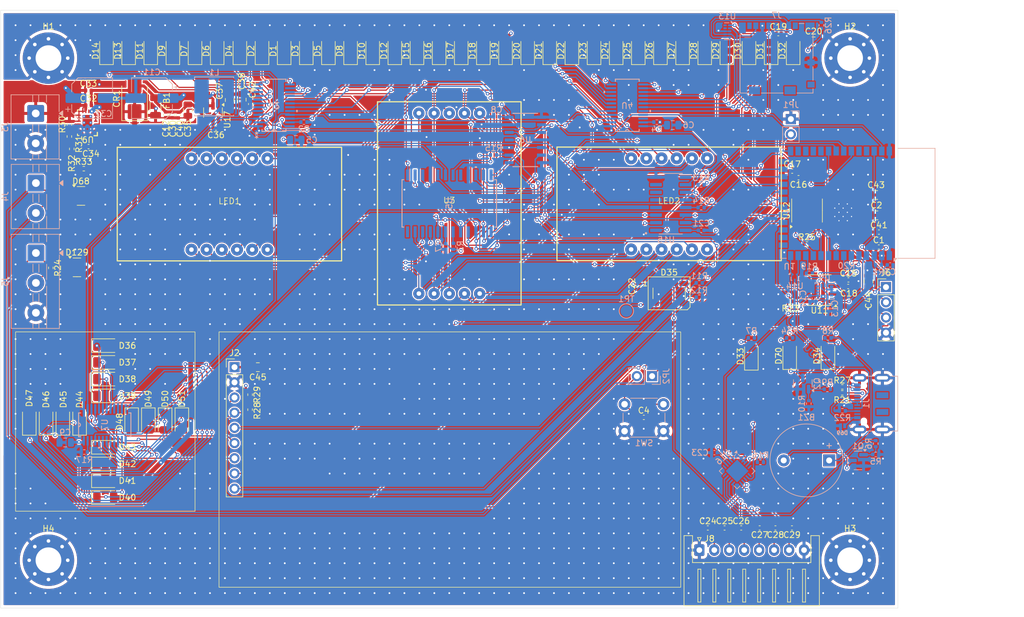
<source format=kicad_pcb>
(kicad_pcb (version 20241229) (generator "pcbnew") (generator_version "9.0")
  (layers (0 "F.Cu" signal) (4 "In1.Cu" signal) (6 "In2.Cu" signal) (2 "B.Cu" signal) (13 "F.Paste" user) (15 "B.Paste" user) (5 "F.SilkS" user "F.Silkscreen") (7 "B.SilkS" user "B.Silkscreen") (1 "F.Mask" user) (3 "B.Mask" user) (25 "Edge.Cuts" user))
  (net 0 "")
  (net 1 "Net-(BZ1--)")
  (net 2 "+5V")
  (net 3 "+3.3V")
  (net 4 "GND")
  (net 5 "/EN")
  (net 6 "Net-(JP2-B)")
  (net 7 "Net-(J8-Pin_2)")
  (net 8 "Net-(J8-Pin_3)")
  (net 9 "Net-(J8-Pin_4)")
  (net 10 "Net-(J8-Pin_5)")
  (net 11 "Net-(J8-Pin_6)")
  (net 12 "Net-(J8-Pin_7)")
  (net 13 "VBUS")
  (net 14 "Net-(U10-DVDT)")
  (net 15 "Net-(U17-SW)")
  (net 16 "Net-(U17-BST)")
  (net 17 "Net-(D1-K)")
  (net 18 "Net-(D2-K)")
  (net 19 "Net-(D3-K)")
  (net 20 "Net-(D4-K)")
  (net 21 "Net-(D5-K)")
  (net 22 "Net-(D6-K)")
  (net 23 "Net-(D7-K)")
  (net 24 "Net-(D8-K)")
  (net 25 "Net-(D9-K)")
  (net 26 "Net-(D10-K)")
  (net 27 "Net-(D11-K)")
  (net 28 "Net-(D12-K)")
  (net 29 "Net-(D13-K)")
  (net 30 "Net-(D14-K)")
  (net 31 "Net-(D15-K)")
  (net 32 "Net-(D16-K)")
  (net 33 "Net-(D17-K)")
  (net 34 "Net-(D18-K)")
  (net 35 "Net-(D19-K)")
  (net 36 "Net-(D20-K)")
  (net 37 "Net-(D21-K)")
  (net 38 "Net-(D22-K)")
  (net 39 "Net-(D23-K)")
  (net 40 "Net-(D24-K)")
  (net 41 "Net-(D25-K)")
  (net 42 "Net-(D26-K)")
  (net 43 "Net-(D27-K)")
  (net 44 "Net-(D28-K)")
  (net 45 "Net-(D29-K)")
  (net 46 "Net-(D30-K)")
  (net 47 "Net-(D31-K)")
  (net 48 "Net-(D32-K)")
  (net 49 "Net-(D33-K)")
  (net 50 "Net-(D33-A)")
  (net 51 "Net-(D34-A)")
  (net 52 "Net-(D35-DIN)")
  (net 53 "Net-(D35-DOUT)")
  (net 54 "Net-(D36-K)")
  (net 55 "Net-(D37-K)")
  (net 56 "Net-(D38-K)")
  (net 57 "Net-(D39-K)")
  (net 58 "Net-(D40-K)")
  (net 59 "Net-(D41-K)")
  (net 60 "Net-(D42-K)")
  (net 61 "Net-(D43-K)")
  (net 62 "Net-(D44-K)")
  (net 63 "Net-(D45-K)")
  (net 64 "Net-(D46-K)")
  (net 65 "Net-(D47-K)")
  (net 66 "Net-(D48-K)")
  (net 67 "Net-(D49-K)")
  (net 68 "Net-(D50-K)")
  (net 69 "Net-(D51-K)")
  (net 71 "Net-(J4-Pin_1)")
  (net 72 "Net-(J4-Pin_2)")
  (net 73 "Net-(D69-PadK)")
  (net 74 "Net-(D129-A2)")
  (net 75 "Net-(D129-A1)")
  (net 76 "Net-(J1-CC1)")
  (net 77 "Net-(U1-USB_D-)")
  (net 78 "Net-(U1-USB_D+)")
  (net 79 "Net-(J1-CC2)")
  (net 80 "/TFT_LED")
  (net 81 "/MOSI")
  (net 82 "/MISO")
  (net 83 "/DC{slash}RS")
  (net 84 "/RESET")
  (net 85 "/CS_TFT")
  (net 86 "/TX2")
  (net 87 "/RX2")
  (net 90 "/CS_SD")
  (net 91 "Net-(JP1-B)")
  (net 92 "Net-(U3-G)")
  (net 93 "Net-(U3-B)")
  (net 94 "Net-(U3-DP)")
  (net 95 "Net-(U3-F)")
  (net 96 "Net-(U3-E)")
  (net 97 "Net-(U5-DIG_1)")
  (net 98 "Net-(U5-DIG_3)")
  (net 99 "Net-(U3-C)")
  (net 100 "Net-(U3-A)")
  (net 101 "Net-(U5-DIG_2)")
  (net 102 "Net-(U3-D)")
  (net 103 "Net-(U5-DIG_5)")
  (net 104 "Net-(U5-DIG_4)")
  (net 105 "Net-(U5-DIG_6)")
  (net 106 "Net-(Q1-G)")
  (net 107 "Net-(Q2-G)")
  (net 108 "Net-(U2-IREF)")
  (net 109 "Net-(U5-ISET)")
  (net 110 "Net-(U4-IREF)")
  (net 111 "/BUZ")
  (net 112 "/WARN_LED")
  (net 113 "/DIN")
  (net 114 "Net-(U15-~{SRCLR})")
  (net 115 "/OE")
  (net 116 "/CS_DISP")
  (net 117 "Net-(U16-~{RESET})")
  (net 118 "Net-(U7-IREF)")
  (net 119 "/SDA")
  (net 120 "/SCL")
  (net 121 "/CAN_RS")
  (net 122 "/RTS_ESP")
  (net 123 "Net-(U10-EN_UVLO)")
  (net 124 "Net-(U10-OVP)")
  (net 125 "Net-(U10-ILIM)")
  (net 126 "/TXD")
  (net 127 "/INT")
  (net 128 "/DIN_E")
  (net 134 "/TWAI_TX")
  (net 135 "/RXD")
  (net 137 "/LAT1")
  (net 138 "/LAT0")
  (net 141 "/TWAI_RX")
  (net 143 "/LAT2")
  (net 144 "/SCLK")
  (net 145 "/BLANK")
  (net 146 "Net-(U2-SOUT)")
  (net 147 "Net-(U5-DIG_0)")
  (net 149 "Net-(U5-DIN)")
  (net 151 "Net-(U5-CLK)")
  (net 152 "Net-(U5-LOAD)")
  (net 176 "Net-(D70-A)")
  (footprint "Capacitor_SMD:C_0805_2012Metric" (layer "F.Cu") (at 70.3 44.95 90)
    (property "Reference" "C38")
    (property "Value" "22u")
  )
  (footprint "Connector_JST:JST_XH_S8B-XH-A_1x08_P2.50mm_Horizontal" (layer "F.Cu") (at 146.8 120.3)
    (property "Reference" "J8")
    (property "Value" "BUTTONS")
  )
  (footprint "Package_SO:SOIC-8_3.9x4.9mm_P1.27mm" (layer "F.Cu") (at 166.9 76.8 180)
    (property "Reference" "U11")
    (property "Value" "SN65HVD230")
  )
  (footprint "Resistor_SMD:R_0402_1005Metric" (layer "F.Cu") (at 164.8 69.1)
    (property "Reference" "R25")
    (property "Value" "47k")
  )
  (footprint "Capacitor_SMD:C_0402_1005Metric" (layer "F.Cu") (at 136.7 76.18 90)
    (property "Reference" "C22")
    (property "Value" "100n")
  )
  (footprint "Resistor_SMD:R_0402_1005Metric" (layer "F.Cu") (at 43.91 56.5)
    (property "Reference" "R33")
    (property "Value" "18k")
  )
  (footprint "LED_SMD:LED_1206_3216Metric" (layer "F.Cu") (at 140.3 36.8 90)
    (property "Reference" "D26")
    (property "Value" "LED")
  )
  (footprint "Capacitor_SMD:C_0805_2012Metric" (layer "F.Cu") (at 176.4 64.3)
    (property "Reference" "C2")
    (property "Value" "10u")
  )
  (footprint "MountingHole:MountingHole_4.3mm_M4_Pad_Via" (layer "F.Cu") (at 38 122)
    (property "Reference" "H4")
    (property "Value" "MountingHole_Pad")
  )
  (footprint "LED_SMD:LED_1206_3216Metric" (layer "F.Cu") (at 132.9 36.8 90)
    (property "Reference" "D24")
    (property "Value" "LED")
  )
  (footprint "LED_SMD:LED_1206_3216Metric" (layer "F.Cu") (at 81.1 36.8 90)
    (property "Reference" "D3")
    (property "Value" "LED")
  )
  (footprint "LED_SMD:LED_1206_3216Metric" (layer "F.Cu") (at 168.3 87.8 90)
    (property "Reference" "D34")
    (property "Value" "LED")
  )
  (footprint "Capacitor_SMD:C_0402_1005Metric" (layer "F.Cu") (at 71.8 45.68 90)
    (property "Reference" "C42")
    (property "Value" "100n")
  )
  (footprint "Package_SO:SOIC-8_3.9x4.9mm_P1.27mm" (layer "F.Cu") (at 164.8 63.5 90)
    (property "Reference" "U12")
    (property "Value" "MAX3485")
  )
  (footprint "LED_SMD:LED_1206_3216Metric" (layer "F.Cu") (at 110.7 36.8 90)
    (property "Reference" "D18")
    (property "Value" "LED")
  )
  (footprint "LED_SMD:LED_1206_3216Metric" (layer "F.Cu") (at 70 36.8 90)
    (property "Reference" "D4")
    (property "Value" "LED")
  )
  (footprint "Personal:ARKLED SM411006N_15" (layer "F.Cu") (at 105 62.3)
    (property "Reference" "U3")
    (property "Value" "Gear")
  )
  (footprint "LED_SMD:LED_1206_3216Metric" (layer "F.Cu") (at 125.5 36.8 90)
    (property "Reference" "D22")
    (property "Value" "LED")
  )
  (footprint "Connector_PinHeader_2.54mm:PinHeader_1x04_P2.54mm_Vertical" (layer "F.Cu") (at 178 76.31)
    (property "Reference" "J6")
    (property "Value" "NEO-7M")
  )
  (footprint "LED_SMD:LED_1206_3216Metric" (layer "F.Cu") (at 144 36.8 90)
    (property "Reference" "D27")
    (property "Value" "LED")
  )
  (footprint "Capacitor_SMD:C_0402_1005Metric" (layer "F.Cu") (at 44.7 52.8)
    (property "Reference" "C34")
    (property "Value" "10n")
  )
  (footprint "LED_SMD:LED_1206_3216Metric" (layer "F.Cu") (at 47.5 103.1)
    (property "Reference" "D43")
    (property "Value" "LED")
  )
  (footprint "Capacitor_SMD:C_0402_1005Metric" (layer "F.Cu") (at 163.38 58 180)
    (property "Reference" "C16")
    (property "Value" "100n")
  )
  (footprint "Resistor_SMD:R_0402_1005Metric" (layer "F.Cu") (at 38.4 73.09 -90)
    (property "Reference" "R24")
    (property "Value" "120")
  )
  (footprint "Capacitor_SMD:C_0402_1005Metric" (layer "F.Cu") (at 171.68 76.2 180)
    (property "Reference" "C18")
    (property "Value" "1u")
  )
  (footprint "LED_SMD:LED_1206_3216Metric" (layer "F.Cu") (at 92.2 36.8 90)
    (property "Reference" "D10")
    (property "Value" "LED")
  )
  (footprint "LED_SMD:LED_1206_3216Metric" (layer "F.Cu") (at 136.6 36.8 90)
    (property "Reference" "D25")
    (property "Value" "LED")
  )
  (footprint "Capacitor_SMD:C_1206_3216Metric" (layer "F.Cu") (at 55.9 46.1 -90)
    (property "Reference" "FB1")
    (property "Value" "Murata BLM31SN500SH1L")
  )
  (footprint "LED_SMD:LED_1206_3216Metric" (layer "F.Cu") (at 121.8 36.8 90)
    (property "Reference" "D21")
    (property "Value" "LED")
  )
  (footprint "LED_SMD:LED_1206_3216Metric" (layer "F.Cu") (at 151.4 36.8 90)
    (property "Reference" "D29")
    (property "Value" "LED")
  )
  (footprint "Connector_PinHeader_2.54mm:PinHeader_1x09_P2.54mm_Vertical" (layer "F.Cu") (at 69.1 89.7)
    (property "Reference" "J2")
    (property "Value" "TFT Screen")
  )
  (footprint "Capacitor_SMD:C_0402_1005Metric" (layer "F.Cu") (at 176.82 67.1)
    (property "Reference" "C41")
    (property "Value" "100n")
  )
  (footprint "Capacitor_SMD:C_0402_1005Metric" (layer "F.Cu") (at 153.8 116.6)
    (property "Reference" "C26")
    (property "Value" "100n")
  )
  (footprint "LED_SMD:LED_1206_3216Metric" (layer "F.Cu") (at 73.7 36.8 90)
    (property "Reference" "D2")
    (property "Value" "LED")
  )
  (footprint "LED_SMD:LED_1206_3216Metric" (layer "F.Cu") (at 47.5 88.9)
    (property "Reference" "D37")
    (property "Value" "LED")
  )
  (footprint "MountingHole:MountingHole_4.3mm_M4_Pad_Via" (layer "F.Cu") (at 38 38)
    (property "Reference" "H1")
    (property "Value" "MountingHole_Pad")
  )
  (footprint "Diode_SMD:D_SMB" (layer "F.Cu") (at 52.4 44.8 90)
    (property "Reference" "CR1")
    (property "Value" "SMBJ5.0A")
  )
  (footprint "LED_SMD:LED_1206_3216Metric" (layer "F.Cu") (at 118.1 36.8 90)
    (property "Reference" "D20")
    (property "Value" "LED")
  )
  (footprint "LED_SMD:LED_1206_3216Metric" (layer "F.Cu") (at 107 36.8 90)
    (property "Reference" "D17")
    (property "Value" "LED")
  )
  (footprint "LED_SMD:LED_1206_3216Metric" (layer "F.Cu") (at 40.4 98.8 90)
    (property "Reference" "D45")
    (property "Value" "LED")
  )
  (footprint "Capacitor_SMD:C_0402_1005Metric" (layer "F.Cu") (at 57.6 47.48 90)
    (property "Reference" "C12")
    (property "Value" "1u")
  )
  (footprint "LED_SMD:LED_1206_3216Metric" (layer "F.Cu") (at 95.9 36.8 90)
    (property "Reference" "D12")
    (property "Value" "LED")
  )
  (footprint "LED_SMD:LED_1206_3216Metric" (layer "F.Cu") (at 47.5 91.7)
    (property "Reference" "D38")
    (property "Value" "LED")
  )
  (footprint "Capacitor_SMD:C_0402_1005Metric" (layer "F.Cu") (at 159.52 116.6 180)
    (property "Reference" "C28")
    (property "Value" "100n")
  )
  (footprint "LED_SMD:LED_1206_3216Metric" (layer "F.Cu") (at 66.2 36.8 90)
    (property "Reference" "D6")
    (property "Value" "LED")
  )
  (footprint "Capacitor_SMD:C_0805_2012Metric" (layer "F.Cu") (at 175.1 75.35 -90)
    (property "Reference" "C44")
    (property "Value" "10u")
  )
  (footprint "LED_SMD:LED_1206_3216Metric" (layer "F.Cu") (at 43.2 98.8 90)
    (property "Reference" "D44")
    (property "Value" "LED")
  )
  (footprint "LED_SMD:LED_1206_3216Metric" (layer "F.Cu") (at 158.8 36.8 90)
    (property "Reference" "D31")
    (property "Value" "LED")
  )
  (footprint "Package_TO_SOT_SMD:SOT-23" (layer "F.Cu") (at 42.7625 73)
    (property "Reference" "D129")
    (property "Value" "SM712_SOT23")
  )
  (footprint "LED_SMD:LED_1206_3216Metric" (layer "F.Cu") (at 37.6 98.8 90)
    (property "Reference" "D46")
    (property "Value" "LED")
  )
  (footprint "LED_SMD:LED_1206_3216Metric" (layer "F.Cu") (at 51.9 98.8 -90)
    (property "Reference" "D48")
    (property "Value" "LED")
  )
  (footprint "LED_SMD:LED_1206_3216Metric" (layer "F.Cu") (at 60.3 98.8 -90)
    (property "Reference" "D51")
    (property "Value" "LED")
  )
  (footprint "LED_SMD:LED_1206_3216Metric" (layer "F.Cu") (at 47.5 105.9)
    (property "Reference" "D42")
    (property "Value" "LED")
  )
  (footprint "LED_SMD:LED_1206_3216Metric" (layer "F.Cu") (at 103.3 36.8 90)
    (property "Reference" "D16")
    (property "Value" "LED")
  )
  (footprint "LED_SMD:LED_1206_3216Metric" (layer "F.Cu") (at 77.4 36.8 90)
    (property "Reference" "D1")
    (property "Value" "LED")
  )
  (footprint "LED_SMD:LED_1206_3216Metric" (layer "F.Cu") (at 47.5 111.5)
    (property "Reference" "D40")
    (property "Value" "LED")
  )
  (footprint "Resistor_SMD:R_0402_1005Metric" (layer "F.Cu") (at 71.7 96.81 90)
    (property "Reference" "R28")
    (property "Value" "47k")
  )
  (footprint "Resistor_SMD:R_0402_1005Metric" (layer "F.Cu") (at 71.7 94.3 -90)
    (property "Reference" "R29")
    (property "Value" "47k")
  )
  (footprint "Capacitor_SMD:C_0402_1005Metric" (layer "F.Cu") (at 156.88 116.6 180)
    (property "Reference" "C27")
    (property "Value" "100n")
  )
  (footprint "Capacitor_SMD:C_0402_1005Metric" (layer "F.Cu") (at 160 33.9)
    (property "Reference" "C19")
    (property "Value" "100n")
  )
  (footprint "Capacitor_SMD:C_0402_1005Metric" (layer "F.Cu") (at 148.22 116.6)
    (property "Reference" "C24")
    (property "Value" "100n")
  )
  (footprint "Capacitor_SMD:C_0402_1005Metric" (layer "F.Cu") (at 176.8 69.6)
    (property "Reference" "C1")
    (property "Value" "100n")
  )
  (footprint "Capacitor_SMD:C_0805_2012Metric" (layer "F.Cu") (at 61.3 46.7 90)
    (property "Reference" "C35")
    (property "Value" "10u")
  )
  (footprint "LED_SMD:LED_1206_3216Metric" (layer "F.Cu") (at 54.7 98.8 -90)
    (property "Reference" "D49")
    (property "Value" "LED")
  )
  (footprint "LED_SMD:LED_1206_3216Metric" (layer "F.Cu") (at 47.5 94.5)
    (property "Reference" "D39")
    (property "Value" "LED")
  )
  (footprint "Capacitor_SMD:C_0805_2012Metric" (layer "F.Cu") (at 176.35 60.9)
    (property "Reference" "C43")
    (property "Value" "10u")
  )
  (footprint "LED_SMD:LED_1206_3216Metric" (layer "F.Cu") (at 99.6 36.8 90)
    (property "Reference" "D15")
    (property "Value" "LED")
  )
  (footprint "LED_SMD:LED_1206_3216Metric" (layer "F.Cu") (at 47.7 36.8 90)
    (property "Reference" "D14")
    (property "Value" "LED")
  )
  (footprint "LED_SMD:LED_1206_3216Metric" (layer "F.Cu") (at 55.1 36.8 90)
    (property "Reference" "D11")
    (property "Value" "LED")
  )
  (footprint "LED_SMD:LED_1206_3216Metric" (layer "F.Cu") (at 147.7 36.8 90)
    (property "Reference" "D28")
    (property "Value" "LED")
  )
  (footprint "LED_SMD:LED_1206_3216Metric" (layer "F.Cu") (at 47.5 108.7)
    (property "Reference" "D41")
    (property "Value" "LED")
  )
  (footprint "LED_SMD:LED_1206_3216Metric" (layer "F.Cu") (at 88.5 36.8 90)
    (property "Reference" "D8")
    (property "Value" "LED")
  )
  (footprint "LED_SMD:LED_1206_3216Metric" (layer "F.Cu") (at 84.8 36.8 90)
    (property "Reference" "D5")
    (property "Value" "LED")
  )
  (footprint "LED_SMD:LED_1206_3216Metric" (layer "F.Cu") (at 34.8 98.8 90)
    (property "Reference" "D47")
    (property "Value" "LED")
  )
  (footprint "Resistor_SMD:R_0402_1005Metric" (layer "F.Cu") (at 170.69 94)
    (property "Reference" "R21")
    (property "Value" "5.1k")
  )
  (footprint "Personal:ZHIHAO FJ5361BH" (layer "F.Cu") (at 68.25 62.42)
    (property "Reference" "LED1")
    (property "Value" "Fuel Consumption")
  )
  (footprint "Capacitor_SMD:C_0402_1005Metric" (layer "F.Cu") (at 162.32 56.9)
    (property "Reference" "C17")
    (property "Value" "1u")
  )
  (footprint "Resistor_SMD:R_0402_1005Metric" (layer "F.Cu") (at 162 78.7 180)
    (property "Reference" "R23")
    (property "Value" "10k")
  )
  (footprint "LED_SMD:LED_1206_3216Metric" (layer "F.Cu") (at 58.8 36.8 90)
    (property "Reference" "D9")
    (property "Value" "LED")
  )
  (footprint "Package_TO_SOT_SMD:TSOT-23-6" (layer "F.Cu") (at 65.5 47.1 -90)
    (property "Reference" "U17")
    (property "Value" "AP63203WU")
  )
  (footprint "Package_TO_SOT_SMD:SOT-23" (layer "F.Cu") (at 43.4375 61.05)
    (property "Reference" "D68")
    (property "Value" "PESD1CAN")
  )
  (footprint "Capacitor_SMD:C_0805_2012Metric" (layer "F.Cu") (at 165.9 35.2)
    (property "Reference" "C20")
    (property "Value" "10u")
  )
  (footprint "Capacitor_SMD:C_0402_1005Metric" (layer "F.Cu") (at 44.7 45.9)
    (property "Reference" "C32")
    (property "Value" "1u")
  )
  (footprint "Capacitor_SMD:C_0402_1005Metric" (layer "F.Cu") (at 66 49.7 180)
    (property "Reference" "C36")
    (property "Value" "100n")
  )
  (footprint "Resistor_SMD:R_0402_1005Metric" (layer "F.Cu") (at 41.5 49.1 -90)
    (property "Reference" "R30")
    (property "Value" "147k")
  )
  (footprint "Capacitor_SMD:C_0805_2012Metric" (layer "F.Cu") (at 68.3 45 90)
    (property "Reference" "C37")
    (property "Value" "22u")
  )
  (footprint "LED_SMD:LED_1206_3216Metric" (layer "F.Cu") (at 129.2 36.8 90)
    (property "Reference" "D23")
    (property "Value" "LED")
  )
  (footprint "Capacitor_SMD:C_0805_2012Metric" (layer "F.Cu") (at 73 89.7 180)
    (property "Reference" "C45")
    (property "Value" "10u")
  )
  (footprint "MountingHole:MountingHole_4.3mm_M4_Pad_Via" (layer "F.Cu") (at 172 122)
    (property "Reference" "H3")
    (property "Value" "MountingHole_Pad")
  )
  (footprint "LED_SMD:LED_1206_3216Metric" (layer "F.Cu") (at 155.5 87.9 90)
    (property "Reference" "D33")
    (property "Value" "LED")
  )
  (footprint "Resistor_SMD:R_0402_1005Metric" (layer "F.Cu") (at 41.5 51.11 -90)
    (property "Reference" "R31")
    (property "Value" "10.5k")
  )
  (footprint "LED_SMD:LED_WS2812B_PLCC4_5.0x5.0mm_P3.2mm" (layer "F.Cu") (at 141.75 77.35)
    (property "Reference" "D35")
    (property "Value" "WS2812B")
  )
  (footprint "TPS25940ARVCR:RVC0020A" (layer "F.Cu") (at 44.5 48.8 180)
    (property "Reference" "U10" (hide yes))
    (property "Value" "TPS25940ARVCR")
  )
  (footprint "Capacitor_SMD:C_0402_1005Metric" (layer "F.Cu") (at 44.68 43.4)
    (property "Reference" "C33")
    (property "Value" "100n")
  )
  (footprint "Personal:ZHIHAO FJ5361BH" (layer "F.Cu") (at 141.75 62.38)
    (property "Reference" "LED2")
    (property "Value" "Warm/Load")
  )
  (footprint "Capacitor_SMD:C_0402_1005Metric" (layer "F.Cu") (at 137.52 98.1)
    (property "Reference" "C4")
    (property "Value" "100nF")
  )
  (footprint "LED_SMD:LED_1206_3216Metric" (layer "F.Cu") (at 114.4 36.8 90)
    (property "Reference" "D19")
    (property "Value" "LED")
  )
  (footprint "LED_SMD:LED_1206_3216Metric" (layer "F.Cu") (at 155.1 36.8 90)
    (property "Reference" "D30")
    (property "Value" "LED")
  )
  (footprint "Capacitor_SMD:C_0402_1005Metric" (layer "F.Cu") (at 162.28 116.6 180)
    (property "Reference" "C29")
    (property "Value" "100n")
  )
  (footprint "LED_SMD:LED_1206_3216Metric" (layer "F.Cu") (at 62.5 36.8 90)
    (property "Reference" "D7")
    (property "Value" "LED")
  )
  (footprint "MountingHole:MountingHole_4.3mm_M4_Pad_Via" (layer "F.Cu") (at 172 38)
    (property "Reference" "H2")
    (property "Value" "MountingHole_Pad")
  )
  (footprint "LED_SMD:LED_1206_3216Metric" (layer "F.Cu") (at 57.5 98.8 -90)
    (property "Reference" "D50")
    (property "Value" "LED")
  )
  (footprint "Capacitor_SMD:C_0402_1005Metric" (layer "F.Cu") (at 171.72 75.1 180)
    (property "Reference" "C15")
    (property "Value" "100n")
  )
  (footprint "Resistor_SMD:R_0402_1005Metric" (layer "F.Cu") (at 41.9 53.19 -90)
    (property "Reference" "R32")
    (property "Value" "31.2k")
  )
  (footprint "LED_SMD:LED_1206_3216Metric" (layer "F.Cu") (at 162.48 36.8 90)
    (property "Reference" "D32")
    (property "Value" "LED")
  )
  (footprint "Capacitor_SMD:C_0402_1005Metric" (layer "F.Cu") (at 151.02 116.6)
    (property "Reference" "C25")
    (property "Value" "100n")
  )
  (footprint "Resistor_SMD:R_0402_1005Metric" (layer "F.Cu") (at 170.7 93)
    (property "Reference" "R27")
    (property "Value" "1M")
  )
  (footprint "LED_SMD:LED_1206_3216Metric" (layer "F.Cu") (at 51.4 36.8 90)
    (property "Reference" "D13")
    (property "Value" "LED")
  )
  (footprint "LED_SMD:LED_1206_3216Metric" (layer "F.Cu") (at 161.9 87.8 90)
    (property "Reference" "D70")
    (property "Value" "LED")
  )
  (footprint "Capacitor_SMD:C_0402_1005Metric" (layer "F.Cu") (at 59.7 47.52 90)
    (property "Reference" "C40")
    (property "Value" "100n")
  )
  (footprint "Capacitor_SMD:C_0402_1005Metric" (layer "F.Cu") (at 58.7 47.5 90)
    (property "Reference" "C30")
    (property "Value" "100n")
  )
  (footprint "LED_SMD:LED_1206_3216Metric" (layer "F.Cu") (at 47.5 86.1)
    (property "Reference" "D36")
    (property "Value" "LED")
  )
  (footprint "TLC59281DBQR:DBQ24" (layer "B.Cu") (at 75.7 45.8925)
    (property "Reference" "U2")
    (property "Value" "TLC59281DBQ")
  )
  (footprint "TLC59281DBQR:DBQ24" (layer "B.Cu") (at 47.4075 99.3457 -90)
    (property "Reference" "U7")
    (property "Value" "TLC59281DBQ")
  )
  (footprint "Package_TO_SOT_SMD:Texas_DRT-3" (layer "B.Cu") (at 162.75 74.625)
    (property "Reference" "U14")
    (property "Value" "TPD2EUSB30")
  )
  (footprint "Capacitor_SMD:C_0805_2012Metric" (layer "B.Cu") (at 40.8 102.3 180)
    (property "Reference" "C9")
    (property "Value" "10uF")
  )
  (footprint "Resistor_SMD:R_0402_1005Metric" (layer "B.Cu") (at 147.09 59.2 180)
    (property "Reference" "R13")
    (property "Value" "10k")
  )
  (footprint "Resistor_SMD:R_0402_1005Metric" (layer "B.Cu") (at 161.9 84.8 180)
    (property "Reference" "R34")
    (property "Value" "220")
  )
  (footprint "Connector_PinHeader_2.54mm:PinHeader_1x02_P2.54mm_Vertical" (layer "B.Cu") (at 162.1 48.2 180)
    (property "Reference" "JP1")
    (property "Value" "Boot Option")
  )
  (footprint "Package_DFN_QFN:QFN-20-1EP_4x4mm_P0.5mm_EP2.7x2.7mm" (layer "B.Cu") (at 153.114035 107.071751 -135)
    (property "Reference" "U16")
    (property "Value" "MCP23008-xML")
  )
  (footprint "MC74HCT125ADR2G:SOIC-14_NB_ONS" (layer "B.Cu") (at 117.7051 51.69 180)
    (property "Reference" "U6")
    (property "Value" "MC74HCT125ADR2G")
  )
  (footprint "Capacitor_SMD:C_0402_1005Metric" (layer "B.Cu") (at 112.9 47.8 180)
    (property "Reference" "C8")
    (property "Value" "100n")
  )
  (footprint "Resistor_SMD:R_0402_1005Metric" (layer "B.Cu") (at 171.39 73.9 180)
    (property "Reference" "R20")
    (property "Value" "4.7k")
  )
  (footprint "Resistor_SMD:R_0402_1005Metric" (layer "B.Cu") (at 80.7 48.7)
    (property "Reference" "R2")
    (property "Value" "3.32k")
  )
  (footprint "Resistor_SMD:R_0402_1005Metric" (layer "B.Cu") (at 167.2 32.51 90)
    (property "Reference" "R26")
    (property "Value" "47k")
  )
  (footprint "Resistor_SMD:R_0402_1005Metric" (layer "B.Cu") (at 139.7 48.7)
    (property "Reference" "R4")
    (property "Value" "3.32k")
  )
  (footprint "Capacitor_SMD:CP_Elec_6.3x7.7" (layer "B.Cu") (at 45.3 44.7)
    (property "Reference" "C31")
    (property "Value" "470u")
  )
  (footprint "TerminalBlock:TerminalBlock_MaiXu_MX126-5.0-03P_1x03_P5.00mm" (layer "B.Cu") (at 35.9 70.6 -90)
    (property "Reference" "J5")
    (property "Value" "RS485")
  )
  (footprint "Button_Switch_THT:SW_PUSH_6mm" (layer "B.Cu") (at 134.3 100.4)
    (property "Reference" "SW1")
    (property "Value" "SW_Push_Dual_x2")
  )
  (footprint "Resistor_SMD:R_0402_1005Metric" (layer "B.Cu") (at 146.79 78 180)
    (property "Reference" "R12")
    (property "Value" "100k")
  )
  (footprint "TestPoint:TestPoint_Pad_D2.0mm" (layer "B.Cu") (at 134.6 80.3 180)
    (property "Reference" "TP1")
    (property "Value" "DOUT")
  )
  (footprint "Resistor_SMD:R_0402_1005Metric" (layer "B.Cu") (at 146.79 75.6 180)
    (property "Reference" "R11")
    (property "Value" "330")
  )
  (footprint "Connector_USB:USB_C_Receptacle_JAE_DX07S016JA1R1500" (layer "B.Cu") (at 176.25 95.8 -90)
    (property "Reference" "J1")
    (property "Value" "USB_C")
  )
  (footprint "Resistor_SMD:R_0402_1005Metric" (layer "B.Cu") (at 112.4 54.2 180)
    (property "Reference" "R15")
    (property "Value" "47k")
  )
  (footprint "Capacitor_SMD:C_0402_1005Metric" (layer "B.Cu") (at 104.4 69.5 -90)
    (property "Reference" "C7")
    (property "Value" "100n")
  )
  (footprint "Capacitor_SMD:C_0402_1005Metric" (layer "B.Cu") (at 168.3 79.88 90)
    (property "Reference" "C13")
    (property "Value" "100n")
  )
  (footprint "Resistor_SMD:R_0402_1005Metric" (layer "B.Cu") (at 43.99 103.9 180)
    (property "Reference" "R17")
    (property "Value" "3.32k")
  )
  (footprint "Resistor_SMD:R_0402_1005Metric" (layer "B.Cu") (at 165.1 95.8 -90)
    (property "Reference" "R10")
    (property "Value" "10k")
  )
  (footprint "Resistor_SMD:R_0402_1005Metric" (layer "B.Cu") (at 170.71 97)
    (property "Reference" "R22")
    (property "Value" "5.1k")
  )
  (footprint "Package_TO_SOT_SMD:SOT-23" (layer "B.Cu") (at 173.3175 105.3 180)
    (property "Reference" "Q1")
    (property "Value" "AO3400A")
  )
  (footprint "Resistor_SMD:R_0402_1005Metric" (layer "B.Cu") (at 176.29 104.3)
    (property "Reference" "R5")
    (property "Value" "10k")
  )
  (footprint "Package_TO_SOT_SMD:SOT-23" (layer "B.Cu") (at 164.1 92.4375 90)
    (property "Reference" "Q2")
    (property "Value" "AO3400A")
  )
  (footprint "Capacitor_SMD:C_0402_1005Metric" (layer "B.Cu") (at 149.32 104)
    (property "Reference" "C23")
    (property "Value" "100n")
  )
  (footprint "Buzzer_Beeper:Buzzer_12x9.5RM7.6" (layer "B.Cu") (at 168.5 105.3 180)
    (property "Reference" "BZ1")
    (property "Value" "Buzzer")
  )
  (footprint "TLC59281DBQR:DBQ24" (layer "B.Cu") (at 134.7543 45.8925)
    (property "Reference" "U4")
    (property "Value" "TLC59281DBQ")
  )
  (footprint "PESD5V0S1UL_315:DIO_PESD5V0S1UL_315" (layer "B.Cu") (at 170.75 99.5 180)
    (property "Reference" "D69")
    (property "Value" "PESD5V0S1UL_315")
  )
  (footprint "Capacitor_SMD:C_0402_1005Metric" (layer "B.Cu") (at 147.12 66.8 180)
    (property "Reference" "C21")
    (property "Value" "100n")
  )
  (footprint "Resistor_SMD:R_0402_1005Metric" (layer "B.Cu") (at 176.712164 72.6)
    (property "Reference" "R1")
    (property "Value" "10k")
  )
  (footprint "Resistor_SMD:R_0402_1005Metric" (layer "B.Cu") (at 176.28 102.49 -90)
    (property "Reference" "R6")
    (property "Value" "100")
  )
  (footprint "Resistor_SMD:R_0402_1005Metric" (layer "B.Cu") (at 168.2 93.4 180)
    (property "Reference" "R9")
    (property "Value" "100")
  )
  (footprint "Resistor_SMD:R_0402_1005Metric" (layer "B.Cu") (at 155.5 84.8 180)
    (property "Reference" "R7")
    (property "Value" "220")
  )
  (footprint "Resistor_SMD:R_0402_1005Metric" (layer "B.Cu") (at 157.01 105.6 180)
    (property "Reference" "R16")
    (property "Value" "10k")
  )
  (footprint "MAX7219EWG_T:21-0042_W24&plus_1_MXM" (layer "B.Cu") (at 105 62.3 -90)
    (property "Reference" "U5")
    (property "Value" "MAX7219")
  )
  (footprint "Resistor_SMD:R_0402_1005Metric" (layer "B.Cu") (at 165.19 74 180)
    (property "Reference" "R19")
    (property "Value" "4.7k")
  )
  (footprint "Resistor_SMD:R_0402_1005Metric" (layer "B.Cu") (at 168.3 84.8 180)
    (property "Reference" "R8")
    (property "Value" "220")
  )
  (footprint "Resistor_SMD:R_0402_1005Metric" (layer "B.Cu") (at 147.1 63 180)
    (property "Reference" "R14")
    (property "Value" "10k")
  )
  (footprint "TerminalBlock:TerminalBlock_MaiXu_MX126-5.0-02P_1x02_P5.00mm" (layer "B.Cu") (at 35.9 58.9 -90)
    (property "Reference" "J4")
    (property "Value" "OBD2")
  )
  (footprint "Package_LGA:LGA-14_3x2.5mm_P0.5mm_LayoutBorder3x4y" (layer "B.Cu") (at 167.7375 76.95 180)
    (property "Reference" "U9")
    (property "Value" "LSM6DSOXTR")
  )
  (footprint "Capacitor_SMD:C_0805_2012Metric" (layer "B.Cu") (at 79.35 51.7)
    (property "Reference" "C5")
    (property "Value" "10uF")
  )
  (footprint "Capacitor_SMD:C_0402_1005Metric" (layer "B.Cu") (at 165.3 78.22 -90)
    (property "Reference" "C14")
    (property "Value" "100n")
  )
  (footprint "Resistor_SMD:R_0402_1005Metric" (layer "B.Cu") (at 105.7 69.49 90)
    (property "Reference" "R3")
    (property "Value" "9.53k")
  )
  (footprint "Connector_PinHeader_2.54mm:PinHeader_1x02_P2.54mm_Vertical" (layer "B.Cu") (at 138.9 91.2 90)
    (property "Reference" "JP2")
    (property "Value" "EN manual circuit")
  )
  (footprint "Capacitor_SMD:C_0805_2012Metric" (layer "B.Cu") (at 142.35 49.2)
    (property "Reference" "C6")
    (property "Value" "10uF")
  )
  (footprint "Inductor_SMD:L_Cenker_CKCS6045" (layer "B.Cu") (at 65.7 44.4 180)
    (property "Reference" "L1")
    (property "Value" "3.9u")
  )
  (footprint "TerminalBlock:TerminalBlock_MaiXu_MX126-5.0-02P_1x02_P5.00mm" (layer "B.Cu") (at 35.8675 47.25 -90)
    (property "Reference" "J3")
    (property "Value" "P_IN")
  )
  (footprint "Capacitor_SMD:C_0402_1005Metric" (layer "B.Cu") (at 178.7 72.6)
    (property "Reference" "C3")
    (property "Value" "1u")
  )
  (footprint "Connector_Card:microSD_HC_Molex_104031-0811" (layer "B.Cu") (at 159.73 38.025 180)
    (property "Reference" "J7")
    (property "Value" "Micro_SD_Card")
  )
  (footprint "RF_Module:ESP32-S3-WROOM-1" (layer "B.Cu") (at 173.3 62.295 90)
    (property "Reference" "U1")
    (property "Value" "ESP32-S3-WROOM-1-N16R2")
  )
  (footprint "Package_SON:USON-10_2.5x1.0mm_P0.5mm" (layer "B.Cu") (at 151.485 33.5 180)
    (property "Reference" "U13")
    (property "Value" "TPD4E05U06DQA")
  )
  (footprint "Capacitor_SMD:CP_Elec_6.3x7.7" (layer "B.Cu") (at 55.3 44.7 180)
    (property "Reference" "C11")
    (property "Value" "470u")
  )
  (footprint "SN74HC595DR:SOIC127P600X175-16N" (layer "B.Cu") (at 142.025 62.355)
    (property "Reference" "U15")
    (property "Value" "74HC595")
  )
  (gr_rect (start 32.5 83.8) (end 62.5 113.8) (stroke (width 0.1)) (fill no) (layer "F.SilkS"))
  (gr_rect (start 66.51 83.8) (end 143.69 126.52) (stroke (width 0.1)) (fill no) (layer "F.SilkS"))
  (gr_rect (start 30 30) (end 180 130) (stroke (width 0.05)) (fill no) (layer "Edge.Cuts"))
  (segment (start 170.3 103.8) (end 170.35 103.8) (width 0.2) (layer "F.Cu") (net 1))
  (segment (start 170.35 103.8) (end 171.45 104.9) (width 0.2) (layer "F.Cu") (net 1))
  (segment (start 171.45 104.9) (end 171.45 106.55) (width 0.2) (layer "F.Cu") (net 1))
  (via (at 170.3 103.8) (size 0.6) (drill 0.3) (layers "F.Cu" "B.Cu") (net 1))
  (via (at 171.45 106.55) (size 0.6) (drill 0.3) (layers "F.Cu" "B.Cu") (net 1))
  (segment (start 171.45 106.55) (end 171.45 106.23) (width 0.2) (layer "B.Cu") (net 1))
  (segment (start 171.45 106.23) (end 172.38 105.3) (width 0.2) (layer "B.Cu") (net 1))
  (segment (start 160.9 105.3) (end 162.4 103.8) (width 0.2) (layer "B.Cu") (net 1))
  (segment (start 162.4 103.8) (end 170.3 103.8) (width 0.2) (layer "B.Cu") (net 1))
  (segment (start 48.9 103.1) (end 48.9 111.5) (width 0.8) (layer "F.Cu") (net 2))
  (segment (start 48.9 111.5) (end 50.941 111.5) (width 0.8) (layer "F.Cu") (net 2))
  (segment (start 61.776 72.180156) (end 52.4 62.804156) (width 0.8) (layer "F.Cu") (net 2))
  (segment (start 43.2 75.303732) (end 48.9 69.603732) (width 0.8) (layer "F.Cu") (net 2))
  (segment (start 55.9 46.5) (end 55.969669 46.430331) (width 0.2) (layer "F.Cu") (net 2))
  (segment (start 50.941 111.5) (end 56.8 105.641) (width 0.8) (layer "F.Cu") (net 2))
  (segment (start 55.9 47.575) (end 55.9 46.5) (width 0.2) (layer "F.Cu") (net 2))
  (segment (start 136.7 75.7) (end 139.3 75.7) (width 0.2) (layer "F.Cu") (net 2))
  (segment (start 34.8 97.4) (end 43.2 97.4) (width 0.8) (layer "F.Cu") (net 2))
  (segment (start 59.7 48) (end 60.95 48) (width 0.2) (layer "F.Cu") (net 2))
  (segment (start 45.250001 46.900001) (end 45.9 47.55) (width 0.2) (layer "F.Cu") (net 2))
  (segment (start 136.6 75.8) (end 136.7 75.7) (width 0.2) (layer "F.Cu") (net 2))
  (segment (start 46.224 42.124) (end 46.5 42.4) (width 0.8) (layer "F.Cu") (net 2))
  (segment (start 51.9 100.2) (end 60.3 100.2) (width 0.8) (layer "F.Cu") (net 2))
  (segment (start 45.9 47.55) (end 45.9 48.55) (width 0.2) (layer "F.Cu") (net 2))
  (segment (start 47.7 35.4) (end 46.224 36.876) (width 0.8) (layer "F.Cu") (net 2))
  (segment (start 56.285 47.96) (end 55.9 47.575) (width 0.2) (layer "F.Cu") (net 2))
  (segment (start 48.9 94.5) (end 48.9 86.1) (width 0.8) (layer "F.Cu") (net 2))
  (segment (start 114.4 35.4) (end 114.4 34.75) (width 0.5) (layer "F.Cu") (net 2))
  (segment (start 46.224 36.876) (end 46.224 42.124) (width 0.8) (layer "F.Cu") (net 2))
  (segment (start 52.4 62.804156) (end 52.4 46.95) (width 0.8) (layer "F.Cu") (net 2))
  (segment (start 57.6 47.96) (end 56.285 47.96) (width 0.2) (layer "F.Cu") (net 2))
  (segment (start 48.9 66.304156) (end 52.4 62.804156) (width 0.8) (layer "F.Cu") (net 2))
  (segment (start 114.4 34.75) (end 115.3 33.85) (width 0.5) (layer "F.Cu") (net 2))
  (segment (start 162.48 35.4) (end 47.7 35.4) (width 0.8) (layer "F.Cu") (net 2))
  (segment (start 61.776 98.724) (end 61.776 72.180156) (width 0.8) (layer "F.Cu") (net 2))
  (segment (start 60.3 100.2) (end 61.776 98.724) (width 0.8) (layer "F.Cu") (net 2))
  (segment (start 44.75 46.900001) (end 45.250001 46.900001) (width 0.2) (layer "F.Cu") (net 2))
  (segment (start 43.2 97.4) (end 43.2 75.303732) (width 0.8) (layer "F.Cu") (net 2))
  (segment (start 48.9 69.603732) (end 48.9 66.304156) (width 0.8) (layer "F.Cu") (net 2))
  (segment (start 135.75 75.8) (end 136.6 75.8) (width 0.2) (layer "F.Cu") (net 2))
  (segment (start 60.95 48) (end 61.3 47.65) (width 0.2) (layer "F.Cu") (net 2))
  (segment (start 48.9 86.1) (end 48.9 66.304156) (width 0.8) (layer "F.Cu") (net 2))
  (via (at 135.75 75.8) (size 0.6) (drill 0.3) (layers "F.Cu" "B.Cu") (net 2))
  (via (at 169.65 84.05) (size 0.6) (drill 0.3) (layers "F.Cu" "B.Cu") (net 2))
  (via (at 55.969669 46.430331) (size 0.6) (drill 0.3) (layers "F.Cu" "B.Cu") (net 2))
  (via (at 115.3 33.85) (size 0.6) (drill 0.3) (layers "F.Cu" "B.Cu") (net 2))
  (via (at 46.5 42.4) (size 0.5) (drill 0.3) (layers "F.Cu" "B.Cu") (net 2))
  (via (at 106.95 70.25) (size 0.6) (drill 0.3) (layers "F.Cu" "B.Cu") (net 2))
  (via (at 103.695 65.674265) (size 0.6) (drill 0.3) (layers "F.Cu" "B.Cu") (net 2))
  (via (at 45.250001 46.900001) (size 0.5) (drill 0.3) (layers "F.Cu" "B.Cu") (net 2))
  (via (at 156 84) (size 0.6) (drill 0.3) (layers "F.Cu" "B.Cu") (net 2))
  (via (at 60.6 44.2) (size 0.5) (drill 0.3) (layers "F.Cu" "B.Cu") (net 2))
  (via (at 161.9 83.95) (size 0.6) (drill 0.3) (layers "F.Cu" "B.Cu") (net 2))
  (via (at 61.776 98.724) (size 0.6) (drill 0.3) (layers "F.Cu" "B.Cu") (net 2))
  (via (at 56.8 105.641) (size 0.6) (drill 0.3) (layers "F.Cu" "B.Cu") (net 2))
  (via (at 46.5 46.2) (size 0.5) (drill 0.3) (layers "F.Cu" "B.Cu") (net 2))
  (via (at 113.768771 45.731229) (size 0.6) (drill 0.3) (layers "F.Cu" "B.Cu") (net 2))
  (segment (start 45.950002 46.2) (end 45.250001 46.900001) (width 0.8) (layer "B.Cu") (net 2))
  (segment (start 106.7 70) (end 106.95 70.25) (width 0.2) (layer "B.Cu") (net 2))
  (segment (start 170.099943 84.8) (end 175.501 90.201057) (width 0.2) (layer "B.Cu") (net 2))
  (segment (start 114.92 47.8) (end 115 47.88) (width 0.2) (layer "B.Cu") (net 2))
  (segment (start 168.9 84.8) (end 169.65 84.05) (width 0.2) (layer "B.Cu") (net 2))
  (segment (start 58 44.7) (end 60.1 44.7) (width 0.8) (layer "B.Cu") (net 2))
  (segment (start 113.768771 45.731229) (end 115 46.962458) (width 0.2) (layer "B.Cu") (net 2))
  (segment (start 175.501 100.038917) (end 170.239917 105.3) (width 0.2) (layer "B.Cu") (net 2))
  (segment (start 113.38 47.8) (end 114.92 47.8) (width 0.2) (layer "B.Cu") (net 2))
  (segment (start 156.01 84.01) (end 156 84) (width 0.2) (layer "B.Cu") (net 2))
  (segment (start 170.239917 105.3) (end 168.5 105.3) (width 0.2) (layer "B.Cu") (net 2))
  (segment (start 156.01 84.8) (end 156.01 84.01) (width 0.2) (layer "B.Cu") (net 2))
  (segment (start 104.365 66.344265) (end 103.695 65.674265) (width 0.2) (layer "B.Cu") (net 2))
  (segment (start 60.1 44.7) (end 60.6 44.2) (width 0.8) (layer "B.Cu") (net 2))
  (segment (start 105.7 70) (end 105.38 70) (width 0.2) (layer "B.Cu") (net 2))
  (segment (start 175.501 90.201057) (end 175.501 100.038917) (width 0.2) (layer "B.Cu") (net 2))
  (segment (start 46.5 46.2) (end 45.950002 46.2) (width 0.8) (layer "B.Cu") (net 2))
  (segment (start 105.7 70) (end 106.7 70) (width 0.2) (layer "B.Cu") (net 2))
  (segment (start 161.9 83.95) (end 161.9 84.29) (width 0.2) (layer "B.Cu") (net 2))
  (segment (start 168.81 84.8) (end 168.9 84.8) (width 0.2) (layer "B.Cu") (net 2))
  (segment (start 115 46.962458) (end 115 47.88) (width 0.2) (layer "B.Cu") (net 2))
  (segment (start 161.9 84.29) (end 162.41 84.8) (width 0.2) (layer "B.Cu") (net 2))
  (segment (start 105.38 70) (end 104.4 69.02) (width 0.2) (layer "B.Cu") (net 2))
  (segment (start 104.365 68.985) (end 104.4 69.02) (width 0.2) (layer "B.Cu") (net 2))
  (segment (start 168.81 84.8) (end 170.099943 84.8) (width 0.2) (layer "B.Cu") (net 2))
  (segment (start 104.365 67.057999) (end 104.365 68.985) (width 0.2) (layer "B.Cu") (net 2))
  (segment (start 56.8 105.641) (end 61.776 100.665) (width 0.8) (layer "B.Cu") (net 2))
  (segment (start 104.365 67.057999) (end 104.365 66.344265) (width 0.2) (layer "B.Cu") (net 2))
  (segment (start 61.776 100.665) (end 61.776 98.724) (width 0.8) (layer "B.Cu") (net 2))
  (segment (start 175.1 76.3) (end 175.3 76.3) (width 0.2) (layer "F.Cu") (net 3))
  (segment (start 162.8 56.9) (end 162.8 57.9) (width 0.2) (layer "F.Cu") (net 3))
  (segment (start 171.2 76.2) (end 171.2 75.14) (width 0.2) (layer "F.Cu") (net 3))
  (segment (start 164.95 36.7) (end 164.95 35.2) (width 0.2) (layer "F.Cu") (net 3))
  (segment (start 72.05 89.7) (end 69.1 89.7) (width 0.4) (layer "F.Cu") (net 3))
  (segment (start 70.979 92.821) (end 71 92.8) (width 0.4) (layer "F.Cu") (net 3))
  (segment (start 162 80) (end 161.55 79.55) (width 0.2) (layer "F.Cu") (net 3))
  (segment (start 71.54 46.16) (end 70.4 47.3) (width 0.5) (layer "F.Cu") (net 3))
  (segment (start 149.95 103.1) (end 149.95 103.199943) (width 0.2) (layer "F.Cu") (net 3))
  (segment (start 70.979 94.191001) (end 71.380001 93.79) (width 0.4) (layer "F.Cu") (net 3))
  (segment (start 71.7 90.05) (end 72.05 89.7) (width 0.4) (layer "F.Cu") (net 3))
  (segment (start 71.8 46.16) (end 70.56 46.16) (width 0.5) (layer "F.Cu") (net 3))
  (segment (start 161.225002 33.625002) (end 160.889 33.289) (width 0.2) (layer "F.Cu") (net 3))
  (segment (start 177.28 69.6) (end 177.9 69.6) (width 0.2) (layer "F.Cu") (net 3))
  (segment (start 169.375 76.165) (end 171.165 76.165) (width 0.2) (layer "F.Cu") (net 3))
  (segment (start 177.3 67.1) (end 177.3 69.58) (width 0.2) (layer "F.Cu") (net 3))
  (segment (start 155.498624 103.899) (end 157.099 103.899) (width 0.2) (layer "F.Cu") (net 3))
  (segment (start 66.45 44.85) (end 65.5 43.9) (width 0.5) (layer "F.Cu") (net 3))
  (segment (start 162.8 57.9) (end 162.9 58) (width 0.2) (layer "F.Cu") (net 3))
  (segment (start 71.8 46.16) (end 71.54 46.16) (width 0.5) (layer "F.Cu") (net 3))
  (segment (start 71.7 93.79) (end 71.7 90.05) (width 0.4) (layer "F.Cu") (net 3))
  (segment (start 177.35 64.3) (end 177.35 67.05) (width 0.2) (layer "F.Cu") (net 3))
  (segment (start 154.696624 104.701) (end 155.498624 103.899) (width 0.2) (layer "F.Cu") (net 3))
  (segment (start 172.5 73.8) (end 171.24 75.06) (width 0.2) (layer "F.Cu") (net 3))
  (segment (start 70.979 95.579) (end 70.979 94.191001) (width 0.4) (layer "F.Cu") (net 3))
  (segment (start 175.3 76.3) (end 176.15 77.15) (width 0.2) (layer "F.Cu") (net 3))
  (segment (start 160.131 33.289) (end 159.52 33.9) (width 0.2) (layer "F.Cu") (net 3))
  (segment (start 70.56 46.16) (end 70.3 45.9) (width 0.5) (layer "F.Cu") (net 3))
  (segment (start 157.099 103.899) (end 157.65 104.45) (width 0.2) (layer "F.Cu") (net 3))
  (segment (start 173.05 73.8) (end 172.5 73.8) (width 0.2) (layer "F.Cu") (net 3))
  (segment (start 68.2875 45.9625) (end 68.3 45.95) (width 0.5) (layer "F.Cu") (net 3))
  (segment (start 66.45 45.9625) (end 66.45 44.85) (width 0.5) (layer "F.Cu") (net 3))
  (segment (start 162.9 58) (end 162.9 61.02) (width 0.2) (layer "F.Cu") (net 3))
  (segment (start 177.3 64.25) (end 177.35 64.3) (width 0.2) (layer "F.Cu") (net 3))
  (segment (start 66.45 45.9625) (end 68.2875 45.9625) (width 0.5) (layer "F.Cu") (net 3))
  (segment (start 70.3 45.9) (end 68.35 45.9) (width 0.5) (layer "F.Cu") (net 3))
  (segment (start 177.3 69.58) (end 177.28 69.6) (width 0.2) (layer "F.Cu") (net 3))
  (segment (start 161.55 78.76) (end 161.49 78.7) (width 0.2) (layer "F.Cu") (net 3))
  (segment (start 171.24 75.06) (end 171.24 75.1) (width 0.2) (layer "F.Cu") (net 3))
  (segment (start 162.8 56.810977) (end 162.044402 56.055379) (width 0.2) (layer "F.Cu") (net 3))
  (segment (start 177.9 69.6) (end 178 69.7) (width 0.2) (layer "F.Cu") (net 3))
  (segment (start 162.9 61.02) (end 162.895 61.025) (width 0.2) (layer "F.Cu") (net 3))
  (segment (start 71.380001 93.79) (end 71.7 93.79) (width 0.4) (layer "F.Cu") (net 3))
  (segment (start 177.3 60.9) (end 177.3 64.25) (width 0.2) (layer "F.Cu") (net 3))
  (segment (start 177.35 67.05) (end 177.3 67.1) (width 0.2) (layer "F.Cu") (net 3))
  (segment (start 171.2 75.14) (end 171.24 75.1) (width 0.2) (layer "F.Cu") (net 3))
  (segment (start 149.95 103.199943) (end 151.451057 104.701) (width 0.2) (layer "F.Cu") (net 3))
  (segment (start 161.55 79.55) (end 161.55 78.76) (width 0.2) (layer "F.Cu") (net 3))
  (segment (start 171.165 76.165) (end 171.2 76.2) (width 0.2) (layer "F.Cu") (net 3))
  (segment (start 151.451057 104.701) (end 154.696624 104.701) (width 0.2) (layer "F.Cu") (net 3))
  (segment (start 68.35 45.9) (end 68.3 45.95) (width 0.5) (layer "F.Cu") (net 3))
  (segment (start 160.889 33.289) (end 160.131 33.289) (width 0.2) (layer "F.Cu") (net 3))
  (segment (start 163.801 80) (end 162 80) (width 0.2) (layer "F.Cu") (net 3))
  (segment (start 162.8 56.9) (end 162.8 56.810977) (width 0.2) (layer "F.Cu") (net 3))
  (segment (start 161.994755 33.625002) (end 161.225002 33.625002) (width 0.2) (layer "F.Cu") (net 3))
  (segment (start 70.979 95.579) (end 70.979 92.821) (width 0.4) (layer "F.Cu") (net 3))
  (segment (start 71.7 96.3) (end 70.979 95.579) (width 0.4) (layer "F.Cu") (net 3))
  (via (at 177.29 71.045) (size 0.6) (drill 0.3) (layers "F.Cu" "B.Cu") (net 3))
  (via (at 65.5 43.9) (size 0.6) (drill 0.3) (layers "F.Cu" "B.Cu") (net 3))
  (via (at 161.55 79.55) (size 0.6) (drill 0.3) (layers "F.Cu" "B.Cu") (net 3))
  (via (at 163.801 80) (size 0.6) (drill 0.3) (layers "F.Cu" "B.Cu") (net 3))
  (via (at 176.15 77.15) (size 0.6) (drill 0.3) (layers "F.Cu" "B.Cu") (net 3))
  (via (at 140 49.874) (size 0.6) (drill 0.3) (layers "F.Cu" "B.Cu") (net 3))
  (via (at 149.556239 66.834358) (size 0.6) (drill 0.3) (layers "F.Cu" "B.Cu") (net 3))
  (via (at 70.4 47.3) (size 0.6) (drill 0.3) (layers "F.Cu" "B.Cu") (net 3))
  (via (at 110.1 54.3) (size 0.6) (drill 0.3) (layers "F.Cu" "B.Cu") (net 3))
  (via (at 178 69.7) (size 0.6) (drill 0.3) (layers "F.Cu" "B.Cu") (net 3))
  (via (at 161.994755 33.625002) (size 0.6) (drill 0.3) (layers "F.Cu" "B.Cu") (net 3))
  (via (at 77.3 51.6) (size 0.6) (drill 0.3) (layers "F.Cu" "B.Cu") (net 3))
  (via (at 157.65 104.45) (size 0.6) (drill 0.3) (layers "F.Cu" "B.Cu") (net 3))
  (via (at 166.25 73.35) (size 0.6) (drill 0.3) (layers "F.Cu" "B.Cu") (net 3))
  (via (at 149.95 103.1) (size 0.6) (drill 0.3) (layers "F.Cu" "B.Cu") (net 3))
  (via (at 148.045908 58.845905) (size 0.6) (drill 0.3) (layers "F.Cu" "B.Cu") (net 3))
  (via (at 164.95 36.7) (size 0.6) (drill 0.3) (layers "F.Cu" "B.Cu") (net 3))
  (via (at 148.900905 61.800905) (size 0.6) (drill 0.3) (layers "F.Cu" "B.Cu") (net 3))
  (via (at 162.044402 56.055379) (size 0.6) (drill 0.3) (layers "F.Cu" "B.Cu") (net 3))
  (via (at 77.054398 48.306956) (size 0.6) (drill 0.3) (layers "F.Cu" "B.Cu") (net 3))
  (via (at 166.95 79.15) (size 0.6) (drill 0.3) (layers "F.Cu" "B.Cu") (net 3))
  (via (at 173.05 73.8) (size 0.6) (drill 0.3) (layers "F.Cu" "B.Cu") (net 3))
  (via (at 71 92.8) (size 0.6) (drill 0.3) (layers "F.Cu" "B.Cu") (net 3))
  (via (at 43.1 102.2) (size 0.6) (drill 0.3) (layers "F.Cu" "B.Cu") (net 3))
  (segment (start 176.99 76.31) (end 178 76.31) (width 0.2) (layer "B.Cu") (net 3))
  (segment (start 161.795753 33.426) (end 159.909 33.426) (width 0.2) (layer "B.Cu") (net 3))
  (segment (start 167.2 33.02) (end 167.2 34.45) (width 0.2) (layer "B.Cu") (net 3))
  (segment (start 168.2135 77.474152) (end 168.2135 78.250848) (width 0.2) (layer "B.Cu") (net 3))
  (segment (start 177.29 72.532164) (end 177.222164 72.6) (width 0.2) (layer "B.Cu") (net 3))
  (segment (start 166.575 78.064348) (end 166.575 77.7) (width 0.2) (layer "B.Cu") (net 3))
  (segment (start 78.3 51.6) (end 78.4 51.7) (width 0.2) (layer "B.Cu") (net 3))
  (segment (start 166.535 77.74) (end 166.575 77.7) (width 0.2) (layer "B.Cu") (net 3))
  (segment (start 147.70181 63) (end 148.900905 61.800905) (width 0.2) (layer "B.Cu") (net 3))
  (segment (start 141.215 49.385) (end 137.4086 49.385) (width 0.2) (layer "B.Cu") (net 3))
  (segment (start 168.3 79.4) (end 168.3 77.925) (width 0.2) (layer "B.Cu") (net 3))
  (segment (start 167.988348 78.476) (end 166.986652 78.476) (width 0.2) (layer "B.Cu") (net 3))
  (segment (start 168.2375 78.226848) (end 167.314348 79.15) (width 0.2) (layer "B.Cu") (net 3))
  (segment (start 176.15 77.15) (end 176.99 76.31) (width 0.2) (layer "B.Cu") (net 3))
  (segment (start 168.3 77.925) (end 168.2375 77.8625) (width 0.2) (layer "B.Cu") (net 3))
  (segment (start 178 69.7) (end 177.29 70.41) (width 0.2) (layer "B.Cu") (net 3))
  (segment (start 149.556239 66.834358) (end 149.556239 67.043761) (width 0.2) (layer "B.Cu") (net 3))
  (segment (start 165.3 77.74) (end 163.801 79.239) (width 0.2) (layer "B.Cu") (net 3))
  (segment (start 149.8 103.25) (end 149.95 103.1) (width 0.2) (layer "B.Cu") (net 3))
  (segment (start 167.2 34.45) (end 164.95 36.7) (width 0.2) (layer "B.Cu") (net 3))
  (segment (start 161.994755 33.625002) (end 161.795753 33.426) (width 0.2) (layer "B.Cu") (net 3))
  (segment (start 141.4 49.2) (end 141.215 49.385) (width 0.2) (layer "B.Cu") (net 3))
  (segment (start 41.75 102.3) (end 43.615 102.3) (width 0.4) (layer "B.Cu") (net 3))
  (segment (start 177.29 71.045) (end 177.29 72.532164) (width 0.2) (layer "B.Cu") (net 3))
  (segment (start 147.61 63) (end 147.70181 63) (width 0.2) (layer "B.Cu") (net 3))
  (segment (start 177.29 70.41) (end 177.29 71.045) (width 0.2) (layer "B.Cu") (net 3))
  (segment (start 41.85 102.2) (end 41.75 102.3) (width 0.4) (layer "B.Cu") (net 3))
  (segment (start 150.042284 104) (end 149.8 104) (width 0.2) (layer "B.Cu") (net 3))
  (segment (start 141.4 49.2) (end 140.674 49.2) (width 0.2) (layer "B.Cu") (net 3))
  (segment (start 159.909 33.426) (end 159.909 33.4) (width 0.2) (layer "B.Cu") (net 3))
  (segment (start 149.8 104) (end 149.8 103.25) (width 0.2) (layer "B.Cu") (net 3))
  (segment (start 147.6 59.2) (end 147.691813 59.2) (width 0.2) (layer "B.Cu") (net 3))
  (segment (start 168.2375 77.8625) (end 168.2375 78.226848) (width 0.2) (layer "B.Cu") (net 3))
  (segment (start 43.1 102.2) (end 41.85 102.2) (width 0.4) (layer "B.Cu") (net 3))
  (segment (start 149.189 67.411) (end 147.251 67.411) (width 0.2) (layer "B.Cu") (net 3))
  (segment (start 159.535 33.325) (end 159.535 32.575) (width 0.2) (layer "B.Cu") (net 3))
  (segment (start 171.9 73.9) (end 172.95 73.9) (width 0.2) (layer "B.Cu") (net 3))
  (segment (start 65 44.4) (end 63.6 44.4) (width 0.5) (layer "B.Cu") (net 3))
  (segment (start 77.054398 48.903455) (end 77.054398 48.306956) (width 0.2) (layer "B.Cu") (net 3))
  (segment (start 140.674 49.2) (end 140 49.874) (width 0.2) (layer "B.Cu") (net 3))
  (segment (start 168.2135 78.250848) (end 167.988348 78.476) (width 0.2) (layer "B.Cu") (net 3))
  (segment (start 151.735177 105.692893) (end 150.042284 104) (width 0.2) (layer "B.Cu") (net 3))
  (segment (start 147.251 67.411) (end 146.64 66.8) (width 0.2) (layer "B.Cu") (net 3))
  (segment (start 147.691813 59.2) (end 148.045908 58.845905) (width 0.2) (layer "B.Cu") (net 3))
  (segment (start 172.95 73.9) (end 173.05 73.8) (width 0.2) (layer "B.Cu") (net 3))
  (segment (start 165.7 74) (end 165.7 73.9) (width 0.2) (layer "B.Cu") (net 3))
  (segment (start 77.3 51.6) (end 78.3 51.6) (width 0.2) (layer "B.Cu") (net 3))
  (segment (start 166.986652 78.476) (end 166.575 78.064348) (width 0.2) (layer "B.Cu") (net 3))
  (segment (start 111.79 54.3) (end 111.89 54.2) (width 0.2) (layer "B.Cu") (net 3))
  (segment (start 65.5 43.9) (end 65 44.4) (width 0.5) (layer "B.Cu") (net 3))
  (segment (start 78.3543 49.385) (end 77.535943 49.385) (width 0.2) (layer "B.Cu") (net 3))
  (segment (start 165.3 77.74) (end 166.535 77.74) (width 0.2) (layer "B.Cu") (net 3))
  (segment (start 43.615 102.3) (end 43.915 102) (width 0.4) (layer "B.Cu") (net 3))
  (segment (start 157.52 104.58) (end 157.65 104.45) (width 0.2) (layer "B.Cu") (net 3))
  (segment (start 159.61 33.4) (end 159.535 33.325) (width 0.2) (layer "B.Cu") (net 3))
  (segment (start 157.52 105.6) (end 157.52 104.58) (width 0.2) (layer "B.Cu") (net 3))
  (segment (start 167.2375 76.0375) (end 167.2375 76.498152) (width 0.2) (layer "B.Cu") (net 3))
  (segment (start 165.7 73.9) (end 166.25 73.35) (width 0.2) (layer "B.Cu") (net 3))
  (segment (start 77.535943 49.385) (end 77.054398 48.903455) (width 0.2) (layer "B.Cu") (net 3))
  (segment (start 146.64 66.8) (end 144.5 66.8) (width 0.2) (layer "B.Cu") (net 3))
  (segment (start 167.314348 79.15) (end 166.95 79.15) (width 0.2) (layer "B.Cu") (net 3))
  (segment (start 149.556239 67.043761) (end 149.189 67.411) (width 0.2) (layer "B.Cu") (net 3))
  (segment (start 167.2375 76.498152) (end 168.2135 77.474152) (width 0.2) (layer "B.Cu") (net 3))
  (segment (start 159.909 33.4) (end 159.61 33.4) (width 0.2) (layer "B.Cu") (net 3))
  (segment (start 163.801 79.239) (end 163.801 80) (width 0.2) (layer "B.Cu") (net 3))
  (segment (start 110.1 54.3) (end 111.79 54.3) (width 0.2) (layer "B.Cu") (net 3))
  (segment (start 55.9 45.3) (end 57.6 47) (width 0.5) (layer "F.Cu") (net 4))
  (segment (start 46.401998 49.05) (end 45.9 49.05) (width 0.2) (layer "F.Cu") (net 4))
  (segment (start 61.3 45.75) (end 62.0625 45.75) (width 0.5) (layer "F.Cu") (net 4))
  (segment (start 45.9 50.05) (end 46.402 50.05) (width 0.2) (layer "F.Cu") (net 4))
  (segment (start 52.4 41) (end 52.4 42.65) (width 0.5) (layer "F.Cu") (net 4))
  (segment (start 47.451001 49.951001) (end 47.5 50) (width 0.2) (layer "F.Cu") (net 4))
  (segment (start 160.88 34.3) (end 161.4 34.3) (width 0.2) (layer "F.Cu") (net 4))
  (segment (start 51.65 43.4) (end 52.4 42.65) (width 0.5) (layer "F.Cu") (net 4))
  (segment (start 45.16 43.4) (end 45.16 45.88) (width 0.5) (layer "F.Cu") (net 4))
  (segment (start 59.7 47.04) (end 60.01 47.04) (width 0.5) (layer "F.Cu") (net 4))
  (segment (start 62.0625 45.75) (end 64.55 48.2375) (width 0.5) (layer "F.Cu") (net 4))
  (segment (start 175.1 73.7) (end 174.9 73.5) (width 0.2) (layer "F.Cu") (net 4))
  (segment (start 46.500999 49.951001) (end 47.451001 49.951001) (width 0.2) (layer "F.Cu") (net 4))
  (segment (start 52.4 42.65) (end 53.925 42.65) (width 0.5) (layer "F.Cu") (net 4))
  (segment (start 46.401999 49.05) (end 46.500999 48.951) (width 0.2) (layer "F.Cu") (net 4))
  (segment (start 59.66 47) (end 59.7 47.04) (width 0.5) (layer "F.Cu") (net 4))
  (segment (start 45.9 49.05) (end 46.401999 49.05) (width 0.2) (layer "F.Cu") (net 4))
  (segment (start 57.6 47) (end 59.66 47) (width 0.5) (layer "F.Cu") (net 4))
  (segment (start 60.01 47.04) (end 61.3 45.75) (width 0.5) (layer "F.Cu") (net 4))
  (segment (start 46.500999 48.951) (end 46.500999 47.220999) (width 0.2) (layer "F.Cu") (net 4))
  (segment (start 46.402 50.05) (end 46.500999 49.951001) (width 0.2) (layer "F.Cu") (net 4))
  (segment (start 160.48 33.9) (end 160.88 34.3) (width 0.2) (layer "F.Cu") (net 4))
  (segment (start 45.16 45.88) (end 45.18 45.9) (width 0.5) (layer "F.Cu") (net 4))
  (segment (start 55.9 44.625) (end 55.9 45.3) (width 0.5) (layer "F.Cu") (net 4))
  (segment (start 45.16 43.4) (end 51.65 43.4) (width 0.5) (layer "F.Cu") (net 4))
  (segment (start 46.500999 47.220999) (end 45.18 45.9) (width 0.2) (layer "F.Cu") (net 4))
  (segment (start 53.925 42.65) (end 55.9 44.625) (width 0.5) (layer "F.Cu") (net 4))
  (segment (start 46.500999 49.149001) (end 46.401998 49.05) (width 0.2) (layer "F.Cu") (net 4))
  (segment (start 46.500999 49.951001) (end 46.500999 49.149001) (width 0.2) (layer "F.Cu") (net 4))
  (segment (start 175.1 74.4) (end 175.1 73.7) (width 0.2) (layer "F.Cu") (net 4))
  (via (at 82.5 85) (size 0.6) (drill 0.3) (layers "F.Cu" "B.Cu") (net 4))
  (via (at 147.5 100) (size 0.6) (drill 0.3) (layers "F.Cu" "B.Cu") (net 4))
  (via (at 80 125) (size 0.6) (drill 0.3) (layers "F.Cu" "B.Cu") (net 4))
  (via (at 70 127.5) (size 0.6) (drill 0.3) (layers "F.Cu" "B.Cu") (net 4))
  (via (at 162.5 40) (size 0.6) (drill 0.3) (layers "F.Cu" "B.Cu") (net 4))
  (via (at 117.5 125) (size 0.6) (drill 0.3) (layers "F.Cu" "B.Cu") (net 4))
  (via (at 70 57.5) (size 0.6) (drill 0.3) (layers "F.Cu" "B.Cu") (net 4))
  (via (at 95 62.5) (size 0.6) (drill 0.3) (layers "F.Cu" "B.Cu") (net 4))
  (via (at 47.5 60) (size 0.6) (drill 0.3) (layers "F.Cu" "B.Cu") (net 4))
  (via (at 145 102.5) (size 0.6) (drill 0.3) (layers "F.Cu" "B.Cu") (net 4))
  (via (at 67.5 80) (size 0.6) (drill 0.3) (layers "F.Cu" "B.Cu") (net 4))
  (via (at 117.5 32.5) (size 0.6) (drill 0.3) (layers "F.Cu" "B.Cu") (net 4))
  (via (at 57.5 65) (size 0.6) (drill 0.3) (layers "F.Cu" "B.Cu") (net 4))
  (via (at 52.4 41) (size 0.5) (drill 0.3) (layers "F.Cu" "B.Cu") (net 4))
  (via (at 162.5 100) (size 0.6) (drill 0.3) (layers "F.Cu" "B.Cu") (net 4))
  (via (at 72.5 120) (size 0.6) (drill 0.3) (layers "F.Cu" "B.Cu") (net 4))
  (via (at 175 62.5) (size 0.6) (drill 0.3) (layers "F.Cu" "B.Cu") (net 4))
  (via (at 51.6 108.6) (size 0.6) (drill 0.3) (layers "F.Cu" "B.Cu") (net 4))
  (via (at 115 125) (size 0.6) (drill 0.3) (layers "F.Cu" "B.Cu") (net 4))
  (via (at 122.5 92.5) (size 0.6) (drill 0.3) (layers "F.Cu" "B.Cu") (net 4))
  (via (at 95 60) (size 0.6) (drill 0.3) (layers "F.Cu" "B.Cu") (net 4))
  (via (at 160 90) (size 0.6) (drill 0.3) (layers "F.Cu" "B.Cu") (net 4))
  (via (at 95 67.5) (size 0.6) (drill 0.3) (layers "F.Cu" "B.Cu") (net 4))
  (via (at 95 122.5) (size 0.6) (drill 0.3) (layers "F.Cu" "B.Cu") (net 4))
  (via (at 85 80) (size 0.6) (drill 0.3) (layers "F.Cu" "B.Cu") (net 4))
  (via (at 80 60) (size 0.6) (drill 0.3) (layers "F.Cu" "B.Cu") (net 4))
  (via (at 142.5 52.5) (size 0.6) (drill 0.3) (layers "F.Cu" "B.Cu") (net 4))
  (via (at 97.5 32.5) (size 0.6) (drill 0.3) (layers "F.Cu" "B.Cu") (net 4))
  (via (at 57.5 125) (size 0.6) (drill 0.3) (layers "F.Cu" "B.Cu") (net 4))
  (via (at 102.5 90) (size 0.6) (drill 0.3) (layers "F.Cu" "B.Cu") (net 4))
  (via (at 65 77.5) (size 0.6) (drill 0.3) (layers "F.Cu" "B.Cu") (net 4))
  (via (at 72.5 92.5) (size 0.6) (drill 0.3) (layers "F.Cu" "B.Cu") (net 4))
  (via (at 62.5 60) (size 0.6) (drill 0.3) (layers "F.Cu" "B.Cu") (net 4))
  (via (at 65 122.5) (size 0.6) (drill 0.3) (layers "F.Cu" "B.Cu") (net 4))
  (via (at 35 115) (size 0.6) (drill 0.3) (layers "F.Cu" "B.Cu") (net 4))
  (via (at 110 85) (size 0.6) (drill 0.3) (layers "F.Cu" "B.Cu") (net 4))
  (via (at 132.5 40) (size 0.6) (drill 0.3) (layers "F.Cu" "B.Cu") (net 4))
  (via (at 135 45) (size 0.6) (drill 0.3) (layers "F.Cu" "B.Cu") (net 4))
  (via (at 80 102.5) (size 0.6) (drill 0.3) (layers "F.Cu" "B.Cu") (net 4))
  (via (at 132.1 50.1) (size 0.6) (drill 0.3) (layers "F.Cu" "B.Cu") (net 4))
  (via (at 32.5 57.5) (size 0.6) (drill 0.3) (layers "F.Cu" "B.Cu") (net 4))
  (via (at 82.5 97.5) (size 0.6) (drill 0.3) (layers "F.Cu" "B.Cu") (net 4))
  (via (at 157.5 72.5) (size 0.6) (drill 0.3) (layers "F.Cu" "B.Cu") (net 4))
  (via (at 155 102.5) (size 0.6) (drill 0.3) (layers "F.Cu" "B.Cu") (net 4))
  (via (at 152.5 92.5) (size 0.6) (drill 0.3) (layers "F.Cu" "B.Cu") (net 4))
  (via (at 170 32.5) (size 0.6) (drill 0.3) (layers "F.Cu" "B.Cu") (net 4))
  (via (at 60 80) (size 0.6) (drill 0.3) (layers "F.Cu" "B.Cu") (net 4))
  (via (at 35 50) (size 0.6) (drill 0.3) (layers "F.Cu" "B.Cu") (net 4))
  (via (at 32.5 95) (size 0.6) (drill 0.3) (layers "F.Cu" "B.Cu") (net 4))
  (via (at 90 82.5) (size 0.6) (drill 0.3) (layers "F.Cu" "B.Cu") (net 4))
  (via (at 172.5 92.6) (size 0.6) (drill 0.3) (layers "F.Cu" "B.Cu") (net 4))
  (via (at 90 127.5) (size 0.6) (drill 0.3) (layers "F.Cu" "B.Cu") (net 4))
  (via (at 130 120) (size 0.6) (drill 0.3) (layers "F.Cu" "B.Cu") (net 4))
  (via (at 117.5 115) (size 0.6) (drill 0.3) (layers "F.Cu" "B.Cu") (net 4))
  (via (at 140 125) (size 0.6) (drill 0.3) (layers "F.Cu" "B.Cu") (net 4))
  (via (at 62.5 32.5) (size 0.6) (drill 0.3) (layers "F.Cu" "B.Cu") (net 4))
  (via (at 77.5 117.5) (size 0.6) (drill 0.3) (layers "F.Cu" "B.Cu") (net 4))
  (via (at 101.2 51.2) (size 0.6) (drill 0.3) (layers "F.Cu" "B.Cu") (net 4))
  (via (at 137.5 102.5) (size 0.6) (drill 0.3) (layers "F.Cu" "B.Cu") (net 4))
  (via (at 32.5 40) (size 0.6) (drill 0.3) (layers "F.Cu" "B.Cu") (net 4))
  (via (at 117.5 112.5) (size 0.6) (drill 0.3) (layers "F.Cu" "B.Cu") (net 4))
  (via (at 60 117.5) (size 0.6) (drill 0.3) (layers "F.Cu" "B.Cu") (net 4))
  (via (at 105 80) (size 0.6) (drill 0.3) (layers "F.Cu" "B.Cu") (net 4))
  (via (at 42.5 105) (size 0.6) (drill 0.3) (layers "F.Cu" "B.Cu") (net 4))
  (via (at 40 77.5) (size 0.6) (drill 0.3) (layers "F.Cu" "B.Cu") (net 4))
  (via (at 135 105) (size 0.6) (drill 0.3) (layers "F.Cu" "B.Cu") (net 4))
  (via (at 60 127.5) (size 0.6) (drill 0.3) (layers "F.Cu" "B.Cu") (net 4))
  (via (at 127.5 67.5) (size 0.6) (drill 0.3) (layers "F.Cu" "B.Cu") (net 4))
  (via (at 97.5 82.5) (size 0.6) (drill 0.3) (layers "F.Cu" "B.Cu") (net 4))
  (via (at 165 82.5) (size 0.6) (drill 0.3) (layers "F.Cu" "B.Cu") (net 4))
  (via (at 87.5 32.5) (size 0.6) (drill 0.3) (layers "F.Cu" "B.Cu") (net 4))
  (via (at 87.5 125) (size 0.6) (drill 0.3) (layers "F.Cu" "B.Cu") (net 4))
  (via (at 87.5 117.5) (size 0.6) (drill 0.3) (layers "F.Cu" "B.Cu") (net 4))
  (via (at 92.5 57.5) (size 0.6) (drill 0.3) (layers "F.Cu" "B.Cu") (net 4))
  (via (at 127.5 87.5) (size 0.6) (drill 0.3) (layers "F.Cu" "B.Cu") (net 4))
  (via (at 62.5 117.5) (size 0.6) (drill 0.3) (layers "F.Cu" "B.Cu") (net 4))
  (via (at 57.5 60) (size 0.6) (drill 0.3) (layers "F.Cu" "B.Cu") (net 4))
  (via (at 100 120) (size 0.6) (drill 0.3) (layers "F.Cu" "B.Cu") (net 4))
  (via (at 177.5 115) (size 0.6) (drill 0.3) (layers "F.Cu" "B.Cu") (net 4))
  (via (at 95 107.5) (size 0.6) (drill 0.3) (layers "F.Cu" "B.Cu") (net 4))
  (via (at 122.5 112.5) (size 0.6) (drill 0.3) (layers "F.Cu" "B.Cu") (net 4))
  (via (at 97.5 60) (size 0.6) (drill 0.3) (layers "F.Cu" "B.Cu") (net 4))
  (via (at 132.5 100) (size 0.6) (drill 0.3) (layers "F.Cu" "B.Cu") (net 4))
  (via (at 92.5 90) (size 0.6) (drill 0.3) (layers "F.Cu" "B.Cu") (net 4))
  (via (at 57.5 82.5) (size 0.6) (drill 0.3) (layers "F.Cu" "B.Cu") (net 4))
  (via (at 57.5 117.5) (size 0.6) (drill 0.3) (layers "F.Cu" "B.Cu") (net 4))
  (via (at 55 67.5) (size 0.6) (drill 0.3) (layers "F.Cu" "B.Cu") (net 4))
  (via (at 172.5 112.5) (size 0.6) (drill 0.3) (layers "F.Cu" "B.Cu") (net 4))
  (via (at 155 75) (size 0.6) (drill 0.3) (layers "F.Cu" "B.Cu") (net 4))
  (via (at 150 122.5) (size 0.6) (drill 0.3) (layers "F.Cu" "B.Cu") (net 4))
  (via (at 75 127.5) (size 0.6) (drill 0.3) (layers "F.Cu" "B.Cu") (net 4))
  (via (at 145 120) (size 0.6) (drill 0.3) (layers "F.Cu" "B.Cu") (net 4))
  (via (at 87.5 120) (size 0.6) (drill 0.3) (layers "F.Cu" "B.Cu") (net 4))
  (via (at 132.5 115) (size 0.6) (drill 0.3) (layers "F.Cu" "B.Cu") (net 4))
  (via (at 132.5 80) (size 0.6) (drill 0.3) (layers "F.Cu" "B.Cu") (net 4))
  (via (at 162.5 112.5) (size 0.6) (drill 0.3) (layers "F.Cu" "B.Cu") (net 4))
  (via (at 132.5 55) (size 0.6) (drill 0.3) (layers "F.Cu" "B.Cu") (net 4))
  (via (at 125 57.5) (size 0.6) (drill 0.3) (layers "F.Cu" "B.Cu") (net 4))
  (via (at 137.5 125) (size 0.6) (drill 0.3) (layers "F.Cu" "B.Cu") (net 4))
  (via (at 65 127.5) (size 0.6) (drill 0.3) (layers "F.Cu" "B.Cu") (net 4))
  (via (at 40 70) (size 0.6) (drill 0.3) (layers "F.Cu" "B.Cu") (net 4))
  (via (at 150 33.4) (size 0.6) (drill 0.3) (layers "F.Cu" "B.Cu") (net 4))
  (via (at 140 120) (size 0.6) (drill 0.3) (layers "F.Cu" "B.Cu") (net 4))
  (via (at 47.5 117.5) (size 0.6) (drill 0.3) (layers "F.Cu" "B.Cu") (net 4))
  (via (at 80 120) (size 0.6) (drill 0.3) (layers "F.Cu" "B.Cu") (net 4))
  (via (at 55 70) (size 0.6) (drill 0.3) (layers "F.Cu" "B.Cu") (net 4))
  (via (at 72.5 117.5) (size 0.6) (drill 0.3) (layers "F.Cu" "B.Cu") (net 4))
  (via (at 102.5 105) (size 0.6) (drill 0.3) (layers "F.Cu" "B.Cu") (net 4))
  (via (at 175 87.5) (size 0.6) (drill 0.3) (layers "F.Cu" "B.Cu") (net 4))
  (via (at 105 127.5) (size 0.6) (drill 0.3) (layers "F.Cu" "B.Cu") (net 4))
  (via (at 40 115) (size 0.6) (drill 0.3) (layers "F.Cu" "B.Cu") (net 4))
  (via (at 80 67.5) (size 0.6) (drill 0.3) (layers "F.Cu" "B.Cu") (net 4))
  (via (at 67.5 125) (size 0.6) (drill 0.3) (layers "F.Cu" "B.Cu") (net 4))
  (via (at 155 55) (size 0.6) (drill 0.3) (layers "F.Cu" "B.Cu") (net 4))
  (via (at 102.5 117.5) (size 0.6) (drill 0.3) (layers "F.Cu" "B.Cu") (net 4))
  (via (at 110 32.5) (size 0.6) (drill 0.3) (layers "F.Cu" "B.Cu") (net 4))
  (via (at 135 107.5) (size 0.6) (drill 0.3) (layers "F.Cu" "B.Cu") (net 4))
  (via (at 120 127.5) (size 0.6) (drill 0.3) (layers "F.Cu" "B.Cu") (net 4))
  (via (at 160 80) (size 0.6) (drill 0.3) (layers "F.Cu" "B.Cu") (net 4))
  (via (at 52.5 85) (size 0.6) (drill 0.3) (layers "F.Cu" "B.Cu") (net 4))
  (via (at 70 82.5) (size 0.6) (drill 0.3) (layers "F.Cu" "B.Cu") (net 4))
  (via (at 87.5 97.5) (size 0.6) (drill 0.3) (layers "F.Cu" "B.Cu") (net 4))
  (via (at 92.5 32.5) (size 0.6) (drill 0.3) (layers "F.Cu" "B.Cu") (net 4))
  (via (at 152.5 77.5) (size 0.6) (drill 0.3) (layers "F.Cu" "B.Cu") (net 4))
  (via (at 112.5 85) (size 0.6) (drill 0.3) (layers "F.Cu" "B.Cu") (net 4))
  (via (at 110 117.5) (size 0.6) (drill 0.3) (layers "F.Cu" "B.Cu") (net 4))
  (via (at 85 77.5) (size 0.6) (drill 0.3) (layers "F.Cu" "B.Cu") (net 4))
  (via (at 57.5 80) (size 0.6) (drill 0.3) (layers "F.Cu" "B.Cu") (net 4))
  (via (at 117.5 40) (size 0.6) (drill 0.3) (layers "F.Cu" "B.Cu") (net 4))
  (via (at 130 122.5) (size 0.6) (drill 0.3) (layers "F.Cu" "B.Cu") (net 4))
  (via (at 45 125) (size 0.6) (drill 0.3) (layers "F.Cu" "B.Cu") (net 4))
  (via (at 147.5 97.5) (size 0.6) (drill 0.3) (layers "F.Cu" "B.Cu") (net 4))
  (via (at 171 96.1) (size 0.6) (drill 0.3) (layers "F.Cu" "B.Cu") (net 4))
  (via (at 87.5 107.5) (size 0.6) (drill 0.3) (layers "F.Cu" "B.Cu") (net 4))
  (via (at 90 62.5) (size 0.6) (drill 0.3) (layers "F.Cu" "B.Cu") (net 4))
  (via (at 140 110) (size 0.6) (drill 0.3) (layers "F.Cu" "B.Cu") (net 4))
  (via (at 155 72.5) (size 0.6) (drill 0.3) (layers "F.Cu" "B.Cu") (net 4))
  (via (at 155 82.5) (size 0.6) (drill 0.3) (layers "F.Cu" "B.Cu") (net 4))
  (via (at 52.5 87.5) (size 0.6) (drill 0.3) (layers "F.Cu" "B.Cu") (net 4))
  (via (at 115 115) (size 0.6) (drill 0.3) (layers "F.Cu" "B.Cu") (net 4))
  (via (at 95 57.5) (size 0.6) (drill 0.3) (layers "F.Cu" "B.Cu") (net 4))
  (via (at 40 87.5) (size 0.6) (drill 0.3) (layers "F.Cu" "B.Cu") (net 4))
  (via (at 52.5 122.5) (size 0.6) (drill 0.3) (layers "F.Cu" "B.Cu") (net 4))
  (via (at 160 87.5) (size 0.6) (drill 0.3) (layers "F.Cu" "B.Cu") (net 4))
  (via (at 132.5 67.5) (size 0.6) (drill 0.3) (layers "F.Cu" "B.Cu") (net 4))
  (via (at 87.5 122.5) (size 0.6) (drill 0.3) (layers "F.Cu" "B.Cu") (net 4))
  (via (at 95 97.5) (size 0.6) (drill 0.3) (layers "F.Cu" "B.Cu") (net 4))
  (via (at 120 110) (size 0.6) (drill 0.3) (layers "F.Cu" "B.Cu") (net 4))
  (via (at 140 115) (size 0.6) (drill 0.3) (layers "F.Cu" "B.Cu") (net 4))
  (via (at 77.5 120) (size 0.6) (drill 0.3) (layers "F.Cu" "B.Cu") (net 4))
  (via (at 125 117.5) (size 0.6) (drill 0.3) (layers "F.Cu" "B.Cu") (net 4))
  (via (at 50 75) (size 0.6) (drill 0.3) (layers "F.Cu" "B.Cu") (net 4))
  (via (at 142.5 60) (size 0.6) (drill 0.3) (layers "F.Cu" "B.Cu") (net 4))
  (via (at 135 127.5) (size 0.6) (drill 0.3) (layers "F.Cu" "B.Cu") (net 4))
  (via (at 137.5 110) (size 0.6) (drill 0.3) (layers "F.Cu" "B.Cu") (net 4))
  (via (at 77.5 125) (size 0.6) (drill 0.3) (layers "F.Cu" "B.Cu") (net 4))
  (via (at 110 105) (size 0.6) (drill 0.3) (layers "F.Cu" "B.Cu") (net 4))
  (via (at 52.5 120) (size 0.6) (drill 0.3) (layers "F.Cu" "B.Cu") (net 4))
  (via (at 32.5 32.5) (size 0.6) (drill 0.3) (layers "F.Cu" "B.Cu") (net 4))
  (via (at 101.1 72) (size 0.6) (drill 0.3) (layers "F.Cu" "B.Cu") (net 4))
  (via (at 140 32.5) (size 0.6) (drill 0.3) (layers "F.Cu" "B.Cu") (net 4))
  (via (at 152.5 122.5) (size 0.6) (drill 0.3) (layers "F.Cu" "B.Cu") (net 4))
  (via (at 167.5 127.5) (size 0.6) (drill 0.3) (layers "F.Cu" "B.Cu") (net 4))
  (via (at 127.5 60) (size 0.6) (drill 0.3) (layers "F.Cu" "B.Cu") (net 4))
  (via (at 125 105) (size 0.6) (drill 0.3) (layers "F.Cu" "B.Cu") (net 4))
  (via (at 120 95) (size 0.6) (drill 0.3) (layers "F.Cu" "B.Cu") (net 4))
  (via (at 170 102.5) (size 0.6) (drill 0.3) (layers "F.Cu" "B.Cu") (net 4))
  (via (at 170 110) (size 0.6) (drill 0.3) (layers "F.Cu" "B.Cu") (net 4))
  (via (at 40 55) (size 0.6) (drill 0.3) (layers "F.Cu" "B.Cu") (net 4))
  (via (at 77.5 122.5) (size 0.6) (drill 0.3) (layers "F.Cu" "B.Cu") (net 4))
  (via (at 95 105) (size 0.6) (drill 0.3) (layers "F.Cu" "B.Cu") (net 4))
  (via (at 52.5 80) (size 0.6) (drill 0.3) (layers "F.Cu" "B.Cu") (net 4))
  (via (at 97.5 95) (size 0.6) (drill 0.3) (layers "F.Cu" "B.Cu") (net 4))
  (via (at 32.5 35) (size 0.6) (drill 0.3) (layers "F.Cu" "B.Cu") (net 4))
  (via (at 92.5 87.5) (size 0.6) (drill 0.3) (layers "F.Cu" "B.Cu") (net 4))
  (via (at 112.5 120) (size 0.6) (drill 0.3) (layers "F.Cu" "B.Cu") (net 4))
  (via (at 87.5 92.5) (size 0.6) (drill 0.3) (layers "F.Cu" "B.Cu") (net 4))
  (via (at 107.5 107.5) (size 0.6) (drill 0.3) (layers "F.Cu" "B.Cu") (net 4))
  (via (at 130 110) (size 0.6) (drill 0.3) (layers "F.Cu" "B.Cu") (net 4))
  (via (at 145 72.5) (size 0.6) (drill 0.3) (layers "F.Cu" "B.Cu") (net 4))
  (via (at 130 112.5) (size 0.6) (drill 0.3) (layers "F.Cu" "B.Cu") (net 4))
  (via (at 117.5 62.5) (size 0.6) (drill 0.3) (layers "F.Cu" "B.Cu") (net 4))
  (via (at 90 47.5) (size 0.6) (drill 0.3) (layers "F.Cu" "B.Cu") (net 4))
  (via (at 60 77.5) (size 0.6) (drill 0.3) (layers "F.Cu" "B.Cu") (net 4))
  (via (at 62.5 120) (size 0.6) (drill 0.3) (layers "F.Cu" "B.Cu") (net 4))
  (via (at 155 60) (size 0.6) (drill 0.3) (layers "F.Cu" "B.Cu") (net 4))
  (via (at 130 85) (size 0.6) (drill 0.3) (layers "F.Cu" "B.Cu") (net 4))
  (via (at 127.5 112.5) (size 0.6) (drill 0.3) (layers "F.Cu" "B.Cu") (net 4))
  (via (at 117.5 70) (size 0.6) (drill 0.3) (layers "F.Cu" "B.Cu") (net 4))
  (via (at 32.5 70) (size 0.6) (drill 0.3) (layers "F.Cu" "B.Cu") (net 4))
  (via (at 72.5 32.5) (size 0.6) (drill 0.3) (layers "F.Cu" "B.Cu") (net 4))
  (via (at 105 107.5) (size 0.6) (drill 0.3) (layers "F.Cu" "B.Cu") (net 4))
  (via (at 105 105) (size 0.6) (drill 0.3) (layers "F.Cu" "B.Cu") (net 4))
  (via (at 117.5 120) (size 0.6) (drill 0.3) (layers "F.Cu" "B.Cu") (net 4))
  (via (at 82.5 90) (size 0.6) (drill 0.3) (layers "F.Cu" "B.Cu") (net 4))
  (via (at 127.5 120) (size 0.6) (drill 0.3) (layers "F.Cu" "B.Cu") (net 4))
  (via (at 147.5 125) (size 0.6) (drill 0.3) (layers "F.Cu" "B.Cu") (net 4))
  (via (at 80 85) (size 0.6) (drill 0.3) (layers "F.Cu" "B.Cu") (net 4))
  (via (at 67.5 65) (size 0.6) (drill 0.3) (layers "F.Cu" "B.Cu") (net 4))
  (via (at 167.499 77.8625) (size 0.6) (drill 0.3) (layers "F.Cu" "B.Cu") (net 4))
  (via (at 147.5 32.5) (size 0.6) (drill 0.3) (layers "F.Cu" "B.Cu") (net 4))
  (via (at 42.5 127.5) (size 0.6) (drill 0.3) (layers "F.Cu" "B.Cu") (net 4))
  (via (at 142.5 120) (size 0.6) (drill 0.3) (layers "F.Cu" "B.Cu") (net 4))
  (via (at 132.5 117.5) (size 0.6) (drill 0.3) (layers "F.Cu" "B.Cu") (net 4))
  (via (at 122.5 125) (size 0.6) (drill 0.3) (layers "F.Cu" "B.Cu") (net 4))
  (via (at 47.5 65) (size 0.6) (drill 0.3) (layers "F.Cu" "B.Cu") (net 4))
  (via (at 62.5 62.5) (size 0.6) (drill 0.3) (layers "F.Cu" "B.Cu") (net 4))
  (via (at 62.5 127.5) (size 0.6) (drill 0.3) (layers "F.Cu" "B.Cu") (net 4))
  (via (at 165 115) (size 0.6) (drill 0.3) (layers "F.Cu" "B.Cu") (net 4))
  (via (at 167.5 45) (size 0.6) (drill 0.3) (layers "F.Cu" "B.Cu") (net 4))
  (via (at 85 117.5) (size 0.6) (drill 0.3) (layers "F.Cu" "B.Cu") (net 4))
  (via (at 55 72.5) (size 0.6) (drill 0.3) (layers "F.Cu" "B.Cu") (net 4))
  (via (at 175 57.5) (size 0.6) (drill 0.3) (layers "F.Cu" "B.Cu") (net 4))
  (via (at 145 92.5) (size 0.6) (drill 0.3) (layers "F.Cu" "B.Cu") (net 4))
  (via (at 117.5 45) (size 0.6) (drill 0.3) (layers "F.Cu" "B.Cu") (net 4))
  (via (at 55 90) (size 0.6) (drill 0.3) (layers "F.Cu" "B.Cu") (net 4))
  (via (at 100 102.5) (size 0.6) (drill 0.3) (layers "F.Cu" "B.Cu") (net 4))
  (via (at 52.5 72.5) (size 0.6) (drill 0.3) (layers "F.Cu" "B.Cu") (net 4))
  (via (at 140 71.8) (size 0.6) (drill 0.3) (layers "F.Cu" "B.Cu") (net 4))
  (via (at 55 87.5) (size 0.6) (drill 0.3) (layers "F.Cu" "B.Cu") (net 4))
  (via (at 67.5 117.5) (size 0.6) (drill 0.3) (layers "F.Cu" "B.Cu") (net 4))
  (via (at 105 37.5) (size 0.6) (drill 0.3) (layers "F.Cu" "B.Cu") (net 4))
  (via (at 105 40) (size 0.6) (drill 0.3) (layers "F.Cu" "B.Cu") (net 4))
  (via (at 67.5 62.5) (size 0.6) (drill 0.3) (layers "F.Cu" "B.Cu") (net 4))
  (via (at 167.5 92.5) (size 0.6) (drill 0.3) (layers "F.Cu" "B.Cu") (net 4))
  (via (at 100 122.5) (size 0.6) (drill 0.3) (layers "F.Cu" "B.Cu") (net 4))
  (via (at 157.5 122.5) (size 0.6) (drill 0.3) (layers "F.Cu" "B.Cu") (net 4))
  (via (at 115 120) (size 0.6) (drill 0.3) (layers "F.Cu" "B.Cu") (net 4))
  (via (at 45 117.5) (size 0.6) (drill 0.3) (layers "F.Cu" "B.Cu") (net 4))
  (via (at 127.5 127.5) (size 0.6) (drill 0.3) (layers "F.Cu" "B.Cu") (net 4))
  (via (at 132.5 85) (size 0.6) (drill 0.3) (layers "F.Cu" "B.Cu") (net 4))
  (via (at 112.5 105) (size 0.6) (drill 0.3) (layers "F.Cu" "B.Cu") (net 4))
  (via (at 125 70) (size 0.6) (drill 0.3) (layers "F.Cu" "B.Cu") (net 4))
  (via (at 127.5 37.5) (size 0.6) (drill 0.3) (layers "F.Cu" "B.Cu") (net 4))
  (via (at 100 40) (size 0.6) (drill 0.3) (layers "F.Cu" "B.Cu") (net 4))
  (via (at 60 32.5) (size 0.6) (drill 0.3) (layers "F.Cu" "B.Cu") (net 4))
  (via (at 167.5 102.5) (size 0.6) (drill 0.3) (layers "F.Cu" "B.Cu") (net 4))
  (via (at 157.5 70) (size 0.6) (drill 0.3) (layers "F.Cu" "B.Cu") (net 4))
  (via (at 52.5 67.5) (size 0.6) (drill 0.3) (layers "F.Cu" "B.Cu") (net 4))
  (via (at 129.7 50) (size 0.6) (drill 0.3) (layers "F.Cu" "B.Cu") (net 4))
  (via (at 70 117.5) (size 0.6) (drill 0.3) (layers "F.Cu" "B.Cu") (net 4))
  (via (at 92.5 122.5) (size 0.6) (drill 0.3) (layers "F.Cu" "B.Cu") (net 4))
  (via (at 65 125) (size 0.6) (drill 0.3) (layers "F.Cu" "B.Cu") (net 4))
  (via (at 50 80) (size 0.6) (drill 0.3) (layers "F.Cu" "B.Cu") (net 4))
  (via (at 90 67.5) (size 0.6) (drill 0.3) (layers "F.Cu" "B.Cu") (net 4))
  (via (at 110 95) (size 0.6) (drill 0.3) (layers "F.Cu" "B.Cu") (net 4))
  (via (at 95 80) (size 0.6) (drill 0.3) (layers "F.Cu" "B.Cu") (net 4))
  (via (at 87.5 127.5) (size 0.6) (drill 0.3) (layers "F.Cu" "B.Cu") (net 4))
  (via (at 52.5 70) (size 0.6) (drill 0.3) (layers "F.Cu" "B.Cu") (net 4))
  (via (at 145 32.5) (size 0.6) (drill 0.3) (layers "F.Cu" "B.Cu") (net 4))
  (via (at 70 75) (size 0.6) (drill 0.3) (layers "F.Cu" "B.Cu") (net 4))
  (via (at 47.5 77.5) (size 0.6) (drill 0.3) (layers "F.Cu" "B.Cu") (net 4))
  (via (at 175 82.5) (size 0.6) (drill 0.3) (layers "F.Cu" "B.Cu") (net 4))
  (via (at 50 57.5) (size 0.6) (drill 0.3) (layers "F.Cu" "B.Cu") (net 4))
  (via (at 157.5 95) (size 0.6) (drill 0.3) (layers "F.Cu" "B.Cu") (net 4))
  (via (at 152.5 60) (size 0.6) (drill 0.3) (layers "F.Cu" "B.Cu") (net 4))
  (via (at 122.5 90) (size 0.6) (drill 0.3) (layers "F.Cu" "B.Cu") (net 4))
  (via (at 167.5 55) (size 0.6) (drill 0.3) (layers "F.Cu" "B.Cu") (net 4))
  (via (at 145 95) (size 0.6) (drill 0.3) (layers "F.Cu" "B.Cu") (net 4))
  (via (at 82.5 62.5) (size 0.6) (drill 0.3) (layers "F.Cu" "B.Cu") (net 4))
  (via (at 85 85) (size 0.6) (drill 0.3) (layers "F.Cu" "B.Cu") (net 4))
  (via (at 32.5 65) (size 0.6) (drill 0.3) (layers "F.Cu" "B.Cu") (net 4))
  (via (at 72.5 127.5) (size 0.6) (drill 0.3) (layers "F.Cu" "B.Cu") (net 4))
  (via (at 102.5 32.5) (size 0.6) (drill 0.3) (layers "F.Cu" "B.Cu") (net 4))
  (via (at 92.5 47.5) (size 0.6) (drill 0.3) (layers "F.Cu" "B.Cu") (net 4))
  (via (at 175 45) (size 0.6) (drill 0.3) (layers "F.Cu" "B.Cu") (net 4))
  (via (at 135 125) (size 0.6) (drill 0.3) (layers "F.Cu" "B.Cu") (net 4))
  (via (at 122.5 32.5) (size 0.6) (drill 0.3) (layers "F.Cu" "B.Cu") (net 4))
  (via (at 110 97.5) (size 0.6) (drill 0.3) (layers "F.Cu" "B.Cu") (net 4))
  (via (at 130 102.5) (size 0.6) (drill 0.3) (layers "F.Cu" "B.Cu") (net 4))
  (via (at 37.5 82.5) (size 0.6) (drill 0.3) (layers "F.Cu" "B.Cu") (net 4))
  (via (at 110 120) (size 0.6) (drill 0.3) (layers "F.Cu" "B.Cu") (net 4))
  (via (at 37.5 85) (size 0.6) (drill 0.3) (layers "F.Cu" "B.Cu") (net 4))
  (via (at 70 77.5) (size 0.6) (drill 0.3) (layers "F.Cu" "B.Cu") (net 4))
  (via (at 85 125) (size 0.6) (drill 0.3) (layers "F.Cu" "B.Cu") (net 4))
  (via (at 142.5 105) (size 0.6) (drill 0.3) (layers "F.Cu" "B.Cu") (net 4))
  (via (at 170 60) (size 0.6) (drill 0.3) (layers "F.Cu" "B.Cu") (net 4))
  (via (at 137.5 105) (size 0.6) (drill 0.3) (layers "F.Cu" "B.Cu") (net 4))
  (via (at 52.5 125) (size 0.6) (drill 0.3) (layers "F.Cu" "B.Cu") (net 4))
  (via (at 57.5 85) (size 0.6) (drill 0.3) (layers "F.Cu" "B.Cu") (net 4))
  (via (at 50 55) (size 0.6) (drill 0.3) (layers "F.Cu" "B.Cu") (net 4))
  (via (at 60 67.5) (size 0.6) (drill 0.3) (layers "F.Cu" "B.Cu") (net 4))
  (via (at 123.8 64.2) (size 0.6) (drill 0.3) (layers "F.Cu" "B.Cu") (net 4))
  (via (at 105 92.5) (size 0.6) (drill 0.3) (layers "F.Cu" "B.Cu") (net 4))
  (via (at 90 117.5) (size 0.6) (drill 0.3) (layers "F.Cu" "B.Cu") (net 4))
  (via (at 35 90) (size 0.6) (drill 0.3) (layers "F.Cu" "B.Cu") (net 4))
  (via (at 125 122.5) (size 0.6) (drill 0.3) (layers "F.Cu" "B.Cu") (net 4))
  (via (at 45 35) (size 0.6) (drill 0.3) (layers "F.Cu" "B.Cu") (net 4))
  (via (at 142.5 110) (size 0.6) (drill 0.3) (layers "F.Cu" "B.Cu") (net 4))
  (via (at 117.5 80) (size 0.6) (drill 0.3) (layers "F.Cu" "B.Cu") (net 4))
  (via (at 100 107.5) (size 0.6) (drill 0.3) (layers "F.Cu" "B.Cu") (net 4))
  (via (at 35 127.5) (size 0.6) (drill 0.3) (layers "F.Cu" "B.Cu") (net 4))
  (via (at 82.5 82.5) (size 0.6) (drill 0.3) (layers "F.Cu" "B.Cu") (net 4))
  (via (at 62.5 125) (size 0.6) (drill 0.3) (layers "F.Cu" "B.Cu") (net 4))
  (via (at 165 100) (size 0.6) (drill 0.3) (layers "F.Cu" "B.Cu") (net 4))
  (via (at 107.5 127.5) (size 0.6) (drill 0.3) (layers "F.Cu" "B.Cu") (net 4))
  (via (at 175 55) (size 0.6) (drill 0.3) (layers "F.Cu" "B.Cu") (net 4))
  (via (at 157.5 110) (size 0.6) (drill 0.3) (layers "F.Cu" "B.Cu") (net 4))
  (via (at 117.5 97.5) (size 0.6) (drill 0.3) (layers "F.Cu" "B.Cu") (net 4))
  (via (at 110 107.5) (size 0.6) (drill 0.3) (layers "F.Cu" "B.Cu") (net 4))
  (via (at 177.5 112.5) (size 0.6) (drill 0.3) (layers "F.Cu" "B.Cu") (net 4))
  (via (at 65 62.5) (size 0.6) (drill 0.3) (layers "F.Cu" "B.Cu") (net 4))
  (via (at 71.6 51) (size 0.6) (drill 0.3) (layers "F.Cu" "B.Cu") (net 4))
  (via (at 97.5 70) (size 0.6) (drill 0.3) (layers "F.Cu" "B.Cu") (net 4))
  (via (at 82.5 125) (size 0.6) (drill 0.3) (layers "F.Cu" "B.Cu") (net 4))
  (via (at 157.5 92.5) (size 0.6) (drill 0.3) (layers "F.Cu" "B.Cu") (net 4))
  (via (at 107.5 90) (size 0.6) (drill 0.3) (layers "F.Cu" "B.Cu") (net 4))
  (via (at 62.5 67.5) (size 0.6) (drill 0.3) (layers "F.Cu" "B.Cu") (net 4))
  (via (at 32.5 122.5) (size 0.6) (drill 0.3) (layers "F.Cu" "B.Cu") (net 4))
  (via (at 67.5 32.5) (size 0.6) (drill 0.3) (layers "F.Cu" "B.Cu") (net 4))
  (via (at 100 97.5) (size 0.6) (drill 0.3) (layers "F.Cu" "B.Cu") (net 4))
  (via (at 75 122.5) (size 0.6) (drill 0.3) (layers "F.Cu" "B.Cu") (net 4))
  (via (at 75 90) (size 0.6) (drill 0.3) (layers "F.Cu" "B.Cu") (net 4))
  (via (at 50 60) (size 0.6) (drill 0.3) (layers "F.Cu" "B.Cu") (net 4))
  (via (at 120 107.5) (size 0.6) (drill 0.3) (layers "F.Cu" "B.Cu") (net 4))
  (via (at 47.5 120) (size 0.6) (drill 0.3) (layers "F.Cu" "B.Cu") (net 4))
  (via (at 70 32.5) (size 0.6) (drill 0.3) (layers "F.Cu" "B.Cu") (net 4))
  (via (at 130 80) (size 0.6) (drill 0.3) (layers "F.Cu" "B.Cu") (net 4))
  (via (at 122.5 47.5) (size 0.6) (drill 0.3) (layers "F.Cu" "B.Cu") (net 4))
  (via (at 120 112.5) (size 0.6) (drill 0.3) (layers "F.Cu" "B.Cu") (net 4))
  (via (at 140 77.5) (size 0.6) (drill 0.3) (layers "F.Cu" "B.Cu") (net 4))
  (via (at 35 95) (size 0.6) (drill 0.3) (layers "F.Cu" "B.Cu") (net 4))
  (via (at 60 107.5) (size 0.6) (drill 0.3) (layers "F.Cu" "B.Cu") (net 4))
  (via (at 90 105) (size 0.6) (drill 0.3) (layers "F.Cu" "B.Cu") (net 4))
  (via (at 155 95) (size 0.6) (drill 0.3) (layers "F.Cu" "B.Cu") (net 4))
  (via (at 100 82.5) (size 0.6) (drill 0.3) (layers "F.Cu" "B.Cu") (net 4))
  (via (at 110 127.5) (size 0.6) (drill 0.3) (layers "F.Cu" "B.Cu") (net 4))
  (via (at 115 112.5) (size 0.6) (drill 0.3) (layers "F.Cu" "B.Cu") (net 4))
  (via (at 170 87.5) (size 0.6) (drill 0.3) (layers "F.Cu" "B.Cu") (net 4))
  (via (at 55 57.5) (size 0.6) (drill 0.3) (layers "F.Cu" "B.Cu") (net 4))
  (via (at 57.5 32.5) (size 0.6) (drill 0.3) (layers "F.Cu" "B.Cu") (net 4))
  (via (at 40 75) (size 0.6) (drill 0.3) (layers "F.Cu" "B.Cu") (net 4))
  (via (at 127.5 110) (size 0.6) (drill 0.3) (layers "F.Cu" "B.Cu") (net 4))
  (via (at 175 127.5) (size 0.6) (drill 0.3) (layers "F.Cu" "B.Cu") (net 4))
  (via (at 95 32.5) (size 0.6) (drill 0.3) (layers "F.Cu" "B.Cu") (net 4))
  (via (at 172.5 50) (size 0.6) (drill 0.3) (layers "F.Cu" "B.Cu") (net 4))
  (via (at 50 37.5) (size 0.6) (drill 0.3) (layers "F.Cu" "B.Cu") (net 4))
  (via (at 142.5 107.5) (size 0.6) (drill 0.3) (layers "F.Cu" "B.Cu") (net 4))
  (via (at 37.5 90) (size 0.6) (drill 0.3) (layers "F.Cu" "B.Cu") (net 4))
  (via (at 97.5 80) (size 0.6) (drill 0.3) (layers "F.Cu" "B.Cu") (net 4))
  (via (at 115 85) (size 0.6) (drill 0.3) (layers "F.Cu" "B.Cu") (net 4))
  (via (at 142.5 125) (size 0.6) (drill 0.3) (layers "F.Cu" "B.Cu") (net 4))
  (via (at 155 125) (size 0.6) (drill 0.3) (layers "F.Cu" "B.Cu") (net 4))
  (via (at 167.5 110) (size 0.6) (drill 0.3) (layers "F.Cu" "B.Cu") (net 4))
  (via (at 152.5 127.5) (size 0.6) (drill 0.3) (layers "F.Cu" "B.Cu") (net 4))
  (via (at 155 67.5) (size 0.6) (drill 0.3) (layers "F.Cu" "B.Cu") (net 4))
  (via (at 45 122.5) (size 0.6) (drill 0.3) (layers "F.Cu" "B.Cu") (net 4))
  (via (at 85 40) (size 0.6) (drill 0.3) (layers "F.Cu" "B.Cu") (net 4))
  (via (at 125 102.5) (size 0.6) (drill 0.3) (layers "F.Cu" "B.Cu") (net 4))
  (via (at 177.5 35) (size 0.6) (drill 0.3) (layers "F.Cu" "B.Cu") (net 4))
  (via (at 165 97.5) (size 0.6) (drill 0.3) (layers "F.Cu" "B.Cu") (net 4))
  (via (at 40 67.5) (size 0.6) (drill 0.3) (layers "F.Cu" "B.Cu") (net 4))
  (via (at 92.5 107.5) (size 0.6) (drill 0.3) (layers "F.Cu" "B.Cu") (net 4))
  (via (at 100 80) (size 0.6) (drill 0.3) (layers "F.Cu" "B.Cu") (net 4))
  (via (at 82.5 40) (size 0.6) (drill 0.3) (layers "F.Cu" "B.Cu") (net 4))
  (via (at 157.5 80) (size 0.6) (drill 0.3) (layers "F.Cu" "B.Cu") (net 4))
  (via (at 112.5 115) (size 0.6) (drill 0.3) (layers "F.Cu" "B.Cu") (net 4))
  (via (at 170 127.5) (size 0.6) (drill 0.3) (layers "F.Cu" "B.Cu") (net 4))
  (via (at 55 117.5) (size 0.6) (drill 0.3) (layers "F.Cu" "B.Cu") (net 4))
  (via (at 107.5 125) (size 0.6) (drill 0.3) (layers "F.Cu" "B.Cu") (net 4))
  (via (at 105 125) (size 0.6) (drill 0.3) (layers "F.Cu" "B.Cu") (net 4))
  (via (at 92.5 120) (size 0.6) (drill 0.3) (layers "F.Cu" "B.Cu") (net 4))
  (via (at 75 85) (size 0.6) (drill 0.3) (layers "F.Cu" "B.Cu") (net 4))
  (via (at 32.5 92.5) (size 0.6) (drill 0.3) (layers "F.Cu" "B.Cu") (net 4))
  (via (at 85 90) (size 0.6) (drill 0.3) (layers "F.Cu" "B.Cu") (net 4))
  (via (at 32.5 52.5) (size 0.6) (drill 0.3) (layers "F.Cu" "B.Cu") (net 4))
  (via (at 155 50) (size 0.6) (drill 0.3) (layers "F.Cu" "B.Cu") (net 4))
  (via (at 120 85) (size 0.6) (drill 0.3) (layers "F.Cu" "B.Cu") (net 4))
  (via (at 82.5 105) (size 0.6) (drill 0.3) (layers "F.Cu" "B.Cu") (net 4))
  (via (at 42.5 55) (size 0.6) (drill 0.3) (layers "F.Cu" "B.Cu") (net 4))
  (via (at 50 125) (size 0.6) (drill 0.3) (layers "F.Cu" "B.Cu") (net 4))
  (via (at 142.5 32.5) (size 0.6) (drill 0.3) (layers "F.Cu" "B.Cu") (net 4))
  (via (at 145 90) (size 0.6) (drill 0.3) (layers "F.Cu" "B.Cu") (net 4))
  (via (at 161.4 34.3) (size 0.6) (drill 0.3) (layers "F.Cu" "B.Cu") (net 4))
  (via (at 122.5 105) (size 0.6) (drill 0.3) (layers "F.Cu" "B.Cu") (net 4))
  (via (at 32.5 55) (size 0.6) (drill 0.3) (layers "F.Cu" "B.Cu") (net 4))
  (via (at 67.5 67.5) (size 0.6) (drill 0.3) (layers "F.Cu" "B.Cu") (net 4))
  (via (at 127.5 57.5) (size 0.6) (drill 0.3) (layers "F.Cu" "B.Cu") (net 4))
  (via (at 137.5 115) (size 0.6) (drill 0.3) (layers "F.Cu" "B.Cu") (net 4))
  (via (at 147.5 102.5) (size 0.6) (drill 0.3) (layers "F.Cu" "B.Cu") (net 4))
  (via (at 137.5 100) (size 0.6) (drill 0.3) (layers "F.Cu" "B.Cu") (net 4))
  (via (at 147.5 90) (size 0.6) (drill 0.3) (layers "F.Cu" "B.Cu") (net 4))
  (via (at 162.5 110) (size 0.6) (drill 0.3) (layers "F.Cu" "B.Cu") (net 4))
  (via (at 137.5 60) (size 0.6) (drill 0.3) (layers "F.Cu" "B.Cu") (net 4))
  (via (at 172.5 45) (size 0.6) (drill 0.3) (layers "F.Cu" "B.Cu") (net 4))
  (via (at 135 37.5) (size 0.6) (drill 0.3) (layers "F.Cu" "B.Cu") (net 4))
  (via (at 102.5 127.5) (size 0.6) (drill 0.3) (layers "F.Cu" "B.Cu") (net 4))
  (via (at 112.5 92.5) (size 0.6) (drill 0.3) (layers "F.Cu" "B.Cu") (net 4))
  (via (at 72.5 125) (size 0.6) (drill 0.3) (layers "F.Cu" "B.Cu") (net 4))
  (via (at 164.1 72.7) (size 0.6) (drill 0.3) (layers "F.Cu" "B.Cu") (net 4))
  (via (at 177.5 45) (size 0.6) (drill 0.3) (layers "F.Cu" "B.Cu") (net 4))
  (via (at 87.5 75) (size 0.6) (drill 0.3) (layers "F.Cu" "B.Cu") (net 4))
  (via (at 112.5 97.5) (size 0.6) (drill 0.3) (layers "F.Cu" "B.Cu") (net 4))
  (via (at 92.5 80) (size 0.6) (drill 0.3) (layers "F.Cu" "B.Cu") (net 4))
  (via (at 50 82.5) (size 0.6) (drill 0.3) (layers "F.Cu" "B.Cu") (net 4))
  (via (at 50 120) (size 0.6) (drill 0.3) (layers "F.Cu" "B.Cu") (net 4))
  (via (at 100 105) (size 0.6) (drill 0.3) (layers "F.Cu" "B.Cu") (net 4))
  (via (at 82.5 50.8) (size 0.6) (drill 0.3) (layers "F.Cu" "B.Cu") (net 4))
  (via (at 107.5 117.5) (size 0.6) (drill 0.3) (layers "F.Cu" "B.Cu") (net 4))
  (via (at 127.5 122.5) (size 0.6) (drill 0.3) (layers "F.Cu" "B.Cu") (net 4))
  (via (at 152.5 50) (size 0.6) (drill 0.3) (layers "F.Cu" "B.Cu") (net 4))
  (via (at 37.5 32.5) (size 0.6) (drill 0.3) (layers "F.Cu" "B.Cu") (net 4))
  (via (at 177.5 40) (size 0.6) (drill 0.3) (layers "F.Cu" "B.Cu") (net 4))
  (via (at 60 62.5) (size 0.6) (drill 0.3) (layers "F.Cu" "B.Cu") (net 4))
  (via (at 145 87.5) (size 0.6) (drill 0.3) (layers "F.Cu" "B.Cu") (net 4))
  (via (at 35 85) (size 0.6) (drill 0.3) (layers "F.Cu" "B.Cu") (net 4))
  (via (at 147.5 82.5) (size 0.6) (drill 0.3) (layers "F.Cu" "B.Cu") (net 4))
  (via (at 80 77.5) (size 0.6) (drill 0.3) (layers "F.Cu" "B.Cu") (net 4))
  (via (at 60 125) (size 0.6) (drill 0.3) (layers "F.Cu" "B.Cu") (net 4))
  (via (at 40 65) (size 0.6) (drill 0.3) (layers "F.Cu" "B.Cu") (net 4))
  (via (at 97.5 75) (size 0.6) (drill 0.3) (layers "F.Cu" "B.Cu") (net 4))
  (via (at 75 87.5) (size 0.6) (drill 0.3) (layers "F.Cu" "B.Cu") (net 4))
  (via (at 45 55) (size 0.6) (drill 0.3) (layers "F.Cu" "B.Cu") (net 4))
  (via (at 167.5 50) (size 0.6) (drill 0.3) (layers "F.Cu" "B.Cu") (net 4))
  (via (at 140 112.5) (size 0.6) (drill 0.3) (layers "F.Cu" "B.Cu") (net 4))
  (via (at 172.5 32.5) (size 0.6) (drill 0.3) (layers "F.Cu" "B.Cu") (net 4))
  (via (at 47.5 122.5) (size 0.6) (drill 0.3) (layers "F.Cu" "B.Cu") (net 4))
  (via (at 55 80) (size 0.6) (drill 0.3) (layers "F.Cu" "B.Cu") (net 4))
  (via (at 127.5 80) (size 0.6) (drill 0.3) (layers "F.Cu" "B.Cu") (net 4))
  (via (at 155 92.5) (size 0.6) (drill 0.3) (layers "F.Cu" "B.Cu") (net 4))
  (via (at 167.5 47.5) (size 0.6) (drill 0.3) (layers "F.Cu" "B.Cu") (net 4))
  (via (at 177.5 55) (size 0.6) (drill 0.3) (layers "F.Cu" "B.Cu") (net 4))
  (via (at 50 72.5) (size 0.6) (drill 0.3) (layers "F.Cu" "B.Cu") (net 4))
  (via (at 165 102.5) (size 0.6) (drill 0.3) (layers "F.Cu" "B.Cu") (net 4))
  (via (at 60 85) (size 0.6) (drill 0.3) (layers "F.Cu" "B.Cu") (net 4))
  (via (at 55 82.5) (size 0.6) (drill 0.3) (layers "F.Cu" "B.Cu") (net 4))
  (via (at 135 117.5) (size 0.6) (drill 0.3) (layers "F.Cu" "B.Cu") (net 4))
  (via (at 110 125) (size 0.6) (drill 0.3) (layers "F.Cu" "B.Cu") (net 4))
  (via (at 125 85) (size 0.6) (drill 0.3) (layers "F.Cu" "B.Cu") (net 4))
  (via (at 92.5 62.5) (size 0.6) (drill 0.3) (layers "F.Cu" "B.Cu") (net 4))
  (via (at 85 62.5) (size 0.6) (drill 0.3) (layers "F.Cu" "B.Cu") (net 4))
  (via (at 122.5 62.5) (size 0.6) (drill 0.3) (layers "F.Cu" "B.Cu") (net 4))
  (via (at 82.5 102.5) (size 0.6) (drill 0.3) (layers "F.Cu" "B.Cu") (net 4))
  (via (at 167.5 125) (size 0.6) (drill 0.3) (layers "F.Cu" "B.Cu") (net 4))
  (via (at 175 47.5) (size 0.6) (drill 0.3) (layers "F.Cu" "B.Cu") (net 4))
  (via (at 77.5 105) (size 0.6) (drill 0.3) (layers "F.Cu" "B.Cu") (net 4))
  (via (at 137.5 32.5) (size 0.6) (drill 0.3) (layers "F.Cu" "B.Cu") (net 4))
  (via (at 120 117.5) (size 0.6) (drill 0.3) (layers "F.Cu" "B.Cu") (net 4))
  (via (at 65 110) (size 0.6) (drill 0.3) (layers "F.Cu" "B.Cu") (net 4))
  (via (at 95 87.5) (size 0.6) (drill 0.3) (layers "F.Cu" "B.Cu") (net 4))
  (via (at 162.5 95) (size 0.6) (drill 0.3) (layers "F.Cu" "B.Cu") (net 4))
  (via (at 37.5 112.5) (size 0.6) (drill 0.3) (layers "F.Cu" "B.Cu") (net 4))
  (via (at 55 120) (size 0.6) (drill 0.3) (layers "F.Cu" "B.Cu") (net 4))
  (via (at 177.5 117.5) (size 0.6) (drill 0.3) (layers "F.Cu" "B.Cu") (net 4))
  (via (at 115 90) (size 0.6) (drill 0.3) (layers "F.Cu" "B.Cu") (net 4))
  (via (at 82.5 80) (size 0.6) (drill 0.3) (layers "F.Cu" "B.Cu") (net 4))
  (via (at 107.5 75) (size 0.6) (drill 0.3) (layers "F.Cu" "B.Cu") (net 4))
  (via (at 80 92.5) (size 0.6) (drill 0.3) (layers "F.Cu" "B.Cu") (net 4))
  (via (at 145 52.5) (size 0.6) (drill 0.3) (layers "F.Cu" "B.Cu") (net 4))
  (via (at 72.5 60) (size 0.6) (drill 0.3) (layers "F.Cu" "B.Cu") (net 4))
  (via (at 157.5 45) (size 0.6) (drill 0.3) (layers "F.Cu" "B.Cu") (net 4))
  (via (at 92.5 105) (size 0.6) (drill 0.3) (layers "F.Cu" "B.Cu") (net 4))
  (via (at 112.5 117.5) (size 0.6) (drill 0.3) (layers "F.Cu" "B.Cu") (net 4))
  (via (at 165 110) (size 0.6) (drill 0.3) (layers "F.Cu" "B.Cu") (net 4))
  (via (at 125 75) (size 0.6) (drill 0.3) (layers "F.Cu" "B.Cu") (net 4))
  (via (at 162.5 115) (size 0.6) (drill 0.3) (layers "F.Cu" "B.Cu") (net 4))
  (via (at 150 80) (size 0.6) (drill 0.3) (layers "F.Cu" "B.Cu") (net 4))
  (via (at 47.5 55) (size 0.6) (drill 0.3) (layers "F.Cu" "B.Cu") (net 4))
  (via (at 97.5 127.5) (size 0.6) (drill 0.3) (layers "F.Cu" "B.Cu") (net 4))
  (via (at 117.5 90) (size 0.6) (drill 0.3) (layers "F.Cu" "B.Cu") (net 4))
  (via (at 150 125) (size 0.6) (drill 0.3) (layers "F.Cu" "B.Cu") (net 4))
  (via (at 77.5 127.5) (size 0.6) (drill 0.3) (layers "F.Cu" "B.Cu") (net 4))
  (via (at 117.5 85) (size 0.6) (drill 0.3) (layers "F.Cu" "B.Cu") (net 4))
  (via (at 52.5 77.5) (size 0.6) (drill 0.3) (layers "F.Cu" "B.Cu") (net 4))
  (via (at 100 95) (size 0.6) (drill 0.3) (layers "F.Cu" "B.Cu") (net 4))
  (via (at 160 122.5) (size 0.6) (drill 0.3) (layers "F.Cu" "B.Cu") (net 4))
  (via (at 120 87.5) (size 0.6) (drill 0.3) (layers "F.Cu" "B.Cu") (net 4))
  (via (at 162.5 125) (size 0.6) (drill 0.3) (layers "F.Cu" "B.Cu") (net 4))
  (via (at 47.5 82.5) (size 0.6) (drill 0.3) (layers "F.Cu" "B.Cu") (net 4))
  (via (at 132.5 105) (size 0.6) (drill 0.3) (layers "F.Cu" "B.Cu") (net 4))
  (via (at 40 80) (size 0.6) (drill 0.3) (layers "F.Cu" "B.Cu") (net 4))
  (via (at 80 105) (size 0.6) (drill 0.3) (layers "F.Cu" "B.Cu") (net 4))
  (via (at 80 62.5) (size 0.6) (drill 0.3) (layers "F.Cu" "B.Cu") (net 4))
  (via (at 135 122.5) (size 0.6) (drill 0.3) (layers "F.Cu" "B.Cu") (net 4))
  (via (at 177.5 57.5) (size 0.6) (drill 0.3) (layers "F.Cu" "B.Cu") (net 4))
  (via (at 137.5 112.5) (size 0.6) (drill 0.3) (layers "F.Cu" "B.Cu") (net 4))
  (via (at 117.5 47.5) (size 0.6) (drill 0.3) (layers "F.Cu" "B.Cu") (net 4))
  (via (at 157.5 125) (size 0.6) (drill 0.3) (layers "F.Cu" "B.Cu") (net 4))
  (via (at 160 42.5) (size 0.6) (drill 0.3) (layers "F.Cu" "B.Cu") (net 4))
  (via (at 145 100) (size 0.6) (drill 0.3) (layers "F.Cu" "B.Cu") (net 4))
  (via (at 82.5 42.5) (size 0.6) (drill 0.3) (layers "F.Cu" "B.Cu") (net 4))
  (via (at 115 95) (size 0.6) (drill 0.3) (layers "F.Cu" "B.Cu") (net 4))
  (via (at 45 120) (size 0.6) (drill 0.3) (layers "F.Cu" "B.Cu") (net 4))
  (via (at 65 60) (size 0.6) (drill 0.3) (layers "F.Cu" "B.Cu") (net 4))
  (via (at 130 75) (size 0.6) (drill 0.3) (layers "F.Cu" "B.Cu") (net 4))
  (via (at 90 92.5) (size 0.6) (drill 0.3) (layers "F.Cu" "B.Cu") (net 4))
  (via (at 167.5 42.5) (size 0.6) (drill 0.3) (layers "F.Cu" "B.Cu") (net 4))
  (via (at 40 82.5) (size 0.6) (drill 0.3) (layers "F.Cu" "B.Cu") (net 4))
  (via (at 120 122.5) (size 0.6) (drill 0.3) (layers "F.Cu" "B.Cu") (net 4))
  (via (at 92.5 125) (size 0.6) (drill 0.3) (layers "F.Cu" "B.Cu") (net 4))
  (via (at 47.5 50) (size 0.6) (drill 0.3) (layers "F.Cu" "B.Cu") (net 4))
  (via (at 157.5 87.5) (size 0.6) (drill 0.3) (layers "F.Cu" "B.Cu") (net 4))
  (via (at 65 80) (size 0.6) (drill 0.3) (layers "F.Cu" "B.Cu") (net 4))
  (via (at 97.5 120) (size 0.6) (drill 0.3) (layers "F.Cu" "B.Cu") (net 4))
  (via (at 115 92.5) (size 0.6) (drill 0.3) (layers "F.Cu" "B.Cu") (net 4))
  (via (at 47.5 32.5) (size 0.6) (drill 0.3) (layers "F.Cu" "B.Cu") (net 4))
  (via (at 57.5 52.5) (size 0.6) (drill 0.3) (layers "F.Cu" "B.Cu") (net 4))
  (via (at 115 80) (size 0.6) (drill 0.3) (layers "F.Cu" "B.Cu") (net 4))
  (via (at 80 122.5) (size 0.6) (drill 0.3) (layers "F.Cu" "B.Cu") (net 4))
  (via (at 130 97.5) (size 0.6) (drill 0.3) (layers "F.Cu" "B.Cu") (net 4))
  (via (at 55 52.5) (size 0.6) (drill 0.3) (layers "F.Cu" "B.Cu") (net 4))
  (via (at 142.5 42.5) (size 0.6) (drill 0.3) (layers "F.Cu" "B.Cu") (net 4))
  (via (at 112.5 95) (size 0.6) (drill 0.3) (layers "F.Cu" "B.Cu") (net 4))
  (via (at 75 102.5) (size 0.6) (drill 0.3) (layers "F.Cu" "B.Cu") (net 4))
  (via (at 57.5 92.5) (size 0.6) (drill 0.3) (layers "F.Cu" "B.Cu") (net 4))
  (via (at 90 77.5) (size 0.6) (drill 0.3) (layers "F.Cu" "B.Cu") (net 4))
  (via (at 37.5 92.5) (size 0.6) (drill 0.3) (layers "F.Cu" "B.Cu") (net 4))
  (via (at 67.5 75) (size 0.6) (drill 0.3) (layers "F.Cu" "B.Cu") (net 4))
  (via (at 37.5 50) (size 0.6) (drill 0.3) (layers "F.Cu" "B.Cu") (net 4))
  (via (at 60 87.5) (size 0.6) (drill 0.3) (layers "F.Cu" "B.Cu") (net 4))
  (via (at 162.5 107.5) (size 0.6) (drill 0.3) (layers "F.Cu" "B.Cu") (net 4))
  (via (at 87.5 60) (size 0.6) (drill 0.3) (layers "F.Cu" "B.Cu") (net 4))
  (via (at 75 57.5) (size 0.6) (drill 0.3) (layers "F.Cu" "B.Cu") (net 4))
  (via (at 145 42.5) (size 0.6) (drill 0.3) (layers "F.Cu" "B.Cu") (net 4))
  (via (at 77.5 32.5) (size 0.6) (drill 0.3) (layers "F.Cu" "B.Cu") (net 4))
  (via (at 107.5 105) (size 0.6) (drill 0.3) (layers "F.Cu" "B.Cu") (net 4))
  (via (at 47.5 127.5) (size 0.6) (drill 0.3) (layers "F.Cu" "B.Cu") (net 4))
  (via (at 177.5 105) (size 0.6) (drill 0.3) (layers "F.Cu" "B.Cu") (net 4))
  (via (at 125 80) (size 0.6) (drill 0.3) (layers "F.Cu" "B.Cu") (net 4))
  (via (at 65 82.5) (size 0.6) (drill 0.3) (layers "F.Cu" "B.Cu") (net 4))
  (via (at 172.5 60) (size 0.6) (drill 0.3) (layers "F.Cu" "B.Cu") (net 4))
  (via (at 172.5 82.5) (size 0.6) (drill 0.3) (layers "F.Cu" "B.Cu") (net 4))
  (via (at 132.5 110) (size 0.6) (drill 0.3) (layers "F.Cu" "B.Cu") (net 4))
  (via (at 50 62.5) (size 0.6) (drill 0.3) (layers "F.Cu" "B.Cu") (net 4))
  (via (at 122.5 87.5) (size 0.6) (drill 0.3) (layers "F.Cu" "B.Cu") (net 4))
  (via (at 50 52.5) (size 0.6) (drill 0.3) (layers "F.Cu" "B.Cu") (net 4))
  (via (at 92.5 117.5) (size 0.6) (drill 0.3) (layers "F.Cu" "B.Cu") (net 4))
  (via (at 135 112.5) (size 0.6) (drill 0.3) (layers "F.Cu" "B.Cu") (net 4))
  (via (at 122.5 107.5) (size 0.6) (drill 0.3) (layers "F.Cu" "B.Cu") (net 4))
  (via (at 157.5 75) (size 0.6) (drill 0.3) (layers "F.Cu" "B.Cu") (net 4))
  (via (at 115 117.5) (size 0.6) (drill 0.3) (layers "F.Cu" "B.Cu") (net 4))
  (via (at 75 92.5) (size 0.6) (drill 0.3) (layers "F.Cu" "B.Cu") (net 4))
  (via (at 32.5 127.5) (size 0.6) (drill 0.3) (layers "F.Cu" "B.Cu") (net 4))
  (via (at 120 32.5) (size 0.6) (drill 0.3) (layers "F.Cu" "B.Cu") (net 4))
  (via (at 65 32.5) (size 0.6) (drill 0.3) (layers "F.Cu" "B.Cu") (net 4))
  (via (at 160 100) (size 0.6) (drill 0.3) (layers "F.Cu" "B.Cu") (net 4))
  (via (at 85 67.5) (size 0.6) (drill 0.3) (layers "F.Cu" "B.Cu") (net 4))
  (via (at 67.5 120) (size 0.6) (drill 0.3) (layers "F.Cu" "B.Cu") (net 4))
  (via (at 82.5 122.5) (size 0.6) (drill 0.3) (layers "F.Cu" "B.Cu") (net 4))
  (via (at 125 127.5) (size 0.6) (drill 0.3) (layers "F.Cu" "B.Cu") (net 4))
  (via (at 147.5 115) (size 0.6) (drill 0.3) (layers "F.Cu" "B.Cu") (net 4))
  (via (at 92.5 55) (size 0.6) (drill 0.3) (layers "F.Cu" "B.Cu") (net 4))
  (via (at 32.5 112.5) (size 0.6) (drill 0.3) (layers "F.Cu" "B.Cu") (net 4))
  (via (at 132.5 60) (size 0.6) (drill 0.3) (layers "F.Cu" "B.Cu") (net 4))
  (via (at 117.5 92.5) (size 0.6) (drill 0.3) (layers "F.Cu" "B.Cu") (net 4))
  (via (at 161 70.5) (size 0.6) (drill 0.3) (layers "F.Cu" "B.Cu") (net 4))
  (via (at 127.5 90) (size 0.6) (drill 0.3) (layers "F.Cu" "B.Cu") (net 4))
  (via (at 95 117.5) (size 0.6) (drill 0.3) (layers "F.Cu" "B.Cu") (net 4))
  (via (at 85 122.5) (size 0.6) (drill 0.3) (layers "F.Cu" "B.Cu") (net 4))
  (via (at 115 127.5) (size 0.6) (drill 0.3) (layers "F.Cu" "B.Cu") (net 4))
  (via (at 150 85) (size 0.6) (drill 0.3) (layers "F.Cu" "B.Cu") (net 4))
  (via (at 147.5 50) (size 0.6) (drill 0.3) (layers "F.Cu" "B.Cu") (net 4))
  (via (at 117.5 75) (size 0.6) (drill 0.3) (layers "F.Cu" "B.Cu") (net 4))
  (via (at 112.5 102.5) (size 0.6) (drill 0.3) (layers "F.Cu" "B.Cu") (net 4))
  (via (at 57.5 127.5) (size 0.6) (drill 0.3) (layers "F.Cu" "B.Cu") (net 4))
  (via (at 120 80) (size 0.6) (drill 0.3) (layers "F.Cu" "B.Cu") (net 4))
  (via (at 70.6 49.7) (size 0.6) (drill 0.3) (layers "F.Cu" "B.Cu") (net 4))
  (via (at 42.5 35) (size 0.6) (drill 0.3) (layers "F.Cu" "B.Cu") (net 4))
  (via (at 75 117.5) (size 0.6) (drill 0.3) (layers "F.Cu" "B.Cu") (net 4))
  (via (at 55 62.5) (size 0.6) (drill 0.3) (layers "F.Cu" "B.Cu") (net 4))
  (via (at 97.5 85) (size 0.6) (drill 0.3) (layers "F.Cu" "B.Cu") (net 4))
  (via (at 102.5 92.5) (size 0.6) (drill 0.3) (layers "F.Cu" "B.Cu") (net 4))
  (via (at 127.5 115) (size 0.6) (drill 0.3) (layers "F.Cu" "B.Cu") (net 4))
  (via (at 175 80) (size 0.6) (drill 0.3) (layers "F.Cu" "B.Cu") (net 4))
  (via (at 72.5 57.5) (size 0.6) (drill 0.3) (layers "F.Cu" "B.Cu") (net 4))
  (via (at 55 85) (size 0.6) (drill 0.3) (layers "F.Cu" "B.Cu") (net 4))
  (via (at 132.5 112.5) (size 0.6) (drill 0.3) (layers "F.Cu" "B.Cu") (net 4))
  (via (at 177.5 102.5) (size 0.6) (drill 0.3) (layers "F.Cu" "B.Cu") (net 4))
  (via (at 130 55) (size 0.6) (drill 0.3) (layers "F.Cu" "B.Cu") (net 4))
  (via (at 120 75) (size 0.6) (drill 0.3) (layers "F.Cu" "B.Cu") (net 4))
  (via (at 115 67.5) (size 0.6) (drill 0.3) (layers "F.Cu" "B.Cu") (net 4))
  (via (at 122.5 110) (size 0.6) (drill 0.3) (layers "F.Cu" "B.Cu") (net 4))
  (via (at 65 87.5) (size 0.6) (drill 0.3) (layers "F.Cu" "B.Cu") (net 4))
  (via (at 42.5 117.5) (size 0.6) (drill 0.3) (layers "F.Cu" "B.Cu") (net 4))
  (via (at 135 60) (size 0.6) (drill 0.3) (layers "F.Cu" "B.Cu") (net 4))
  (via (at 165 105) (size 0.6) (drill 0.3) (layers "F.Cu" "B.Cu") (net 4))
  (via (at 160 112.5) (size 0.6) (drill 0.3) (layers "F.Cu" "B.Cu") (net 4))
  (via (at 102.5 82.5) (size 0.6) (drill 0.3) (layers "F.Cu" "B.Cu") (net 4))
  (via (at 90 75) (size 0.6) (drill 0.3) (layers "F.Cu" "B.Cu") (net 4))
  (via (at 77.5 102.5) (size 0.6) (drill 0.3) (layers "F.Cu" "B.Cu") (net 4))
  (via (at 92.5 60) (size 0.6) (drill 0.3) (layers "F.Cu" "B.Cu") (net 4))
  (via (at 42.5 57.5) (size 0.6) (drill 0.3) (layers "F.Cu" "B.Cu") (net 4))
  (via (at 122.5 75) (size 0.6) (drill 0.3) (layers "F.Cu" "B.Cu") (net 4))
  (via (at 157.5 127.5) (size 0.6) (drill 0.3) (layers "F.Cu" "B.Cu") (net 4))
  (via (at 172.5 115) (size 0.6) (drill 0.3) (layers "F.Cu" "B.Cu") (net 4))
  (via (at 105 87.5) (size 0.6) (drill 0.3) (layers "F.Cu" "B.Cu") (net 4))
  (via (at 52.5 82.5) (size 0.6) (drill 0.3) (layers "F.Cu" "B.Cu") (net 4))
  (via (at 132.5 70) (size 0.6) (drill 0.3) (layers "F.Cu" "B.Cu") (net 4))
  (via (at 90 70) (size 0.6) (drill 0.3) (layers "F.Cu" "B.Cu") (net 4))
  (via (at 92.5 127.5) (size 0.6) (drill 0.3) (layers "F.Cu" "B.Cu") (net 4))
  (via (at 157.5 90) (size 0.6) (drill 0.3) (layers "F.Cu" "B.Cu") (net 4))
  (via (at 50 127.5) (size 0.6) (drill 0.3) (layers "F.Cu" "B.Cu") (net 4))
  (via (at 82.5 32.5) (size 0.6) (drill 0.3) (layers "F.Cu" "B.Cu") (net 4))
  (via (at 95 77.5) (size 0.6) (drill 0.3) (layers "F.Cu" "B.Cu") (net 4))
  (via (at 167.5 95) (size 0.6) (drill 0.3) (layers "F.Cu" "B.Cu") (net 4))
  (via (at 82.5 70) (size 0.6) (drill 0.3) (layers "F.Cu" "B.Cu") (net 4))
  (via (at 90 57.5) (size 0.6) (drill 0.3) (layers "F.Cu" "B.Cu") (net 4))
  (via (at 45 37.5) (size 0.6) (drill 0.3) (layers "F.Cu" "B.Cu") (net 4))
  (via (at 35 67.5) (size 0.6) (drill 0.3) (layers "F.Cu" "B.Cu") (net 4))
  (via (at 92.5 82.5) (size 0.6) (drill 0.3) (layers "F.Cu" "B.Cu") (net 4))
  (via (at 112.5 122.5) (size 0.6) (drill 0.3) (layers "F.Cu" "B.Cu") (net 4))
  (via (at 60 75) (size 0.6) (drill 0.3) (layers "F.Cu" "B.Cu") (net 4))
  (via (at 42.5 115) (size 0.6) (drill 0.3) (layers "F.Cu" "B.Cu") (net 4))
  (via (at 75 97.5) (size 0.6) (drill 0.3) (layers "F.Cu" "B.Cu") (net 4))
  (via (at 45 40) (size 0.6) (drill 0.3) (layers "F.Cu" "B.Cu") (net 4))
  (via (at 90 97.5) (size 0.6) (drill 0.3) (layers "F.Cu" "B.Cu") (net 4))
  (via (at 40 85) (size 0.6) (drill 0.3) (layers "F.Cu" "B.Cu") (net 4))
  (via (at 105 82.5) (size 0.6) (drill 0.3) (layers "F.Cu" "B.Cu") (net 4))
  (via (at 107.5 80) (size 0.6) (drill 0.3) (layers "F.Cu" "B.Cu") (net 4))
  (via (at 70 60) (size 0.6) (drill 0.3) (layers "F.Cu" "B.Cu") (net 4))
  (via (at 177.5 127.5) (size 0.6) (drill 0.3) (layers "F.Cu" "B.Cu") (net 4))
  (via (at 102.5 107.5) (size 0.6) (drill 0.3) (layers "F.Cu" "B.Cu") (net 4))
  (via (at 122.5 45) (size 0.6) (drill 0.3) (layers "F.Cu" "B.Cu") (net 4))
  (via (at 132.5 32.5) (size 0.6) (drill 0.3) (layers "F.Cu" "B.Cu") (net 4))
  (via (at 150 127.5) (size 0.6) (drill 0.3) (layers "F.Cu" "B.Cu") (net 4))
  (via (at 140.21 48.7) (size 0.6) (drill 0.3) (layers "F.Cu" "B.Cu") (net 4))
  (via (at 120 125) (size 0.6) (drill 0.3) (layers "F.Cu" "B.Cu") (net 4))
  (via (at 170 47.5) (size 0.6) (drill 0.3) (layers "F.Cu" "B.Cu") (net 4))
  (via (at 147.5 105) (size 0.6) (drill 0.3) (layers "F.Cu" "B.Cu") (net 4))
  (via (at 42.5 65) (size 0.6) (drill 0.3) (layers "F.Cu" "B.Cu") (net 4))
  (via (at 125 67.5) (size 0.6) (drill 0.3) (layers "F.Cu" "B.Cu") (net 4))
  (via (at 72.5 62.5) (size 0.6) (drill 0.3) (layers "F.Cu" "B.Cu") (net 4))
  (via (at 145 127.5) (size 0.6) (drill 0.3) (layers "F.Cu" "B.Cu") (net 4))
  (via (at 110 92.5) (size 0.6) (drill 0.3) (layers "F.Cu" "B.Cu") (net 4))
  (via (at 77.5 82.5) (size 0.6) (drill 0.3) (layers "F.Cu" "B.Cu") (net 4))
  (via (at 57.5 72.5) (size 0.6) (drill 0.3) (layers "F.Cu" "B.Cu") (net 4))
  (via (at 32.5 117.5) (size 0.6) (drill 0.3) (layers "F.Cu" "B.Cu") (net 4))
  (via (at 145 40) (size 0.6) (drill 0.3) (layers "F.Cu" "B.Cu") (net 4))
  (via (at 130 32.5) (size 0.6) (drill 0.3) (layers "F.Cu" "B.Cu") (net 4))
  (via (at 32.5 100) (size 0.6) (drill 0.3) (layers "F.Cu" "B.Cu") (net 4))
  (via (at 80 70) (size 0.6) (drill 0.3) (layers "F.Cu" "B.Cu") (net 4))
  (via (at 162.4 82) (size 0.6) (drill 0.3) (layers "F.Cu" "B.Cu") (net 4))
  (via (at 32.5 75) (size 0.6) (drill 0.3) (layers "F.Cu" "B.Cu") (net 4))
  (via (at 55 125) (size 0.6) (drill 0.3) (layers "F.Cu" "B.Cu") (net 4))
  (via (at 75 62.5) (size 0.6) (drill 0.3) (layers "F.Cu" "B.Cu") (net 4))
  (via (at 110 87.5) (size 0.6) (drill 0.3) (layers "F.Cu" "B.Cu") (net 4))
  (via (at 80 90) (size 0.6) (drill 0.3) (layers "F.Cu" "B.Cu") (net 4))
  (via (at 112.5 87.5) (size 0.6) (drill 0.3) (layers "F.Cu" "B.Cu") (net 4))
  (via (at 137.5 95) (size 0.6) (drill 0.3) (layers "F.Cu" "B.Cu") (net 4))
  (via (at 165 125) (size 0.6) (drill 0.3) (layers "F.Cu" "B.Cu") (net 4))
  (via (at 88.1 54.2) (size 0.6) (drill 0.3) (layers "F.Cu" "B.Cu") (net 4))
  (via (at 85 87.5) (size 0.6) (drill 0.3) (layers "F.Cu" "B.Cu") (net 4))
  (via (at 47.5 52.5) (size 0.6) (drill 0.3) (layers "F.Cu" "B.Cu") (net 4))
  (via (at 80 82.5) (size 0.6) (drill 0.3) (layers "F.Cu" "B.Cu") (net 4))
  (via (at 125 47.5) (size 0.6) (drill 0.3) (layers "F.Cu" "B.Cu") (net 4))
  (via (at 120 37.5) (size 0.6) (drill 0.3) (layers "F.Cu" "B.Cu") (net 4))
  (via (at 73.2 50.15) (size 0.6) (drill 0.3) (layers "F.Cu" "B.Cu") (net 4))
  (via (at 110 102.5) (size 0.6) (drill 0.3) (layers "F.Cu" "B.Cu") (net 4))
  (via (at 140 97.5) (size 0.6) (drill 0.3) (layers "F.Cu" "B.Cu") (net 4))
  (via (at 112.5 37.5) (size 0.6) (drill 0.3) (layers "F.Cu" "B.Cu") (net 4))
  (via (at 67.5 95) (size 0.6) (drill 0.3) (layers "F.Cu" "B.Cu") (net 4))
  (via (at 165 117.5) (size 0.6) (drill 0.3) (layers "F.Cu" "B.Cu") (net 4))
  (via (at 90 120) (size 0.6) (drill 0.3) (layers "F.Cu" "B.Cu") (net 4))
  (via (at 130 67.5) (size 0.6) (drill 0.3) (layers "F.Cu" "B.Cu") (net 4))
  (via (at 70 62.5) (size 0.6) (drill 0.3) (layers "F.Cu" "B.Cu") (net 4))
  (via (at 32.5 107.5) (size 0.6) (drill 0.3) (layers "F.Cu" "B.Cu") (net 4))
  (via (at 52.5 90) (size 0.6) (drill 0.3) (layers "F.Cu" "B.Cu") (net 4))
  (via (at 72.5 80) (size 0.6) (drill 0.3) (layers "F.Cu" "B.Cu") (net 4))
  (via (at 102.5 102.5) (size 0.6) (drill 0.3) (layers "F.Cu" "B.Cu") (net 4))
  (via (at 100 92.5) (size 0.6) (drill 0.3) (layers "F.Cu" "B.Cu") (net 4))
  (via (at 87.5 82.5) (size 0.6) (drill 0.3) (layers "F.Cu" "B.Cu") (net 4))
  (via (at 95 45) (size 0.6) (drill 0.3) (layers "F.Cu" "B.Cu") (net 4))
  (via (at 127.5 70) (size 0.6) (drill 0.3) (layers "F.Cu" "B.Cu") (net 4))
  (via (at 52.5 127.5) (size 0.6) (drill 0.3) (layers "F.Cu" "B.Cu") (net 4))
  (via (at 140 122.5) (size 0.6) (drill 0.3) (layers "F.Cu" "B.Cu") (net 4))
  (via (at 160 125) (size 0.6) (drill 0.3) (layers "F.Cu" "B.Cu") (net 4))
  (via (at 107.5 102.5) (size 0.6) (drill 0.3) (layers "F.Cu" "B.Cu") (net 4))
  (via (at 47.5 125) (size 0.6) (drill 0.3) (layers "F.Cu" "B.Cu") (net 4))
  (via (at 172.5 47.5) (size 0.6) (drill 0.3) (layers "F.Cu" "B.Cu") (net 4))
  (via (at 177.5 90) (size 0.6) (drill 0.3) (layers "F.Cu" "B.Cu") (net 4))
  (via (at 85 127.5) (size 0.6) (drill 0.3) (layers "F.Cu" "B.Cu") (net 4))
  (via (at 122.5 85) (size 0.6) (drill 0.3) (layers "F.Cu" "B.Cu") (net 4))
  (via (at 162.5 97.5) (size 0.6) (drill 0.3) (layers "F.Cu" "B.Cu") (net 4))
  (via (at 162.5 122.5) (size 0.6) (drill 0.3) (layers "F.Cu" "B.Cu") (net 4))
  (via (at 67.5 82.5) (size 0.6) (drill 0.3) (layers "F.Cu" "B.Cu") (net 4))
  (via (at 97.5 125) (size 0.6) (drill 0.3) (layers "F.Cu" "B.Cu") (net 4))
  (via (at 145 125) (size 0.6) (drill 0.3) (layers "F.Cu" "B.Cu") (net 4))
  (via (at 142.5 122.5) (size 0.6) (drill 0.3) (layers "F.Cu" "B.Cu") (net 4))
  (via (at 155 97.5) (size 0.6) (drill 0.3) (layers "F.Cu" "B.Cu") (net 4))
  (via (at 60 110) (size 0.6) (drill 0.3) (layers "F.Cu" "B.Cu") (net 4))
  (via (at 145 110) (size 0.6) (drill 0.3) (layers "F.Cu" "B.Cu") (net 4))
  (via (at 95 75) (size 0.6) (drill 0.3) (layers "F.Cu" "B.Cu") (net 4))
  (via (at 177.5 107.5) (size 0.6) (drill 0.3) (layers "F.Cu" "B.Cu") (net 4))
  (via (at 140 127.5) (size 0.6) (drill 0.3) (layers "F.Cu" "B.Cu") (net 4))
  (via (at 55 127.5) (size 0.6) (drill 0.3) (layers "F.Cu" "B.Cu") (net 4))
  (via (at 125 87.5) (size 0.6) (drill 0.3) (layers "F.Cu" "B.Cu") (net 4))
  (via (at 92.5 85) (size 0.6) (drill 0.3) (layers "F.Cu" "B.Cu") (net 4))
  (via (at 60 122.5) (size 0.6) (drill 0.3) (layers "F.Cu" "B.Cu") (net 4))
  (via (at 55 77.5) (size 0.6) (drill 0.3) (layers "F.Cu" "B.Cu") (net 4))
  (via (at 75 82.5) (size 0.6) (drill 0.3) (layers "F.Cu" "B.Cu") (net 4))
  (via (at 160 92.5) (size 0.6) (drill 0.3) (layers "F.Cu" "B.Cu") (net 4))
  (via (at 137.5 122.5) (size 0.6) (drill 0.3) (layers "F.Cu" "B.Cu") (net 4))
  (via (at 170 50) (size 0.6) (drill 0.3) (layers "F.Cu" "B.Cu") (net 4))
  (via (at 85 97.5) (size 0.6) (drill 0.3) (layers "F.Cu" "B.Cu") (net 4))
  (via (at 122.5 95) (size 0.6) (drill 0.3) (layers "F.Cu" "B.Cu") (net 4))
  (via (at 70 80) (size 0.6) (drill 0.3) (layers "F.Cu" "B.Cu") (net 4))
  (via (at 70 122.5) (size 0.6) (drill 0.3) (layers "F.Cu" "B.Cu") (net 4))
  (via (at 75 32.5) (size 0.6) (drill 0.3) (layers "F.Cu" "B.Cu") (net 4))
  (via (at 57.5 70) (size 0.6) (drill 0.3) (layers "F.Cu" "B.Cu") (net 4))
  (via (at 130 107.5) (size 0.6) (drill 0.3) (layers "F.Cu" "B.Cu") (net 4))
  (via (at 150 40) (size 0.6) (drill 0.3) (layers "F.Cu" "B.Cu") (net 4))
  (via (at 32.5 77.5) (size 0.6) (drill 0.3) (layers "F.Cu" "B.Cu") (net 4))
  (via (at 160 107.5) (size 0.6) (drill 0.3) (layers "F.Cu" "B.Cu") (net 4))
  (via (at 95 70) (size 0.6) (drill 0.3) (layers "F.Cu" "B.Cu") (net 4))
  (via (at 67.5 60) (size 0.6) (drill 0.3) (layers "F.Cu" "B.Cu") (net 4))
  (via (at 157.5 82.5) (size 0.6) (drill 0.3) (layers "F.Cu" "B.Cu") (net 4))
  (via (at 125 107.5) (size 0.6) (drill 0.3) (layers "F.Cu" "B.Cu") (net 4))
  (via (at 170 45) (size 0.6) (drill 0.3) (layers "F.Cu" "B.Cu") (net 4))
  (via (at 173.4 75.3) (size 0.6) (drill 0.3) (layers "F.Cu" "B.Cu") (net 4))
  (via (at 172.5 127.5) (size 0.6) (drill 0.3) (layers "F.Cu" "B.Cu") (net 4))
  (via (at 42.5 70) (size 0.6) (drill 0.3) (layers "F.Cu" "B.Cu") (net 4))
  (via (at 65 71.9) (size 0.6) (drill 0.3) (layers "F.Cu" "B.Cu") (net 4))
  (via (at 32.5 97.5) (size 0.6) (drill 0.3) (layers "F.Cu" "B.Cu") (net 4))
  (via (at 172.5 85) (size 0.6) (drill 0.3) (layers "F.Cu" "B.Cu") (net 4))
  (via (at 37.5 127.5) (size 0.6) (drill 0.3) (layers "F.Cu" "B.Cu") (net 4))
  (via (at 135 32.5) (size 0.6) (drill 0.3) (layers "F.Cu" "B.Cu") (net 4))
  (via (at 132.5 125) (size 0.6) (drill 0.3) (layers "F.Cu" "B.Cu") (net 4))
  (via (at 147.5 122.5) (size 0.6) (drill 0.3) (layers "F.Cu" "B.Cu") (net 4))
  (via (at 117.5 117.5) (size 0.6) (drill 0.3) (layers "F.Cu" "B.Cu") (net 4))
  (via (at 97.5 97.5) (size 0.6) (drill 0.3) (layers "F.Cu" "B.Cu") (net 4))
  (via (at 72.5 77.5) (size 0.6) (drill 0.3) (layers "F.Cu" "B.Cu") (net 4))
  (via (at 167.5 100) (size 0.6) (drill 0.3) (layers "F.Cu" "B.Cu") (net 4))
  (via (at 82.5 75) (size 0.6) (drill 0.3) (layers "F.Cu" "B.Cu") (net 4))
  (via (at 115 57.5) (size 0.6) (drill 0.3) (layers "F.Cu" "B.Cu") (net 4))
  (via (at 157.5 77.5) (size 0.6) (drill 0.3) (layers "F.Cu" "B.Cu") (net 4))
  (via (at 52.5 32.5) (size 0.6) (drill 0.3) (layers "F.Cu" "B.Cu") (net 4))
  (via (at 95 92.5) (size 0.6) (drill 0.3) (layers "F.Cu" "B.Cu") (net 4))
  (via (at 112.5 125) (size 0.6) (drill 0.3) (layers "F.Cu" "B.Cu") (net 4))
  (via (at 87.5 80) (size 0.6) (drill 0.3) (layers "F.Cu" "B.Cu") (net 4))
  (via (at 140 117.5) (size 0.6) (drill 0.3) (layers "F.Cu" "B.Cu") (net 4))
  (via (at 127.5 85) (size 0.6) (drill 0.3) (layers "F.Cu" "B.Cu") (net 4))
  (via (at 57.5 55) (size 0.6) (drill 0.3) (layers "F.Cu" "B.Cu") (net 4))
  (via (at 137.5 67.5) (size 0.6) (drill 0.3) (layers "F.Cu" "B.Cu") (net 4))
  (via (at 125 60) (size 0.6) (drill 0.3) (layers "F.Cu" "B.Cu") (net 4))
  (via (at 72.5 102.5) (size 0.6) (drill 0.3) (layers "F.Cu" "B.Cu") (net 4))
  (via (at 120 97.5) (size 0.6) (drill 0.3) (layers "F.Cu" "B.Cu") (net 4))
  (via (at 85 102.5) (size 0.6) (drill 0.3) (layers "F.Cu" "B.Cu") (net 4))
  (via (at 137.5 127.5) (size 0.6) (drill 0.3) (layers "F.Cu" "B.Cu") (net 4))
  (via (at 102.5 120) (size 0.6) (drill 0.3) (layers "F.Cu" "B.Cu") (net 4))
  (via (at 100 62.5) (size 0.6) (drill 0.3) (layers "F.Cu" "B.Cu") (net 4))
  (via (at 95 40) (size 0.6) (drill 0.3) (layers "F.Cu" "B.Cu") (net 4))
  (via (at 55 122.5) (size 0.6) (drill 0.3) (layers "F.Cu" "B.Cu") (net 4))
  (via (at 102.5 95) (size 0.6) (drill 0.3) (layers "F.Cu" "B.Cu") (net 4))
  (via (at 107.5 92.5) (size 0.6) (drill 0.3) (layers "F.Cu" "B.Cu") (net 4))
  (via (at 62.5 65) (size 0.6) (drill 0.3) (layers "F.Cu" "B.Cu") (net 4))
  (via (at 35 110) (size 0.6) (drill 0.3) (layers "F.Cu" "B.Cu") (net 4))
  (via (at 32.5 115) (size 0.6) (drill 0.3) (layers "F.Cu" "B.Cu") (net 4))
  (via (at 62.5 122.5) (size 0.6) (drill 0.3) (layers "F.Cu" "B.Cu") (net 4))
  (via (at 142.5 127.5) (size 0.6) (drill 0.3) (layers "F.Cu" "B.Cu") (net 4))
  (via (at 90 102.5) (size 0.6) (drill 0.3) (layers "F.Cu" "B.Cu") (net 4))
  (via (at 101.1 43.3) (size 0.6) (drill 0.3) (layers "F.Cu" "B.Cu") (net 4))
  (via (at 127.5 100) (size 0.6) (drill 0.3) (layers "F.Cu" "B.Cu") (net 4))
  (via (at 160 127.5) (size 0.6) (drill 0.3) (layers "F.Cu" "B.Cu") (net 4))
  (via (at 177.5 122.5) (size 0.6) (drill 0.3) (layers "F.Cu" "B.Cu") (net 4))
  (via (at 160 77.5) (size 0.6) (drill 0.3) (layers "F.Cu" "B.Cu") (net 4))
  (via (at 175 32.5) (size 0.6) (drill 0.3) (layers "F.Cu" "B.Cu") (net 4))
  (via (at 40 127.5) (size 0.6) (drill 0.3) (layers "F.Cu" "B.Cu") (net 4))
  (via (at 35 32.5) (size 0.6) (drill 0.3) (layers "F.Cu" "B.Cu") (net 4))
  (via (at 60 50) (size 0.6) (drill 0.3) (layers "F.Cu" "B.Cu") (net 4))
  (via (at 32.5 125) (size 0.6) (drill 0.3) (layers "F.Cu" "B.Cu") (net 4))
  (via (at 92.5 67.5) (size 0.6) (drill 0.3) (layers "F.Cu" "B.Cu") (net 4))
  (via (at 175 107.5) (size 0.6) (drill 0.3) (layers "F.Cu" "B.Cu") (net 4))
  (via (at 62.5 110) (size 0.6) (drill 0.3) (layers "F.Cu" "B.Cu") (net 4))
  (via (at 122.5 115) (size 0.6) (drill 0.3) (layers "F.Cu" "B.Cu") (net 4))
  (via (at 165 122.5) (size 0.6) (drill 0.3) (layers "F.Cu" "B.Cu") (net 4))
  (via (at 57.5 62.5) (size 0.6) (drill 0.3) (layers "F.Cu" "B.Cu") (net 4))
  (via (at 107.5 97.5) (size 0.6) (drill 0.3) (layers "F.Cu" "B.Cu") (net 4))
  (via (at 122.5 117.5) (size 0.6) (drill 0.3) (layers "F.Cu" "B.Cu") (net 4))
  (via (at 87.5 77.5) (size 0.6) (drill 0.3) (layers "F.Cu" "B.Cu") (net 4))
  (via (at 80 97.5) (size 0.6) (drill 0.3) (layers "F.Cu" "B.Cu") (net 4))
  (via (at 165 112.5) (size 0.6) (drill 0.3) (layers "F.Cu" "B.Cu") (net 4))
  (via (at 65 120) (size 0.6) (drill 0.3) (layers "F.Cu" "B.Cu") (net 4))
  (via (at 107.5 87.5) (size 0.6) (drill 0.3) (layers "F.Cu" "B.Cu") (net 4))
  (via (at 37.5 95) (size 0.6) (drill 0.3) (layers "F.Cu" "B.Cu") (net 4))
  (via (at 107.5 122.5) (size 0.6) (drill 0.3) (layers "F.Cu" "B.Cu") (net 4))
  (via (at 117.5 110) (size 0.6) (drill 0.3) (layers "F.Cu" "B.Cu") (net 4))
  (via (at 65 117.5) (size 0.6) (drill 0.3) (layers "F.Cu" "B.Cu") (net 4))
  (via (at 95 125) (size 0.6) (drill 0.3) (layers "F.Cu" "B.Cu") (net 4))
  (via (at 75 60) (size 0.6) (drill 0.3) (layers "F.Cu" "B.Cu") (net 4))
  (via (at 97.5 117.5) (size 0.6) (drill 0.3) (layers "F.Cu" "B.Cu") (net 4))
  (via (at 70 120) (size 0.6) (drill 0.3) (layers "F.Cu" "B.Cu") (net 4))
  (via (at 152.5 70) (size 0.6) (drill 0.3) (layers "F.Cu" "B.Cu") (net 4))
  (via (at 150 112.5) (size 0.6) (drill 0.3) (layers "F.Cu" "B.Cu") (net 4))
  (via (at 55 75) (size 0.6) (drill 0.3) (layers "F.Cu" "B.Cu") (net 4))
  (via (at 152.5 52.5) (size 0.6) (drill 0.3) (layers "F.Cu" "B.Cu") (net 4))
  (via (at 87.5 70) (size 0.6) (drill 0.3) (layers "F.Cu" "B.Cu") (net 4))
  (via (at 145 97.5) (size 0.6) (drill 0.3) (layers "F.Cu" "B.Cu") (net 4))
  (via (at 130 115) (size 0.6) (drill 0.3) (layers "F.Cu" "B.Cu") (net 4))
  (via (at 67.5 127.5) (size 0.6) (drill 0.3) (layers "F.Cu" "B.Cu") (net 4))
  (via (at 100 127.5) (size 0.6) (drill 0.3) (layers "F.Cu" "B.Cu") (net 4))
  (via (at 110 40) (size 0.6) (drill 0.3) (layers "F.Cu" "B.Cu") (net 4))
  (via (at 130 125) (size 0.6) (drill 0.3) (layers "F.Cu" "B.Cu") (net 4))
  (via (at 135 97.5) (size 0.6) (drill 0.3) (layers "F.Cu" "B.Cu") (net 4))
  (via (at 77.5 87.5) (size 0.6) (drill 0.3) (layers "F.Cu" "B.Cu") (net 4))
  (via (at 97.5 105) (size 0.6) (drill 0.3) (layers "F.Cu" "B.Cu") (net 4))
  (via (at 115 87.5) (size 0.6) (drill 0.3) (layers "F.Cu" "B.Cu") (net 4))
  (via (at 32.5 72.5) (size 0.6) (drill 0.3) (layers "F.Cu" "B.Cu") (net 4))
  (via (at 144.2 77.8) (size 0.6) (drill 0.3) (layers "F.Cu" "B.Cu") (net 4))
  (via (at 115 97.5) (size 0.6) (drill 0.3) (layers "F.Cu" "B.Cu") (net 4))
  (via (at 130 87.5) (size 0.6) (drill 0.3) (layers "F.Cu" "B.Cu") (net 4))
  (via (at 175 112.5) (size 0.6) (drill 0.3) (layers "F.Cu" "B.Cu") (net 4))
  (via (at 105 102.5) (size 0.6) (drill 0.3) (layers "F.Cu" "B.Cu") (net 4))
  (via (at 45 65) (size 0.6) (drill 0.3) (layers "F.Cu" "B.Cu") (net 4))
  (via (at 65 65) (size 0.6) (drill 0.3) (layers "F.Cu" "B.Cu") (net 4))
  (via (at 177.5 37.5) (size 0.6) (drill 0.3) (layers "F.Cu" "B.Cu") (net 4))
  (via (at 35 112.5) (size 0.6) (drill 0.3) (layers "F.Cu" "B.Cu") (net 4))
  (via (at 150 87.5) (size 0.6) (drill 0.3) (layers "F.Cu" "B.Cu") (net 4))
  (via (at 80 127.5) (size 0.6) (drill 0.3) (layers "F.Cu" "B.Cu") (net 4))
  (via (at 125 112.5) (size 0.6) (drill 0.3) (layers "F.Cu" "B.Cu") (net 4))
  (via (at 85 75) (size 0.6) (drill 0.3) (layers "F.Cu" "B.Cu") (net 4))
  (via (at 72.5 105) (size 0.6) (drill 0.3) (layers "F.Cu" "B.Cu") (net 4))
  (via (at 140 107.5) (size 0.6) (drill 0.3) (layers "F.Cu" "B.Cu") (net 4))
  (via (at 90 90) (size 0.6) (drill 0.3) (layers "F.Cu" "B.Cu") (net 4))
  (via (at 32.5 87.5) (size 0.6) (drill 0.3) (layers "F.Cu" "B.Cu") (net 4))
  (via (at 57.5 75) (size 0.6) (drill 0.3) (layers "F.Cu" "B.Cu") (net 4))
  (via (at 32.5 60) (size 0.6) (drill 0.3) (layers "F.Cu" "B.Cu") (net 4))
  (via (at 92.5 102.5) (size 0.6) (drill 0.3) (layers "F.Cu" "B.Cu") (net 4))
  (via (at 87.5 90) (size 0.6) (drill 0.3) (layers "F.Cu" "B.Cu") (net 4))
  (via (at 107.5 32.5) (size 0.6) (drill 0.3) (layers "F.Cu" "B.Cu") (net 4))
  (via (at 57.5 122.5) (size 0.6) (drill 0.3) (layers "F.Cu" "B.Cu") (net 4))
  (via (at 125 32.5) (size 0.6) (drill 0.3) (layers "F.Cu" "B.Cu") (net 4))
  (via (at 105 117.5) (size 0.6) (drill 0.3) (layers "F.Cu" "B.Cu") (net 4))
  (via (at 90 60) (size 0.6) (drill 0.3) (layers "F.Cu" "B.Cu") (net 4))
  (via (at 35 92.5) (size 0.6) (drill 0.3) (layers "F.Cu" "B.Cu") (net 4))
  (via (at 157.5 40) (size 0.6) (drill 0.3) (layers "F.Cu" "B.Cu") (net 4))
  (via (at 90 32.5) (size 0.6) (drill 0.3) (layers "F.Cu" "B.Cu") (net 4))
  (via (at 110 122.5) (size 0.6) (drill 0.3) (layers "F.Cu" "B.Cu") (net 4))
  (via (at 117.5 127.5) (size 0.6) (drill 0.3) (layers "F.Cu" "B.Cu") (net 4))
  (via (at 140 105) (size 0.6) (drill 0.3) (layers "F.Cu" "B.Cu") (net 4))
  (via (at 150 95) (size 0.6) (drill 0.3) (layers "F.Cu" "B.Cu") (net 4))
  (via (at 92.5 92.5) (size 0.6) (drill 0.3) (layers "F.Cu" "B.Cu") (net 4))
  (via (at 97.5 77.5) (size 0.6) (drill 0.3) (layers "F.Cu" "B.Cu") (net 4))
  (via (at 177.5 32.5) (size 0.6) (drill 0.3) (layers "F.Cu" "B.Cu") (net 4))
  (via (at 97.5 122.5) (size 0.6) (drill 0.3) (layers "F.Cu" "B.Cu") (net 4))
  (via (at 72.5 75) (size 0.6) (drill 0.3) (layers "F.Cu" "B.Cu") (net 4))
  (via (at 32.5 110) (size 0.6) (drill 0.3) (layers "F.Cu" "B.Cu") (net 4))
  (via (at 120 120) (size 0.6) (drill 0.3) (layers "F.Cu" "B.Cu") (net 4))
  (via (at 152.5 87.5) (size 0.6) (drill 0.3) (layers "F.Cu" "B.Cu") (net 4))
  (via (at 130 70) (size 0.6) (drill 0.3) (layers "F.Cu" "B.Cu") (net 4))
  (via (at 82.5 117.5) (size 0.6) (drill 0.3) (layers "F.Cu" "B.Cu") (net 4))
  (via (at 160 110) (size 0.6) (drill 0.3) (layers "F.Cu" "B.Cu") (net 4))
  (via (at 77.5 97.5) (size 0.6) (drill 0.3) (layers "F.Cu" "B.Cu") (net 4))
  (via (at 175 115) (size 0.6) (drill 0.3) (layers "F.Cu" "B.Cu") (net 4))
  (via (at 145 107.5) (size 0.6) (drill 0.3) (layers "F.Cu" "B.Cu") (net 4))
  (via (at 60 52.5) (size 0.6) (drill 0.3) (layers "F.Cu" "B.Cu") (net 4))
  (via (at 105 97.5) (size 0.6) (drill 0.3) (layers "F.Cu" "B.Cu") (net 4))
  (via (at 150 110) (size 0.6) (drill 0.3) (layers "F.Cu" "B.Cu") (net 4))
  (via (at 57.5 77.5) (size 0.6) (drill 0.3) (layers "F.Cu" "B.Cu") (net 4))
  (via (at 40 32.5) (size 0.6) (drill 0.3) (layers "F.Cu" "B.Cu") (net 4))
  (via (at 92.5 40) (size 0.6) (drill 0.3) (layers "F.Cu" "B.Cu") (net 4))
  (via (at 80 80) (size 0.6) (drill 0.3) (layers "F.Cu" "B.Cu") (net 4))
  (via (at 35 117.5) (size 0.6) (drill 0.3) (layers "F.Cu" "B.Cu") (net 4))
  (via (at 87.5 47.5) (size 0.6) (drill 0.3) (layers "F.Cu" "B.Cu") (net 4))
  (via (at 150 100) (size 0.6) (drill 0.3) (layers "F.Cu" "B.Cu") (net 4))
  (via (at 110 75) (size 0.6) (drill 0.3) (layers "F.Cu" "B.Cu") (net 4))
  (via (at 142.5 112.5) (size 0.6) (drill 0.3) (layers "F.Cu" "B.Cu") (net 4))
  (via (at 75 120) (size 0.6) (drill 0.3) (layers "F.Cu" "B.Cu") (net 4))
  (via (at 174.9 73.5) (size 0.6) (drill 0.3) (layers "F.Cu" "B.Cu") (net 4))
  (via (at 127.5 105) (size 0.6) (drill 0.3) (layers "F.Cu" "B.Cu") (net 4))
  (via (at 87.5 85) (size 0.6) (drill 0.3) (layers "F.Cu" "B.Cu") (net 4))
  (via (at 80 57.5) (size 0.6) (drill 0.3) (layers "F.Cu" "B.Cu") (net 4))
  (via (at 40 57.5) (size 0.6) (drill 0.3) (layers "F.Cu" "B.Cu") (net 4))
  (via (at 32.5 82.5) (size 0.6) (drill 0.3) (layers "F.Cu" "B.Cu") (net 4))
  (via (at 117.5 95) (size 0.6) (drill 0.3) (layers "F.Cu" "B.Cu") (net 4))
  (via (at 72.5 87.5) (size 0.6) (drill 0.3) (layers "F.Cu" "B.Cu") (net 4))
  (via (at 147.5 112.5) (size 0.6) (drill 0.3) (layers "F.Cu" "B.Cu") (net 4))
  (via (at 67.5 85) (size 0.6) (drill 0.3) (layers "F.Cu" "B.Cu") (net 4))
  (via (at 142.5 72.5) (size 0.6) (drill 0.3) (layers "F.Cu" "B.Cu") (net 4))
  (via (at 160 97.5) (size 0.6) (drill 0.3) (layers "F.Cu" "B.Cu") (net 4))
  (via (at 127.5 75) (size 0.6) (drill 0.3) (layers "F.Cu" "B.Cu") (net 4))
  (via (at 65 107.5) (size 0.6) (drill 0.3) (layers "F.Cu" "B.Cu") (net 4))
  (via (at 130 40) (size 0.6) (drill 0.3) (layers "F.Cu" "B.Cu") (net 4))
  (via (at 50 50) (size 0.6) (drill 0.3) (layers "F.Cu" "B.Cu") (net 4))
  (via (at 152.5 82.5) (size 0.6) (drill 0.3) (layers "F.Cu" "B.Cu") (net 4))
  (via (at 120 115) (size 0.6) (drill 0.3) (layers "F.Cu" "B.Cu") (net 4))
  (via (at 60 57.5) (size 0.6) (drill 0.3) (layers "F.Cu" "B.Cu") (net 4))
  (via (at 175 110) (size 0.6) (drill 0.3) (layers "F.Cu" "B.Cu") (net 4))
  (via (at 40 95) (size 0.6) (drill 0.3) (layers "F.Cu" "B.Cu") (net 4))
  (via (at 50 70) (size 0.6) (drill 0.3) (layers "F.Cu" "B.Cu") (net 4))
  (via (at 127.5 117.5) (size 0.6) (drill 0.3) (layers "F.Cu" "B.Cu") (net 4))
  (via (at 122.5 122.5) (size 0.6) (drill 0.3) (layers "F.Cu" "B.Cu") (net 4))
  (via (at 110.1 51.4) (size 0.6) (drill 0.3) (layers "F.Cu" "B.Cu") (net 4))
  (via (at 77.5 92.5) (size 0.6) (drill 0.3) (layers "F.Cu" "B.Cu") (net 4))
  (via (at 32.5 37.5) (size 0.6) (drill 0.3) (layers "F.Cu" "B.Cu") (net 4))
  (via (at 137.5 117.5) (size 0.6) (drill 0.3) (layers "F.Cu" "B.Cu") (net 4))
  (via (at 152.5 85) (size 0.6) (drill 0.3) (layers "F.Cu" "B.Cu") (net 4))
  (via (at 80 87.5) (size 0.6) (drill 0.3) (layers "F.Cu" "B.Cu") (net 4))
  (via (at 125 90) (size 0.6) (drill 0.3) (layers "F.Cu" "B.Cu") (net 4))
  (via (at 67.5 122.5) (size 0.6) (drill 0.3) (layers "F.Cu" "B.Cu") (net 4))
  (via (at 95 85) (size 0.6) (drill 0.3) (layers "F.Cu" "B.Cu") (net 4))
  (via (at 102.5 80) (size 0.6) (drill 0.3) (layers "F.Cu" "B.Cu") (net 4))
  (via (at 132.5 120) (size 0.6) (drill 0.3) (layers "F.Cu" "B.Cu") (net 4))
  (via (at 122.5 70) (size 0.6) (drill 0.3) (layers "F.Cu" "B.Cu") (net 4))
  (via (at 67.5 77.5) (size 0.6) (drill 0.3) (layers "F.Cu" "B.Cu") (net 4))
  (via (at 60 82.5) (size 0.6) (drill 0.3) (layers "F.Cu" "B.Cu") (net 4))
  (via (at 137.5 120) (size 0.6) (drill 0.3) (layers "F.Cu" "B.Cu") (net 4))
  (via (at 71.4 44) (size 0.6) (drill 0.3) (layers "F.Cu" "B.Cu") (net 4))
  (via (at 32.5 90) (size 0.6) (drill 0.3) (layers "F.Cu" "B.Cu") (net 4))
  (via (at 172.5 67.5) (size 0.6) (drill 0.3) (layers "F.Cu" "B.Cu") (net 4))
  (via (at 122.5 120) (size 0.6) (drill 0.3) (layers "F.Cu" "B.Cu") (net 4))
  (via (at 117.5 87.5) (size 0.6) (drill 0.3) (layers "F.Cu" "B.Cu") (net 4))
  (via (at 42.5 125) (size 0.6) (drill 0.3) (layers "F.Cu" "B.Cu") (net 4))
  (via (at 37.5 115) (size 0.6) (drill 0.3) (layers "F.Cu" "B.Cu") (net 4))
  (via (at 50 122.5) (size 0.6) (drill 0.3) (layers "F.Cu" "B.Cu") (net 4))
  (via (at 92.5 70) (size 0.6) (drill 0.3) (layers "F.Cu" "B.Cu") (net 4))
  (via (at 97.5 107.5) (size 0.6) (drill 0.3) (layers "F.Cu" "B.Cu") (net 4))
  (via (at 105 32.5) (size 0.6) (drill 0.3) (layers "F.Cu" "B.Cu") (net 4))
  (via (at 32.5 85) (size 0.6) (drill 0.3) (layers "F.Cu" "B.Cu") (net 4))
  (via (at 102.5 122.5) (size 0.6) (drill 0.3) (layers "F.Cu" "B.Cu") (net 4))
  (via (at 130 57.5) (size 0.6) (drill 0.3) (layers "F.Cu" "B.Cu") (net 4))
  (via (at 97.5 87.5) (size 0.6) (drill 0.3) (layers "F.Cu" "B.Cu") (net 4))
  (via (at 130 117.5) (size 0.6) (drill 0.3) (layers "F.Cu" "B.Cu") (net 4))
  (via (at 52.5 65) (size 0.6) (drill 0.3) (layers "F.Cu" "B.Cu") (net 4))
  (via (at 62.5 50) (size 0.6) (drill 0.3) (layers "F.Cu" "B.Cu") (net 4))
  (via (at 177.5 125) (size 0.6) (drill 0.3) (layers "F.Cu" "B.Cu") (net 4))
  (via (at 147.5 107.5) (size 0.6) (drill 0.3) (layers "F.Cu" "B.Cu") (net 4))
  (via (at 65 85) (size 0.6) (drill 0.3) (layers "F.Cu" "B.Cu") (net 4))
  (via (at 85 47.5) (size 0.6) (drill 0.3) (layers "F.Cu" "B.Cu") (net 4))
  (via (at 95 120) (size 0.6) (drill 0.3) (layers "F.Cu" "B.Cu") (net 4))
  (via (at 47.5 75) (size 0.6) (drill 0.3) (layers "F.Cu" "B.Cu") (net 4))
  (via (at 72.5 122.5) (size 0.6) (drill 0.3) (layers "F.Cu" "B.Cu") (net 4))
  (via (at 122.5 127.5) (size 0.6) (drill 0.3) (layers "F.Cu" "B.Cu") (net 4))
  (via (at 100 117.5) (size 0.6) (drill 0.3) (layers "F.Cu" "B.Cu") (net 4))
  (via (at 85 107.5) (size 0.6) (drill 0.3) (layers "F.Cu" "B.Cu") (net 4))
  (via (at 85 120) (size 0.6) (drill 0.3) (layers "F.Cu" "B.Cu") (net 4))
  (via (at 165 107.5) (size 0.6) (drill 0.3) (layers "F.Cu" "B.Cu") (net 4))
  (via (at 125 45) (size 0.6) (drill 0.3) (layers "F.Cu" "B.Cu") (net 4))
  (via (at 135 102.5) (size 0.6) (drill 0.3) (layers "F.Cu" "B.Cu") (net 4))
  (via (at 130 105) (size 0.6) (drill 0.3) (layers "F.Cu" "B.Cu") (net 4))
  (via (at 177.5 47.5) (size 0.6) (drill 0.3) (layers "F.Cu" "B.Cu") (net 4))
  (via (at 75 75) (size 0.6) (drill 0.3) (layers "F.Cu" "B.Cu") (net 4))
  (via (at 162.5 105) (size 0.6) (drill 0.3) (layers "F.Cu" "B.Cu") (net 4))
  (via (at 177.5 110) (size 0.6) (drill 0.3) (layers "F.Cu" "B.Cu") (net 4))
  (via (at 170 67.5) (size 0.6) (drill 0.3) (layers "F.Cu" "B.Cu") (net 4))
  (via (at 162.5 127.5) (size 0.6) (drill 0.3) (layers "F.Cu" "B.Cu") (net 4))
  (via (at 97.5 62.5) (size 0.6) (drill 0.3) (layers "F.Cu" "B.Cu") (net 4))
  (via (at 107.5 85) (size 0.6) (drill 0.3) (layers "F.Cu" "B.Cu") (net 4))
  (via (at 107.5 40) (size 0.6) (drill 0.3) (layers "F.Cu" "B.Cu") (net 4))
  (via (at 92.5 75) (size 0.6) (drill 0.3) (layers "F.Cu" "B.Cu") (net 4))
  (via (at 150 97.5) (size 0.6) (drill 0.3) (layers "F.Cu" "B.Cu") (net 4))
  (via (at 142.5 37.5) (size 0.6) (drill 0.3) (layers "F.Cu" "B.Cu") (net 4))
  (via (at 65 102.5) (size 0.6) (drill 0.3) (layers "F.Cu" "B.Cu") (net 4))
  (via (at 135 110) (size 0.6) (drill 0.3) (layers "F.Cu" "B.Cu") (net 4))
  (via (at 107.5 120) (size 0.6) (drill 0.3) (layers "F.Cu" "B.Cu") (net 4))
  (via (at 115 102.5) (size 0.6) (drill 0.3) (layers "F.Cu" "B.Cu") (net 4))
  (via (at 100 85) (size 0.6) (drill 0.3) (layers "F.Cu" "B.Cu") (net 4))
  (via (at 82.5 49.2) (size 0.6) (drill 0.3) (layers "F.Cu" "B.Cu") (net 4))
  (via (at 95 102.5) (size 0.6) (drill 0.3) (layers "F.Cu" "B.Cu") (net 4))
  (via (at 167.5 97.5) (size 0.6) (drill 0.3) (layers "F.Cu" "B.Cu") (net 4))
  (via (at 130 62.5) (size 0.6) (drill 0.3) (layers "F.Cu" "B.Cu") (net 4))
  (via (at 40 92.5) (size 0.6) (drill 0.3) (layers "F.Cu" "B.Cu") (net 4))
  (via (at 125 110) (size 0.6) (drill 0.3) (layers "F.Cu" "B.Cu") (net 4))
  (via (at 92.5 77.5) (size 0.6) (drill 0.3) (layers "F.Cu" "B.Cu") (net 4))
  (via (at 90 37.5) (size 0.6) (drill 0.3) (layers "F.Cu" "B.Cu") (net 4))
  (via (at 100 32.5) (size 0.6) (drill 0.3) (layers "F.Cu" "B.Cu") (net 4))
  (via (at 82.5 127.5) (size 0.6) (drill 0.3) (layers "F.Cu" "B.Cu") (net 4))
  (via (at 167.5 117.5) (size 0.6) (drill 0.3) (layers "F.Cu" "B.Cu") (net 4))
  (via (at 85 92.5) (size 0.6) (drill 0.3) (layers "F.Cu" "B.Cu") (net 4))
  (via (at 127.5 32.5) (size 0.6) (drill 0.3) (layers "F.Cu" "B.Cu") (net 4))
  (via (at 62.5 57.5) (size 0.6) (drill 0.3) (layers "F.Cu" "B.Cu") (net 4))
  (via (at 150 42.5) (size 0.6) (drill 0.3) (layers "F.Cu" "B.Cu") (net 4))
  (via (at 130 127.5) (size 0.6) (drill 0.3) (layers "F.Cu" "B.Cu") (net 4))
  (via (at 155 77.5) (size 0.6) (drill 0.3) (layers "F.Cu" "B.Cu") (net 4))
  (via (at 155 127.5) (size 0.6) (drill 0.3) (layers "F.Cu" "B.Cu") (net 4))
  (via (at 82.5 87.5) (size 0.6) (drill 0.3) (layers "F.Cu" "B.Cu") (net 4))
  (via (at 145 117.5) (size 0.6) (drill 0.3) (layers "F.Cu" "B.Cu") (net 4))
  (via (at 172.5 110) (size 0.6) (drill 0.3) (layers "F.Cu" "B.Cu") (net 4))
  (via (at 55 32.5) (size 0.6) (drill 0.3) (layers "F.Cu" "B.Cu") (net 4))
  (via (at 177.5 87.5) (size 0.6) (drill 0.3) (layers "F.Cu" "B.Cu") (net 4))
  (via (at 72.5 85) (size 0.6) (drill 0.3) (layers "F.Cu" "B.Cu") (net 4))
  (via (at 75 77.5) (size 0.6) (drill 0.3) (layers "F.Cu" "B.Cu") (net 4))
  (via (at 90 80) (size 0.6) (drill 0.3) (layers "F.Cu" "B.Cu") (net 4))
  (via (at 32.5 80) (size 0.6) (drill 0.3) (layers "F.Cu" "B.Cu") (net 4))
  (via (at 32.5 50) (size 0.6) (drill 0.3) (layers "F.Cu" "B.Cu") (net 4))
  (via (at 82.5 120) (size 0.6) (drill 0.3) (layers "F.Cu" "B.Cu") (net 4))
  (via (at 95 90) (size 0.6) (drill 0.3) (layers "F.Cu" "B.Cu") (net 4))
  (via (at 45 127.5) (size 0.6) (drill 0.3) (layers "F.Cu" "B.Cu") (net 4))
  (via (at 67.5 57.5) (size 0.6) (drill 0.3) (layers "F.Cu" "B.Cu") (net 4))
  (via (at 127.5 125) (size 0.6) (drill 0.3) (layers "F.Cu" "B.Cu") (net 4))
  (via (at 127.5 107.5) (size 0.6) (drill 0.3) (layers "F.Cu" "B.Cu") (net 4))
  (via (at 80 32.5) (size 0.6) (drill 0.3) (layers "F.Cu" "B.Cu") (net 4))
  (via (at 60 120) (size 0.6) (drill 0.3) (layers "F.Cu" "B.Cu") (net 4))
  (via (at 55 55) (size 0.6) (drill 0.3) (layers "F.Cu" "B.Cu") (net 4))
  (via (at 82.5 60) (size 0.6) (drill 0.3) (layers "F.Cu" "B.Cu") (net 4))
  (via (at 82.5 77.5) (size 0.6) (drill 0.3) (layers "F.Cu" "B.Cu") (net 4))
  (via (at 95 55) (size 0.6) (drill 0.3) (layers "F.Cu" "B.Cu") (net 4))
  (via (at 147.5 87.5) (size 0.6) (drill 0.3) (layers "F.Cu" "B.Cu") (net 4))
  (via (at 152.5 125) (size 0.6) (drill 0.3) (layers "F.Cu" "B.Cu") (net 4))
  (via (at 32.5 120) (size 0.6) (drill 0.3) (layers "F.Cu" "B.Cu") (net 4))
  (via (at 107.5 95) (size 0.6) (drill 0.3) (layers "F.Cu" "B.Cu") (net 4))
  (via (at 57.5 87.5) (size 0.6) (drill 0.3) (layers "F.Cu" "B.Cu") (net 4))
  (via (at 37.5 77.5) (size 0.6) (drill 0.3) (layers "F.Cu" "B.Cu") (net 4))
  (via (at 45 67.5) (size 0.6) (drill 0.3) (layers "F.Cu" "B.Cu") (net 4))
  (via (at 55 50) (size 0.6) (drill 0.3) (layers "F.Cu" "B.Cu") (net 4))
  (via (at 90 87.5) (size 0.6) (drill 0.3) (layers "F.Cu" "B.Cu") (net 4))
  (via (at 177.5 120) (size 0.6) (drill 0.3) (layers "F.Cu" "B.Cu") (net 4))
  (via (at 57.5 50) (size 0.6) (drill 0.3) (layers "F.Cu" "B.Cu") (net 4))
  (via (at 145 115) (size 0.6) (drill 0.3) (layers "F.Cu" "B.Cu") (net 4))
  (via (at 65 67.5) (size 0.6) (drill 0.3) (layers "F.Cu" "B.Cu") (net 4))
  (via (at 102.5 40) (size 0.6) (drill 0.3) (layers "F.Cu" "B.Cu") (net 4))
  (via (at 152.5 97.5) (size 0.6) (drill 0.3) (layers "F.Cu" "B.Cu") (net 4))
  (via (at 152.5 100) (size 0.6) (drill 0.3) (layers "F.Cu" "B.Cu") (net 4))
  (via (at 35 77.5) (size 0.6) (drill 0.3) (layers "F.Cu" "B.Cu") (net 4))
  (via (at 42.5 67.5) (size 0.6) (drill 0.3) (layers "F.Cu" "B.Cu") (net 4))
  (via (at 110.4 49.1) (size 0.6) (drill 0.3) (layers "F.Cu" "B.Cu") (net 4))
  (via (at 77.5 85) (size 0.6) (drill 0.3) (layers "F.Cu" "B.Cu") (net 4))
  (via (at 100 87.5) (size 0.6) (drill 0.3) (layers "F.Cu" "B.Cu") (net 4))
  (via (at 147.5 92.5) (size 0.6) (drill 0.3) (layers "F.Cu" "B.Cu") (net 4))
  (via (at 57.5 120) (size 0.6) (drill 0.3) (layers "F.Cu" "B.Cu") (net 4))
  (via (at 90 107.5) (size 0.6) (drill 0.3) (layers "F.Cu" "B.Cu") (net 4))
  (via (at 60 65) (size 0.6) (drill 0.3) (layers "F.Cu" "B.Cu") (net 4))
  (via (at 42.5 32.5) (size 0.6) (drill 0.3) (layers "F.Cu" "B.Cu") (net 4))
  (via (at 115 122.5) (size 0.6) (drill 0.3) (layers "F.Cu" "B.Cu") (net 4))
  (via (at 152.5 80) (size 0.6) (drill 0.3) (layers "F.Cu" "B.Cu") (net 4))
  (via (at 70 125) (size 0.6) (drill 0.3) (layers "F.Cu" "B.Cu") (net 4))
  (via (at 37.5 67.5) (size 0.6) (drill 0.3) (layers "F.Cu" "B.Cu") (net 4))
  (via (at 60 72.5) (size 0.6) (drill 0.3) (layers "F.Cu" "B.Cu") (net 4))
  (via (at 85 32.5) (size 0.6) (drill 0.3) (layers "F.Cu" "B.Cu") (net 4))
  (via (at 65 75) (size 0.6) (drill 0.3) (layers "F.Cu" "B.Cu") (net 4))
  (via (at 87.5 87.5) (size 0.6) (drill 0.3) (layers "F.Cu" "B.Cu") (net 4))
  (via (at 67.5 50) (size 0.6) (drill 0.3) (layers "F.Cu" "B.Cu") (net 4))
  (via (at 70 67.5) (size 0.6) (drill 0.3) (layers "F.Cu" "B.Cu") (net 4))
  (via (at 37.5 55) (size 0.6) (drill 0.3) (layers "F.Cu" "B.Cu") (net 4))
  (via (at 35 55) (size 0.6) (drill 0.3) (layers "F.Cu" "B.Cu") (net 4))
  (via (at 95 82.5) (size 0.6) (drill 0.3) (layers "F.Cu" "B.Cu") (net 4))
  (via (at 147.5 127.5) (size 0.6) (drill 0.3) (layers "F.Cu" "B.Cu") (net 4))
  (via (at 165 55) (size 0.6) (drill 0.3) (layers "F.Cu" "B.Cu") (net 4))
  (via (at 177.5 50) (size 0.6) (drill 0.3) (layers "F.Cu" "B.Cu") (net 4))
  (via (at 65 57.5) (size 0.6) (drill 0.3) (layers "F.Cu" "B.Cu") (net 4))
  (via (at 45 57.5) (size 0.6) (drill 0.3) (layers "F.Cu" "B.Cu") (net 4))
  (via (at 160 102.5) (size 0.6) (drill 0.3) (layers "F.Cu" "B.Cu") (net 4))
  (via (at 117.5 65) (size 0.6) (drill 0.3) (layers "F.Cu" "B.Cu") (net 4))
  (via (at 170 115) (size 0.6) (drill 0.3) (layers "F.Cu" "B.Cu") (net 4))
  (via (at 132.5 107.5) (size 0.6) (drill 0.3) (layers "F.Cu" "B.Cu") (net 4))
  (via (at 157.5 50) (size 0.6) (drill 0.3) (layers "F.Cu" "B.Cu") (net 4))
  (via (at 157.335 32.575) (size 0.6) (drill 0.3) (layers "F.Cu" "B.Cu") (net 4))
  (via (at 95 127.5) (size 0.6) (drill 0.3) (layers "F.Cu" "B.Cu") (net 4))
  (via (at 120 92.5) (size 0.6) (drill 0.3) (layers "F.Cu" "B.Cu") (net 4))
  (via (at 120 90) (size 0.6) (drill 0.3) (layers "F.Cu" "B.Cu") (net 4))
  (via (at 125 115) (size 0.6) (drill 0.3) (layers "F.Cu" "B.Cu") (net 4))
  (via (at 147.5 85) (size 0.6) (drill 0.3) (layers "F.Cu" "B.Cu") (net 4))
  (via (at 112.5 80) (size 0.6) (drill 0.3) (layers "F.Cu" "B.Cu") (net 4))
  (via (at 52.5 117.5) (size 0.6) (drill 0.3) (layers "F.Cu" "B.Cu") (net 4))
  (via (at 82.5 92.5) (size 0.6) (drill 0.3) (layers "F.Cu" "B.Cu") (net 4))
  (via (at 140 102.5) (size 0.6) (drill 0.3) (layers "F.Cu" "B.Cu") (net 4))
  (via (at 37.5 87.5) (size 0.6) (drill 0.3) (layers "F.Cu" "B.Cu") (net 4))
  (via (at 47.5 57.5) (size 0.6) (drill 0.3) (layers "F.Cu" "B.Cu") (net 4))
  (via (at 120 67.5) (size 0.6) (drill 0.3) (layers "F.Cu" "B.Cu") (net 4))
  (via (at 155 80) (size 0.6) (drill 0.3) (layers "F.Cu" "B.Cu") (net 4))
  (via (at 47.5 80) (size 0.6) (drill 0.3) (layers "F.Cu" "B.Cu") (net 4))
  (via (at 142.5 117.5) (size 0.6) (drill 0.3) (layers "F.Cu" "B.Cu") (net 4))
  (via (at 80 117.5) (size 0.6) (drill 0.3) (layers "F.Cu" "B.Cu") (net 4))
  (via (at 125 120) (size 0.6) (drill 0.3) (layers "F.Cu" "B.Cu") (net 4))
  (via (at 75 125) (size 0.6) (drill 0.3) (layers "F.Cu" "B.Cu") (net 4))
  (via (at 106.2 46.2) (size 0.6) (drill 0.3) (layers "F.Cu" "B.Cu") (net 4))
  (via (at 35 87.5) (size 0.6) (drill 0.3) (layers "F.Cu" "B.Cu") (net 4))
  (via (at 132.5 97.5) (size 0.6) (drill 0.3) (layers "F.Cu" "B.Cu") (net 4))
  (via (at 50 32.5) (size 0.6) (drill 0.3) (layers "F.Cu" "B.Cu") (net 4))
  (via (at 50 67.5) (size 0.6) (drill 0.3) (layers "F.Cu" "B.Cu") (net 4))
  (via (at 150 67.5) (size 0.6) (drill 0.3) (layers "F.Cu" "B.Cu") (net 4))
  (via (at 105 95) (size 0.6) (drill 0.3) (layers "F.Cu" "B.Cu") (net 4))
  (via (at 152.5 75) (size 0.6) (drill 0.3) (layers "F.Cu" "B.Cu") (net 4))
  (via (at 127.5 55) (size 0.6) (drill 0.3) (layers "F.Cu" "B.Cu") (net 4))
  (via (at 157.5 107.5) (size 0.6) (drill 0.3) (layers "F.Cu" "B.Cu") (net 4))
  (via (at 167.5 112.5) (size 0.6) (drill 0.3) (layers "F.Cu" "B.Cu") (net 4))
  (via (at 112.5 32.5) (size 0.6) (drill 0.3) (layers "F.Cu" "B.Cu") (net 4))
  (via (at 152.5 95) (size 0.6) (drill 0.3) (layers "F.Cu" "B.Cu") (net 4))
  (via (at 135 40) (size 0.6) (drill 0.3) (layers "F.Cu" "B.Cu") (net 4))
  (via (at 85 82.5) (size 0.6) (drill 0.3) (layers "F.Cu" "B.Cu") (net 4))
  (via (at 60.7 95.9) (size 0.6) (drill 0.3) (layers "F.Cu" "B.Cu") (net 4))
  (via (at 162.5 45) (size 0.6) (drill 0.3) (layers "F.Cu" "B.Cu") (net 4))
  (via (at 145 122.5) (size 0.6) (drill 0.3) (layers "F.Cu" "B.Cu") (net 4))
  (via (at 167.5 107.5) (size 0.6) (drill 0.3) (layers "F.Cu" "B.Cu") (net 4))
  (via (at 135 115) (size 0.6) (drill 0.3) (layers "F.Cu" "B.Cu") (net 4))
  (via (at 155 122.5) (size 0.6) (drill 0.3) (layers "F.Cu" "B.Cu") (net 4))
  (via (at 135 120) (size 0.6) (drill 0.3) (layers "F.Cu" "B.Cu") (net 4))
  (via (at 157.5 112.5) (size 0.6) (drill 0.3) (layers "F.Cu" "B.Cu") (net 4))
  (via (at 97.5 102.5) (size 0.6) (drill 0.3) (layers "F.Cu" "B.Cu") (net 4))
  (via (at 122.5 80) (size 0.6) (drill 0.3) (layers "F.Cu" "B.Cu") (net 4))
  (via (at 45 32.5) (size 0.6) (drill 0.3) (layers "F.Cu" "B.Cu") (net 4))
  (via (at 87.5 57.5) (size 0.6) (drill 0.3) (layers "F.Cu" "B.Cu") (net 4))
  (via (at 125 62.5) (size 0.6) (drill 0.3) (layers "F.Cu" "B.Cu") (net 4))
  (via (at 60 60) (size 0.6) (drill 0.3) (layers "F.Cu" "B.Cu") (net 4))
  (via (at 100 125) (size 0.6) (drill 0.3) (layers "F.Cu" "B.Cu") (net 4))
  (via (at 97.5 37.5) (size 0.6) (drill 0.3) (layers "F.Cu" "B.Cu") (net 4))
  (via (at 77.5 90) (size 0.6) (drill 0.3) (layers "F.Cu" "B.Cu") (net 4))
  (via (at 127.5 102.5) (size 0.6) (drill 0.3) (layers "F.Cu" "B.Cu") (net 4))
  (via (at 40 90) (size 0.6) (drill 0.3) (layers "F.Cu" "B.Cu") (net 4))
  (via (at 72.5 65) (size 0.6) (drill 0.3) (layers "F.Cu" "B.Cu") (net 4))
  (via (at 150 90) (size 0.6) (drill 0.3) (layers "F.Cu" "B.Cu") (net 4))
  (via (at 112.5 127.5) (size 0.6) (drill 0.3) (layers "F.Cu" "B.Cu") (net 4))
  (via (at 85 57.5) (size 0.6) (drill 0.3) (layers "F.Cu" "B.Cu") (net 4))
  (via (at 126.8 49.6) (size 0.6) (drill 0.3) (layers "F.Cu" "B.Cu") (net 4))
  (via (at 102.5 125) (size 0.6) (drill 0.3) (layers "F.Cu" "B.Cu") (net 4))
  (via (at 132.5 122.5) (size 0.6) (drill 0.3) (layers "F.Cu" "B.Cu") (net 4))
  (via (at 90 125) (size 0.6) (drill 0.3) (layers "F.Cu" "B.Cu") (net 4))
  (via (at 147.5 110) (size 0.6) (drill 0.3) (layers "F.Cu" "B.Cu") (net 4))
  (via (at 70 87.5) (size 0.6) (drill 0.3) (layers "F.Cu" "B.Cu") (net 4))
  (via (at 52.5 92.5) (size 0.6) (drill 0.3) (layers "F.Cu" "B.Cu") (net 4))
  (via (at 170 112.5) (size 0.6) (drill 0.3) (layers "F.Cu" "B.Cu") (net 4))
  (via (at 115 32.5) (size 0.6) (drill 0.3) (layers "F.Cu" "B.Cu") (net 4))
  (via (at 172.5 57.5) (size 0.6) (drill 0.3) (layers "F.Cu" "B.Cu") (net 4))
  (via (at 142.5 75) (size 0.6) (drill 0.3) (layers "F.Cu" "B.Cu") (net 4))
  (via (at 160 45) (size 0.6) (drill 0.3) (layers "F.Cu" "B.Cu") (net 4))
  (via (at 132.5 102.5) (size 0.6) (drill 0.3) (layers "F.Cu" "B.Cu") (net 4))
  (via (at 105 120) (size 0.6) (drill 0.3) (layers "F.Cu" "B.Cu") (net 4))
  (via (at 125 92.5) (size 0.6) (drill 0.3) (layers "F.Cu" "B.Cu") (net 4))
  (via (at 132.5 75) (size 0.6) (drill 0.3) (layers "F.Cu" "B.Cu") (net 4))
  (via (at 47.5 62.5) (size 0.6) (drill 0.3) (layers "F.Cu" "B.Cu") (net 4))
  (via (at 142.5 40) (size 0.6) (drill 0.3) (layers "F.Cu" "B.Cu") (net 4))
  (via (at 142.5 115) (size 0.6) (drill 0.3) (layers "F.Cu" "B.Cu") (net 4))
  (via (at 177.5 42.5) (size 0.6) (drill 0.3) (layers "F.Cu" "B.Cu") (net 4))
  (via (at 105 122.5) (size 0.6) (drill 0.3) (layers "F.Cu" "B.Cu") (net 4))
  (via (at 102.5 97.5) (size 0.6) (drill 0.3) (layers "F.Cu" "B.Cu") (net 4))
  (via (at 165 127.5) (size 0.6) (drill 0.3) (layers "F.Cu" "B.Cu") (net 4))
  (via (at 150 92.5) (size 0.6) (drill 0.3) (layers "F.Cu" "B.Cu") (net 4))
  (via (at 75 105) (size 0.6) (drill 0.3) (layers "F.Cu" "B.Cu") (net 4))
  (via (at 117.5 122.5) (size 0.6) (drill 0.3) (layers "F.Cu" "B.Cu") (net 4))
  (via (at 105 90) (size 0.6) (drill 0.3) (layers "F.Cu" "B.Cu") (net 4))
  (via (at 150 82.5) (size 0.6) (drill 0.3) (layers "F.Cu" "B.Cu") (net 4))
  (via (at 132.5 127.5) (size 0.6) (drill 0.3) (layers "F.Cu" "B.Cu") (net 4))
  (via (at 125 125) (size 0.6) (drill 0.3) (layers "F.Cu" "B.Cu") (net 4))
  (via (at 90 122.5) (size 0.6) (drill 0.3) (layers "F.Cu" "B.Cu") (net 4))
  (via (at 70 65) (size 0.6) (drill 0.3) (layers "F.Cu" "B.Cu") (net 4))
  (via (at 110 90) (size 0.6) (drill 0.3) (layers "F.Cu" "B.Cu") (net 4))
  (via (at 162.5 102.5) (size 0.6) (drill 0.3) (layers "F.Cu" "B.Cu") (net 4))
  (via (at 50 117.5) (size 0.6) (drill 0.3) (layers "F.Cu" "B.Cu") (net 4))
  (via (at 137.5 107.5) (size 0.6) (drill 0.3) (layers "F.Cu" "B.Cu") (net 4))
  (via (at 87.5 105) (size 0.6) (drill 0.3) (layers "F.Cu" "B.Cu") (net 4))
  (via (at 120 45) (size 0.6) (drill 0.3) (layers "F.Cu" "B.Cu") (net 4))
  (via (at 90 85) (size 0.6) (drill 0.3) (layers "F.Cu" "B.Cu") (net 4))
  (via (at 147.5 95) (size 0.6) (drill 0.3) (layers "F.Cu" "B.Cu") (net 4))
  (via (at 62.5 107.5) (size 0.6) (drill 0.3) (layers "F.Cu" "B.Cu") (net 4))
  (via (at 130 100) (size 0.6) (drill 0.3) (layers "F.Cu" "B.Cu") (net 4))
  (via (at 82.5 67.5) (size 0.6) (drill 0.3) (layers "F.Cu" "B.Cu") (net 4))
  (via (at 52.5 75) (size 0.6) (drill 0.3) (layers "F.Cu" "B.Cu") (net 4))
  (via (at 132.5 95) (size 0.6) (drill 0.3) (layers "F.Cu" "B.Cu") (net 4))
  (via (at 112.5 90) (size 0.6) (drill 0.3) (layers "F.Cu" "B.Cu") (net 4))
  (via (at 167.5 115) (size 0.6) (drill 0.3) (layers "F.Cu" "B.Cu") (net 4))
  (via (at 145 112.5) (size 0.6) (drill 0.3) (layers "F.Cu" "B.Cu") (net 4))
  (via (at 135 42.5) (size 0.6) (drill 0.3) (layers "F.Cu" "B.Cu") (net 4))
  (via (at 50 77.5) (size 0.6) (drill 0.3) (layers "F.Cu" "B.Cu") (net 4))
  (via (at 172.5 107.5) (size 0.6) (drill 0.3) (layers "F.Cu" "B.Cu") (net 4))
  (via (at 115 52.96) (size 0.6) (drill 0.3) (layers "F.Cu" "B.Cu") (net 4))
  (segment (start 167.7375 77.8625) (end 167.499 77.8625) (width 0.2) (layer "B.Cu") (net 4))
  (segment (start 52.6 44.7) (end 52.6 41.2) (width 0.5) (layer "B.Cu") (net 4))
  (segment (start 73.0457 49.385) (end 73.0457 49.9957) (width 0.2) (layer "B.Cu") (net 4))
  (segment (start 150.1 33.5) (end 151.1 33.5) (width 0.2) (layer "B.Cu") (net 4))
  (segment (start 73.0457 49.9957) (end 73.2 50.15) (width 0.2) (layer "B.Cu") (net 4))
  (segment (start 167.2375 77.8625) (end 167.7375 77.8625) (width 0.2) (layer "B.Cu") (net 4))
  (segment (start 48 44.7) (end 52.6 44.7) (width 0.5) (layer "B.Cu") (net 4))
  (segment (start 52.6 41.2) (end 52.4 41) (width 0.5) (layer "B.Cu") (net 4))
  (segment (start 151.1 33.5) (end 151.87 33.5) (width 0.2) (layer "B.Cu") (net 4))
  (segment (start 150 33.4) (end 150.1 33.5) (width 0.2) (layer "B.Cu") (net 4))
  (segment (start 163.801 83.1) (end 147 83.1) (width 0.2) (layer "F.Cu") (net 5))
  (segment (start 147 83.1) (end 138.9 91.2) (width 0.2) (layer "F.Cu") (net 5))
  (via (at 163.801 83.1) (size 0.6) (drill 0.3) (layers "F.Cu" "B.Cu") (net 5))
  (segment (start 169.249943 83.1) (end 163.801 83.1) (width 0.2) (layer "B.Cu") (net 5))
  (segment (start 177.599 73.221) (end 178.22 72.6) (width 0.2) (layer "B.Cu") (net 5))
  (segment (start 176.02 71.045) (end 176.02 72.417836) (width 0.2) (layer "B.Cu") (net 5))
  (segment (start 176.202164 76.147779) (end 169.249943 83.1) (width 0.2) (layer "B.Cu") (net 5))
  (segment (start 176.202164 72.6) (end 176.823164 73.221) (width 0.2) (layer "B.Cu") (net 5))
  (segment (start 176.02 72.417836) (end 176.202164 72.6) (width 0.2) (layer "B.Cu") (net 5))
  (segment (start 176.823164 73.221) (end 177.599 73.221) (width 0.2) (layer "B.Cu") (net 5))
  (segment (start 176.202164 72.6) (end 176.202164 76.147779) (width 0.2) (layer "B.Cu") (net 5))
  (segment (start 140.8 95.9) (end 139.24 95.9) (width 0.2) (layer "F.Cu") (net 6))
  (segment (start 134.3 95.9) (end 136.5 98.1) (width 0.2) (layer "F.Cu") (net 6))
  (segment (start 134.3 93.26) (end 134.3 95.9) (width 0.2) (layer "F.Cu") (net 6))
  (segment (start 139.24 95.9) (end 137.04 98.1) (width 0.2) (layer "F.Cu") (net 6))
  (segment (start 136.36 91.2) (end 134.3 93.26) (width 0.2) (layer "F.Cu") (net 6))
  (segment (start 136.5 98.1) (end 137.04 98.1) (width 0.2) (layer "F.Cu") (net 6))
  (segment (start 148.7 115.4) (end 154.7 109.4) (width 0.2) (layer "F.Cu") (net 7))
  (segment (start 149.3 117.2) (end 148.7 116.6) (width 0.2) (layer "F.Cu") (net 7))
  (segment (start 148.7 116.6) (end 148.7 115.4) (width 0.2) (layer "F.Cu") (net 7))
  (segment (start 149.3 120.3) (end 149.3 117.2) (width 0.2) (layer "F.Cu") (net 7))
  (via (at 154.7 109.4) (size 0.6) (drill 0.3) (layers "F.Cu" "B.Cu") (net 7))
  (segment (start 154.7 109.4) (end 154.7 109.364823) (width 0.2) (layer "B.Cu") (net 7))
  (segment (start 154.7 109.364823) (end 154.13934 108.804163) (width 0.2) (layer "B.Cu") (net 7))
  (segment (start 151.5 116.6) (end 151.5 113.448529) (width 0.2) (layer "F.Cu") (net 8))
  (segment (start 151.5 113.448529) (end 154.724263 110.224266) (width 0.2) (layer "F.Cu") (net 8))
  (segment (start 151.8 116.9) (end 151.5 116.6) (width 0.2) (layer "F.Cu") (net 8))
  (segment (start 151.8 120.3) (end 151.8 116.9) (width 0.2) (layer "F.Cu") (net 8))
  (via (at 154.724263 110.224266) (size 0.6) (drill 0.3) (layers "F.Cu" "B.Cu") (net 8))
  (segment (start 154.674323 110.224266) (end 153.785786 109.335729) (width 0.2) (layer "B.Cu") (net 8))
  (segment (start 154.724263 110.224266) (end 154.674323 110.224266) (width 0.2) (layer "B.Cu") (net 8))
  (segment (start 153.785786 109.335729) (end 153.785786 109.157716) (width 0.2) (layer "B.Cu") (net 8))
  (segment (start 154.3 116.62) (end 154.28 116.6) (width 0.2) (layer "F.Cu") (net 9))
  (segment (start 153.698528 116.018528) (end 153.698528 112.09853) (width 0.2) (layer "F.Cu") (net 9))
  (segment (start 154.28 116.6) (end 153.698528 116.018528) (width 0.2) (layer "F.Cu") (net 9))
  (segment (start 154.3 120.3) (end 154.3 116.62) (width 0.2) (layer "F.Cu") (net 9))
  (via (at 153.698528 112.09853) (size 0.6) (drill 0.3) (layers "F.Cu" "B.Cu") (net 9))
  (segment (start 153.698528 112.09853) (end 152.442284 110.842286) (width 0.2) (layer "B.Cu") (net 9))
  (segment (start 152.442284 110.842286) (end 152.442284 109.157716) (width 0.2) (layer "B.Cu") (net 9))
  (segment (start 156.8 120.3) (end 156.8 117) (width 0.2) (layer "F.Cu") (net 10))
  (segment (start 156.4 115.000002) (end 154.298528 112.89853) (width 0.2) (layer "F.Cu") (net 10))
  (segment (start 156.4 116.6) (end 156.4 115.000002) (width 0.2) (layer "F.Cu") (net 10))
  (segment (start 156.8 117) (end 156.4 116.6) (width 0.2) (layer "F.Cu") (net 10))
  (via (at 154.298528 112.89853) (size 0.6) (drill 0.3) (layers "F.Cu" "B.Cu") (net 10))
  (segment (start 151.794717 111.044662) (end 151.794717 109.098176) (width 0.2) (layer "B.Cu") (net 10))
  (segment (start 153.648585 112.89853) (end 151.794717 111.044662) (width 0.2) (layer "B.Cu") (net 10))
  (segment (start 154.298528 112.89853) (end 153.648585 112.89853) (width 0.2) (layer "B.Cu") (net 10))
  (segment (start 151.794717 109.098176) (end 152.08873 108.804163) (width 0.2) (layer "B.Cu") (net 10))
  (segment (start 159.3 120.3) (end 159.3 116.86) (width 0.2) (layer "F.Cu") (net 11))
  (segment (start 159.04 116.6) (end 158.748528 116.6) (width 0.2) (layer "F.Cu") (net 11))
  (segment (start 158.748528 116.6) (end 155.574264 113.425736) (width 0.2) (layer "F.Cu") (net 11))
  (segment (start 155.574264 113.425736) (end 155.574264 113.325736) (width 0.2) (layer "F.Cu") (net 11))
  (segment (start 159.3 116.86) (end 159.04 116.6) (width 0.2) (layer "F.Cu") (net 11))
  (via (at 155.574264 113.325736) (size 0.6) (drill 0.3) (layers "F.Cu" "B.Cu") (net 11))
  (segment (start 155.40047 113.49953) (end 153.682485 113.49953) (width 0.2) (layer "B.Cu") (net 11))
  (segment (start 155.574264 113.325736) (end 155.40047 113.49953) (width 0.2) (layer "B.Cu") (net 11))
  (segment (start 151.393717 111.210762) (end 151.393717 108.792069) (width 0.2) (layer "B.Cu") (net 11))
  (segment (start 151.393717 108.792069) (end 151.735177 108.450609) (width 0.2) (layer "B.Cu") (net 11))
  (segment (start 153.682485 113.49953) (end 151.393717 111.210762) (width 0.2) (layer "B.Cu") (net 11))
  (segment (start 161.8 116.6) (end 158.701471 113.501471) (width 0.2) (layer "F.Cu") (net 12))
  (segment (start 158.701471 113.501471) (end 156.498529 113.501471) (width 0.2) (layer "F.Cu") (net 12))
  (segment (start 161.8 120.3) (end 161.8 116.6) (width 0.2) (layer "F.Cu") (net 12))
  (via (at 156.498529 113.501471) (size 0.6) (drill 0.3) (layers "F.Cu" "B.Cu") (net 12))
  (segment (start 150.992717 111.376862) (end 150.992717 108.485962) (width 0.2) (layer "B.Cu") (net 12))
  (segment (start 150.992717 108.485962) (end 151.381623 108.097056) (width 0.2) (layer "B.Cu") (net 12))
  (segment (start 156.073264 113.926736) (end 153.542591 113.926736) (width 0.2) (layer "B.Cu") (net 12))
  (segment (start 156.498529 113.501471) (end 156.073264 113.926736) (width 0.2) (layer "B.Cu") (net 12))
  (segment (start 153.542591 113.926736) (end 150.992717 111.376862) (width 0.2) (layer "B.Cu") (net 12))
  (segment (start 43.749999 46.4) (end 43.749999 46.370001) (width 0.2) (layer "F.Cu") (net 13))
  (segment (start 44.25 46.900001) (end 44.25 45.93) (width 0.2) (layer "F.Cu") (net 13))
  (segment (start 43.749999 46.370001) (end 44.22 45.9) (width 0.2) (layer "F.Cu") (net 13))
  (segment (start 43.749999 46.900001) (end 43.749999 46.4) (width 0.2) (layer "F.Cu") (net 13))
  (segment (start 43.749999 46.900001) (end 44.25 46.900001) (width 0.2) (layer "F.Cu") (net 13))
  (segment (start 44.25 45.93) (end 44.22 45.9) (width 0.2) (layer "F.Cu") (net 13))
  (via (at 40.9 43) (size 0.6) (drill 0.3) (layers "F.Cu" "B.Cu") (net 13))
  (segment (start 40.9 43) (end 42.6 44.7) (width 0.8) (layer "B.Cu") (net 13))
  (segment (start 44.22 50.729999) (end 44.25 50.699999) (width 0.2) (layer "F.Cu") (net 14))
  (segment (start 44.22 52.8) (end 44.22 50.729999) (width 0.2) (layer "F.Cu") (net 14))
  (segment (start 65.5 49.68) (end 65.52 49.7) (width 0.5) (layer "F.Cu") (net 15))
  (segment (start 65.5 48.2375) (end 65.5 49.68) (width 0.5) (layer "F.Cu") (net 15))
  (segment (start 66 47.1) (end 65.5 47.6) (width 0.5) (layer "F.Cu") (net 15))
  (segment (start 65.5 47.6) (end 65.5 48.2375) (width 0.5) (layer "F.Cu") (net 15))
  (via (at 66 47.1) (size 0.5) (drill 0.3) (layers "F.Cu" "B.Cu") (net 15))
  (segment (start 67.8 45.3) (end 66 47.1) (width 0.5) (layer "B.Cu") (net 15))
  (segment (start 67.8 44.4) (end 67.8 45.3) (width 0.5) (layer "B.Cu") (net 15))
  (segment (start 66.45 48.2375) (end 66.45 49.67) (width 0.5) (layer "F.Cu") (net 16))
  (segment (start 66.45 49.67) (end 66.48 49.7) (width 0.5) (layer "F.Cu") (net 16))
  (segment (start 77.4 40.8) (end 78.4 41.8) (width 0.2) (layer "F.Cu") (net 17))
  (segment (start 77.4 38.2) (end 77.4 40.8) (width 0.2) (layer "F.Cu") (net 17))
  (via (at 78.4 41.8) (size 0.6) (drill 0.3) (layers "F.Cu" "B.Cu") (net 17))
  (segment (start 78.4 41.8) (end 78.4 42.3543) (width 0.2) (layer "B.Cu") (net 17))
  (segment (start 78.4 42.3543) (end 78.3543 42.4) (width 0.2) (layer "B.Cu") (net 17))
  (segment (start 73.7 41.2) (end 74.5 42) (width 0.2) (layer "F.Cu") (net 18))
  (segment (start 73.7 38.2) (end 73.7 41.2) (width 0.2) (layer "F.Cu") (net 18))
  (via (at 74.5 42) (size 0.6) (drill 0.3) (layers "F.Cu" "B.Cu") (net 18))
  (segment (start 73.4457 42) (end 73.0457 42.4) (width 0.2) (layer "B.Cu") (net 18))
  (segment (start 74.5 42) (end 73.4457 42) (width 0.2) (layer "B.Cu") (net 18))
  (segment (start 79.8 39.5) (end 79.8 43) (width 0.2) (layer "F.Cu") (net 19))
  (segment (start 81.1 38.2) (end 79.8 39.5) (width 0.2) (layer "F.Cu") (net 19))
  (via (at 79.8 43) (size 0.6) (drill 0.3) (layers "F.Cu" "B.Cu") (net 19))
  (segment (start 79.8 43) (end 78.3893 43) (width 0.2) (layer "B.Cu") (net 19))
  (segment (start 78.3893 43) (end 78.3543 43.035) (width 0.2) (layer "B.Cu") (net 19))
  (segment (start 70 38.2) (end 71.752531 39.952531) (width 0.2) (layer "F.Cu") (net 20))
  (segment (start 71.752531 39.952531) (end 71.752531 41.496) (width 0.2) (layer "F.Cu") (net 20))
  (via (at 71.752531 41.496) (size 0.6) (drill 0.3) (layers "F.Cu" "B.Cu") (net 20))
  (segment (start 71.752531 42.686731) (end 72.1008 43.035) (width 0.2) (layer "B.Cu") (net 20))
  (segment (start 71.752531 41.496) (end 71.752531 42.686731) (width 0.2) (layer "B.Cu") (net 20))
  (segment (start 72.1008 43.035) (end 73.0457 43.035) (width 0.2) (layer "B.Cu") (net 20))
  (segment (start 84.8 39.071417) (end 80.517417 43.354) (width 0.2) (layer "F.Cu") (net 21))
  (segment (start 84.8 38.2) (end 84.8 39.071417) (width 0.2) (layer "F.Cu") (net 21))
  (via (at 80.517417 43.354) (size 0.6) (drill 0.3) (layers "F.Cu" "B.Cu") (net 21))
  (segment (start 80.201417 43.67) (end 78.3543 43.67) (width 0.2) (layer "B.Cu") (net 21))
  (segment (start 80.517417 43.354) (end 80.201417 43.67) (width 0.2) (layer "B.Cu") (net 21))
  (segment (start 67.4 38.2) (end 66.2 38.2) (width 0.2) (layer "F.Cu") (net 22))
  (segment (start 70.952528 41.496) (end 70.696 41.496) (width 0.2) (layer "F.Cu") (net 22))
  (segment (start 70.696 41.496) (end 67.4 38.2) (width 0.2) (layer "F.Cu") (net 22))
  (via (at 70.952528 41.496) (size 0.6) (drill 0.3) (layers "F.Cu" "B.Cu") (net 22))
  (segment (start 70.952528 42.576928) (end 70.952528 41.496) (width 0.2) (layer "B.Cu") (net 22))
  (segment (start 73.0457 43.67) (end 72.0456 43.67) (width 0.2) (layer "B.Cu") (net 22))
  (segment (start 72.0456 43.67) (end 70.952528 42.576928) (width 0.2) (layer "B.Cu") (net 22))
  (segment (start 73.544676 42.1) (end 74.999 43.554324) (width 0.2) (layer "F.Cu") (net 23))
  (segment (start 66.396 42.096) (end 73.259249 42.096) (width 0.2) (layer "F.Cu") (net 23))
  (segment (start 73.259249 42.096) (end 73.263249 42.1) (width 0.2) (layer "F.Cu") (net 23))
  (segment (start 62.5 38.2) (end 66.396 42.096) (width 0.2) (layer "F.Cu") (net 23))
  (segment (start 73.263249 42.1) (end 73.544676 42.1) (width 0.2) (layer "F.Cu") (net 23))
  (via (at 74.999 43.554324) (size 0.6) (drill 0.3) (layers "F.Cu" "B.Cu") (net 23))
  (segment (start 74.248324 44.305) (end 73.0457 44.305) (width 0.2) (layer "B.Cu") (net 23))
  (segment (start 74.999 43.554324) (end 74.248324 44.305) (width 0.2) (layer "B.Cu") (net 23))
  (segment (start 83.346 43.354) (end 81.365944 43.354) (width 0.2) (layer "F.Cu") (net 24))
  (segment (start 88.5 38.2) (end 83.346 43.354) (width 0.2) (layer "F.Cu") (net 24))
  (via (at 81.365944 43.354) (size 0.6) (drill 0.3) (layers "F.Cu" "B.Cu") (net 24))
  (segment (start 81.365944 43.354) (end 80.414944 44.305) (width 0.2) (layer "B.Cu") (net 24))
  (segment (start 80.414944 44.305) (end 78.3543 44.305) (width 0.2) (layer "B.Cu") (net 24))
  (segment (start 58.8 38.2) (end 63.097 42.497) (width 0.2) (layer "F.Cu") (net 25))
  (segment (start 63.097 42.497) (end 73.093149 42.497) (width 0.2) (layer "F.Cu") (net 25))
  (segment (start 73.093149 42.497) (end 74.999 44.402851) (width 0.2) (layer "F.Cu") (net 25))
  (via (at 74.999 44.402851) (size 0.6) (drill 0.3) (layers "F.Cu" "B.Cu") (net 25))
  (segment (start 74.999 44.402851) (end 74.461851 44.94) (width 0.2) (layer "B.Cu") (net 25))
  (segment (start 74.461851 44.94) (end 73.0457 44.94) (width 0.2) (layer "B.Cu") (net 25))
  (segment (start 87.046 43.354) (end 84.194528 43.354) (width 0.2) (layer "F.Cu") (net 26))
  (segment (start 92.2 38.2) (end 87.046 43.354) (width 0.2) (layer "F.Cu") (net 26))
  (via (at 84.194528 43.354) (size 0.6) (drill 0.3) (layers "F.Cu" "B.Cu") (net 26))
  (segment (start 84.194528 43.354) (end 82.608528 44.94) (width 0.2) (layer "B.Cu") (net 26))
  (segment (start 82.608528 44.94) (end 78.3543 44.94) (width 0.2) (layer "B.Cu") (net 26))
  (segment (start 72.847622 43.1) (end 66.117043 43.1) (width 0.2) (layer "F.Cu") (net 27))
  (segment (start 66.117043 43.1) (end 65.915043 42.898) (width 0.2) (layer "F.Cu") (net 27))
  (segment (start 74.861744 45.114122) (end 72.847622 43.1) (width 0.2) (layer "F.Cu") (net 27))
  (segment (start 65.915043 42.898) (end 59.798 42.898) (width 0.2) (layer "F.Cu") (net 27))
  (segment (start 74.861744 45.789729) (end 74.861744 45.114122) (width 0.2) (layer "F.Cu") (net 27))
  (segment (start 59.798 42.898) (end 55.1 38.2) (width 0.2) (layer "F.Cu") (net 27))
  (via (at 74.861744 45.789729) (size 0.6) (drill 0.3) (layers "F.Cu" "B.Cu") (net 27))
  (segment (start 74.647015 45.575) (end 73.0457 45.575) (width 0.2) (layer "B.Cu") (net 27))
  (segment (start 74.861744 45.789729) (end 74.647015 45.575) (width 0.2) (layer "B.Cu") (net 27))
  (segment (start 90.746 43.354) (end 87.894528 43.354) (width 0.2) (layer "F.Cu") (net 28))
  (segment (start 95.9 38.2) (end 90.746 43.354) (width 0.2) (layer "F.Cu") (net 28))
  (via (at 87.894528 43.354) (size 0.6) (drill 0.3) (layers "F.Cu" "B.Cu") (net 28))
  (segment (start 85.673528 45.575) (end 78.3543 45.575) (width 0.2) (layer "B.Cu") (net 28))
  (segment (start 87.894528 43.354) (end 85.673528 45.575) (width 0.2) (layer "B.Cu") (net 28))
  (segment (start 65.748943 43.299) (end 56.499 43.299) (width 0.2) (layer "F.Cu") (net 29))
  (segment (start 56.499 43.299) (end 51.4 38.2) (width 0.2) (layer "F.Cu") (net 29))
  (segment (start 67.323393 44.87345) (end 65.748943 43.299) (width 0.2) (layer "F.Cu") (net 29))
  (segment (start 74.261744 45.367417) (end 73.513327 44.619) (width 0.2) (layer "F.Cu") (net 29))
  (segment (start 73.513327 44.619) (end 71.44345 44.619) (width 0.2) (layer "F.Cu") (net 29))
  (segment (start 71.44345 44.619) (end 71.189 44.87345) (width 0.2) (layer "F.Cu") (net 29))
  (segment (start 71.189 44.87345) (end 67.323393 44.87345) (width 0.2) (layer "F.Cu") (net 29))
  (segment (start 74.261744 46.389726) (end 74.261744 45.367417) (width 0.2) (layer "F.Cu") (net 29))
  (via (at 74.261744 46.389726) (size 0.6) (drill 0.3) (layers "F.Cu" "B.Cu") (net 29))
  (segment (start 73.9906 46.21) (end 73.0457 46.21) (width 0.2) (layer "B.Cu") (net 29))
  (segment (start 74.261744 46.389726) (end 74.170326 46.389726) (width 0.2) (layer "B.Cu") (net 29))
  (segment (start 74.170326 46.389726) (end 73.9906 46.21) (width 0.2) (layer "B.Cu") (net 29))
  (segment (start 71.082272 48.715) (end 71.082272 47.717728) (width 0.2) (layer "F.Cu") (net 30))
  (segment (start 47.7 38.2) (end 47.7 40.3) (width 0.2) (layer "F.Cu") (net 30))
  (segment (start 47.7 40.3) (end 48.2 40.8) (width 0.2) (layer "F.Cu") (net 30))
  (segment (start 71.082272 47.717728) (end 71.6 47.2) (width 0.2) (layer "F.Cu") (net 30))
  (via (at 71.6 47.2) (size 0.6) (drill 0.3) (layers "F.Cu" "B.Cu") (net 30))
  (via (at 71.082272 48.715) (size 0.6) (drill 0.3) (layers "F.Cu" "B.Cu") (net 30))
  (via (at 48.2 40.8) (size 0.6) (drill 0.3) (layers "F.Cu" "B.Cu") (net 30))
  (segment (start 74.949 40.449) (end 76 41.5) (width 0.2) (layer "B.Cu") (net 30))
  (segment (start 71.082272 49.282272) (end 71.082272 48.715) (width 0.2) (layer "B.Cu") (net 30))
  (segment (start 71.6 47.2) (end 71.955 46.845) (width 0.2) (layer "B.Cu") (net 30))
  (segment (start 76 48.3223) (end 75.5 48.8223) (width 0.2) (layer "B.Cu") (net 30))
  (segment (start 48.551 40.449) (end 74.949 40.449) (width 0.2) (layer "B.Cu") (net 30))
  (segment (start 74.249943 51) (end 72.8 51) (width 0.2) (layer "B.Cu") (net 30))
  (segment (start 48.2 40.8) (end 48.551 40.449) (width 0.2) (layer "B.Cu") (net 30))
  (segment (start 72.8 51) (end 71.082272 49.282272) (width 0.2) (layer "B.Cu") (net 30))
  (segment (start 75.5 49.749943) (end 74.249943 51) (width 0.2) (layer "B.Cu") (net 30))
  (segment (start 75.5 48.8223) (end 75.5 49.749943) (width 0.2) (layer "B.Cu") (net 30))
  (segment (start 71.955 46.845) (end 73.0457 46.845) (width 0.2) (layer "B.Cu") (net 30))
  (segment (start 76 41.5) (end 76 48.3223) (width 0.2) (layer "B.Cu") (net 30))
  (segment (start 99.6 38.2) (end 94.446 43.354) (width 0.2) (layer "F.Cu") (net 31))
  (segment (start 94.446 43.354) (end 91.594528 43.354) (width 0.2) (layer "F.Cu") (net 31))
  (via (at 91.594528 43.354) (size 0.6) (drill 0.3) (layers "F.Cu" "B.Cu") (net 31))
  (segment (start 88.738528 46.21) (end 78.3543 46.21) (width 0.2) (layer "B.Cu") (net 31))
  (segment (start 91.594528 43.354) (end 88.738528 46.21) (width 0.2) (layer "B.Cu") (net 31))
  (segment (start 103.3 38.2) (end 98.146 43.354) (width 0.2) (layer "F.Cu") (net 32))
  (segment (start 98.146 43.354) (end 95.294528 43.354) (width 0.2) (layer "F.Cu") (net 32))
  (via (at 95.294528 43.354) (size 0.6) (drill 0.3) (layers "F.Cu" "B.Cu") (net 32))
  (segment (start 95.294528 43.354) (end 91.803528 46.845) (width 0.2) (layer "B.Cu") (net 32))
  (segment (start 91.803528 46.845) (end 78.3543 46.845) (width 0.2) (layer "B.Cu") (net 32))
  (segment (start 107 38.2) (end 110.6 41.8) (width 0.2) (layer "F.Cu") (net 33))
  (segment (start 110.6 41.8) (end 125.1 41.8) (width 0.2) (layer "F.Cu") (net 33))
  (via (at 125.1 41.8) (size 0.6) (drill 0.3) (layers "F.Cu" "B.Cu") (net 33))
  (segment (start 125.1 41.8) (end 130.145 46.845) (width 0.2) (layer "B.Cu") (net 33))
  (segment (start 130.145 46.845) (end 132.1 46.845) (width 0.2) (layer "B.Cu") (net 33))
  (segment (start 110.7 38.2) (end 113.7 41.2) (width 0.2) (layer "F.Cu") (net 34))
  (segment (start 113.7 41.2) (end 124.503352 41.2) (width 0.2) (layer "F.Cu") (net 34))
  (via (at 124.503352 41.2) (size 0.6) (drill 0.3) (layers "F.Cu" "B.Cu") (net 34))
  (segment (start 131.1551 46.21) (end 132.1 46.21) (width 0.2) (layer "B.Cu") (net 34))
  (segment (start 124.503352 41.2) (end 126.1451 41.2) (width 0.2) (layer "B.Cu") (net 34))
  (segment (start 126.1451 41.2) (end 131.1551 46.21) (width 0.2) (layer "B.Cu") (net 34))
  (segment (start 116.8 40.6) (end 123.906704 40.6) (width 0.2) (layer "F.Cu") (net 35))
  (segment (start 114.4 38.2) (end 116.8 40.6) (width 0.2) (layer "F.Cu") (net 35))
  (via (at 123.906704 40.6) (size 0.6) (drill 0.3) (layers "F.Cu" "B.Cu") (net 35))
  (segment (start 123.906704 40.6) (end 126.1801 40.6) (width 0.2) (layer "B.Cu") (net 35))
  (segment (start 131.1551 45.575) (end 132.1 45.575) (width 0.2) (layer "B.Cu") (net 35))
  (segment (start 126.1801 40.6) (end 131.1551 45.575) (width 0.2) (layer "B.Cu") (net 35))
  (segment (start 119.9 40) (end 123.310057 40) (width 0.2) (layer "F.Cu") (net 36))
  (segment (start 118.1 38.2) (end 119.9 40) (width 0.2) (layer "F.Cu") (net 36))
  (via (at 123.310057 40) (size 0.6) (drill 0.3) (layers "F.Cu" "B.Cu") (net 36))
  (segment (start 123.310057 40) (end 126.2151 40) (width 0.2) (layer "B.Cu") (net 36))
  (segment (start 131.1551 44.94) (end 132.1 44.94) (width 0.2) (layer "B.Cu") (net 36))
  (segment (start 126.2151 40) (end 131.1551 44.94) (width 0.2) (layer "B.Cu") (net 36))
  (segment (start 121.8 38.486591) (end 122.713409 39.4) (width 0.2) (layer "F.Cu") (net 37))
  (segment (start 121.8 38.2) (end 121.8 38.486591) (width 0.2) (layer "F.Cu") (net 37))
  (via (at 122.713409 39.4) (size 0.6) (drill 0.3) (layers "F.Cu" "B.Cu") (net 37))
  (segment (start 131.1551 44.305) (end 132.1 44.305) (width 0.2) (layer "B.Cu") (net 37))
  (segment (start 122.713409 39.4) (end 126.2501 39.4) (width 0.2) (layer "B.Cu") (net 37))
  (segment (start 126.2501 39.4) (end 131.1551 44.305) (width 0.2) (layer "B.Cu") (net 37))
  (segment (start 125.5 38.2) (end 129.150685 41.850685) (width 0.2) (layer "F.Cu") (net 38))
  (segment (start 129.150685 41.850685) (end 129.549315 41.850685) (width 0.2) (layer "F.Cu") (net 38))
  (via (at 129.549315 41.850685) (size 0.6) (drill 0.3) (layers "F.Cu" "B.Cu") (net 38))
  (segment (start 129.549315 42.119415) (end 131.0999 43.67) (width 0.2) (layer "B.Cu") (net 38))
  (segment (start 131.0999 43.67) (end 132.1 43.67) (width 0.2) (layer "B.Cu") (net 38))
  (segment (start 129.549315 41.850685) (end 129.549315 42.119415) (width 0.2) (layer "B.Cu") (net 38))
  (segment (start 129.2 41.05147) (end 129.202929 41.054399) (width 0.2) (layer "F.Cu") (net 39))
  (segment (start 129.2 38.2) (end 129.2 41.05147) (width 0.2) (layer "F.Cu") (net 39))
  (via (at 129.202929 41.054399) (size 0.6) (drill 0.3) (layers "F.Cu" "B.Cu") (net 39))
  (segment (start 129.202929 41.054399) (end 129.602972 41.054399) (width 0.2) (layer "B.Cu") (net 39))
  (segment (start 130.9989 42.450327) (end 130.9989 42.7989) (width 0.2) (layer "B.Cu") (net 39))
  (segment (start 130.9989 42.7989) (end 131.235 43.035) (width 0.2) (layer "B.Cu") (net 39))
  (segment (start 129.602972 41.054399) (end 130.9989 42.450327) (width 0.2) (layer "B.Cu") (net 39))
  (segment (start 131.235 43.035) (end 132.1 43.035) (width 0.2) (layer "B.Cu") (net 39))
  (segment (start 131.123765 39.976235) (end 131.123765 41.726662) (width 0.2) (layer "F.Cu") (net 40))
  (segment (start 132.9 38.2) (end 131.123765 39.976235) (width 0.2) (layer "F.Cu") (net 40))
  (via (at 131.123765 41.726662) (size 0.6) (drill 0.3) (layers "F.Cu" "B.Cu") (net 40))
  (segment (start 131.123765 41.726662) (end 131.426662 41.726662) (width 0.2) (layer "B.Cu") (net 40))
  (segment (start 131.426662 41.726662) (end 132.1 42.4) (width 0.2) (layer "B.Cu") (net 40))
  (segment (start 136.6 39.729637) (end 139.305363 42.435) (width 0.2) (layer "F.Cu") (net 41))
  (segment (start 136.6 38.2) (end 136.6 39.729637) (width 0.2) (layer "F.Cu") (net 41))
  (via (at 139.305363 42.435) (size 0.6) (drill 0.3) (layers "F.Cu" "B.Cu") (net 41))
  (segment (start 139.305363 42.435) (end 137.4436 42.435) (width 0.2) (layer "B.Cu") (net 41))
  (segment (start 137.4436 42.435) (end 137.4086 42.4) (width 0.2) (layer "B.Cu") (net 41))
  (segment (start 140.3 38.2) (end 140.3 42.67) (width 0.2) (layer "F.Cu") (net 42))
  (segment (start 140.3 42.67) (end 139.9 43.07) (width 0.2) (layer "F.Cu") (net 42))
  (via (at 139.9 43.07) (size 0.6) (drill 0.3) (layers "F.Cu" "B.Cu") (net 42))
  (segment (start 139.9 43.07) (end 139.865 43.035) (width 0.2) (layer "B.Cu") (net 42))
  (segment (start 139.865 43.035) (end 137.4086 43.035) (width 0.2) (layer "B.Cu") (net 42))
  (segment (start 144 43.005) (end 143.3 43.705) (width 0.2) (layer "F.Cu") (net 43))
  (segment (start 144 38.2) (end 144 43.005) (width 0.2) (layer "F.Cu") (net 43))
  (via (at 143.3 43.705) (size 0.6) (drill 0.3) (layers "F.Cu" "B.Cu") (net 43))
  (segment (start 143.265 43.67) (end 137.4086 43.67) (width 0.2) (layer "B.Cu") (net 43))
  (segment (start 143.3 43.705) (end 143.265 43.67) (width 0.2) (layer "B.Cu") (net 43))
  (segment (start 147.7 43.84) (end 147.2 44.34) (width 0.2) (layer "F.Cu") (net 44))
  (segment (start 147.7 38.2) (end 147.7 43.84) (width 0.2) (layer "F.Cu") (net 44))
  (via (at 147.2 44.34) (size 0.6) (drill 0.3) (layers "F.Cu" "B.Cu") (net 44))
  (segment (start 147.2 44.34) (end 147.165 44.305) (width 0.2) (layer "B.Cu") (net 44))
  (segment (start 147.165 44.305) (end 137.4086 44.305) (width 0.2) (layer "B.Cu") (net 44))
  (segment (start 151.156788 44.975) (end 151.4 44.731788) (width 0.2) (layer "F.Cu") (net 45))
  (segment (start 151.4 44.731788) (end 151.4 38.2) (width 0.2) (layer "F.Cu") (net 45))
  (via (at 151.156788 44.975) (size 0.6) (drill 0.3) (layers "F.Cu" "B.Cu") (net 45))
  (segment (start 151.121788 44.94) (end 137.4086 44.94) (width 0.2) (layer "B.Cu") (net 45))
  (segment (start 151.156788 44.975) (end 151.121788 44.94) (width 0.2) (layer "B.Cu") (net 45))
  (segment (start 155.1 38.2) (end 155.2 38.3) (width 0.2) (layer "F.Cu") (net 46))
  (segment (start 155.2 42.094002) (end 151.684002 45.61) (width 0.2) (layer "F.Cu") (net 46))
  (segment (start 155.2 38.3) (end 155.2 42.094002) (width 0.2) (layer "F.Cu") (net 46))
  (via (at 151.684002 45.61) (size 0.6) (drill 0.3) (layers "F.Cu" "B.Cu") (net 46))
  (segment (start 151.649002 45.575) (end 137.4086 45.575) (width 0.2) (layer "B.Cu") (net 46))
  (segment (start 151.684002 45.61) (end 151.649002 45.575) (width 0.2) (layer "B.Cu") (net 46))
  (segment (start 158.8 38.2) (end 158.8 39.80294) (width 0.2) (layer "F.Cu") (net 47))
  (segment (start 158.8 39.80294) (end 152.482912 46.120028) (width 0.2) (layer "F.Cu") (net 47))
  (via (at 152.482912 46.120028) (size 0.6) (drill 0.3) (layers "F.Cu" "B.Cu") (net 47))
  (segment (start 152.482912 46.120028) (end 152.39294 46.21) (width 0.2) (layer "B.Cu") (net 47))
  (segment (start 152.39294 46.21) (end 137.4086 46.21) (width 0.2) (layer "B.Cu") (net 47))
  (segment (start 162.48 38.2) (end 161.25147 38.2) (width 0.2) (layer "F.Cu") (net 48))
  (segment (start 161.25147 38.2) (end 153.387205 46.064265) (width 0.2) (layer "F.Cu") (net 48))
  (via (at 153.387205 46.064265) (size 0.6) (drill 0.3) (layers "F.Cu" "B.Cu") (net 48))
  (segment (start 152.60647 46.845) (end 137.4086 46.845) (width 0.2) (layer "B.Cu") (net 48))
  (segment (start 153.387205 46.064265) (end 152.60647 46.845) (width 0.2) (layer "B.Cu") (net 48))
  (segment (start 161.9 89.2) (end 161.9 90.2) (width 0.2) (layer "F.Cu") (net 49))
  (segment (start 167.95 89.55) (end 168.3 89.2) (width 0.2) (layer "F.Cu") (net 49))
  (segment (start 167.95 90.55) (end 167.95 89.55) (width 0.2) (layer "F.Cu") (net 49))
  (segment (start 161.8 89.3) (end 161.9 89.2) (width 0.2) (layer "F.Cu") (net 49))
  (segment (start 155.5 89.3) (end 161.8 89.3) (width 0.2) (layer "F.Cu") (net 49))
  (segment (start 161.9 90.2) (end 162.1 90.4) (width 0.2) (layer "F.Cu") (net 49))
  (via (at 167.95 90.55) (size 0.6) (drill 0.3) (layers "F.Cu" "B.Cu") (net 49))
  (via (at 162.1 90.4) (size 0.6) (drill 0.3) (layers "F.Cu" "B.Cu") (net 49))
  (segment (start 164.1 91.5) (end 163 90.4) (width 0.2) (layer "B.Cu") (net 49))
  (segment (start 163 90.4) (end 162.1 90.4) (width 0.2) (layer "B.Cu") (net 49))
  (segment (start 167.8 90.4) (end 167.95 90.55) (width 0.2) (layer "B.Cu") (net 49))
  (segment (start 162.1 90.4) (end 167.8 90.4) (width 0.2) (layer "B.Cu") (net 49))
  (segment (start 154.5 85.5) (end 153.8 85.5) (width 0.2) (layer "F.Cu") (net 50))
  (segment (start 155.5 86.5) (end 154.5 85.5) (width 0.2) (layer "F.Cu") (net 50))
  (via (at 153.8 85.5) (size 0.6) (drill 0.3) (layers "F.Cu" "B.Cu") (net 50))
  (segment (start 154.29 85.5) (end 154.99 84.8) (width 0.2) (layer "B.Cu") (net 50))
  (segment (start 153.8 85.5) (end 154.29 85.5) (width 0.2) (layer "B.Cu") (net 50))
  (segment (start 170 86.1) (end 170 85.55) (width 0.2) (layer "F.Cu") (net 51))
  (segment (start 169.7 86.4) (end 170 86.1) (width 0.2) (layer "F.Cu") (net 51))
  (segment (start 168.3 86.4) (end 169.7 86.4) (width 0.2) (layer "F.Cu") (net 51))
  (via (at 170 85.55) (size 0.6) (drill 0.3) (layers "F.Cu" "B.Cu") (net 51))
  (segment (start 170 85.55) (end 168.54 85.55) (width 0.2) (layer "B.Cu") (net 51))
  (segment (start 168.54 85.55) (end 167.79 84.8) (width 0.2) (layer "B.Cu") (net 51))
  (segment (start 145 76.5) (end 144.2 75.7) (width 0.2) (layer "F.Cu") (net 52))
  (segment (start 145 76.8) (end 145 77.9) (width 0.2) (layer "F.Cu") (net 52))
  (segment (start 145 77.9) (end 145.6 78.5) (width 0.2) (layer "F.Cu") (net 52))
  (segment (start 145 76.8) (end 145 76.5) (width 0.2) (layer "F.Cu") (net 52))
  (via (at 145.6 78.5) (size 0.6) (drill 0.3) (layers "F.Cu" "B.Cu") (net 52))
  (via (at 145 76.8) (size 0.6) (drill 0.3) (layers "F.Cu" "B.Cu") (net 52))
  (segment (start 145.6 78.5) (end 145.78 78.5) (width 0.2) (layer "B.Cu") (net 52))
  (segment (start 146.2 75.6) (end 145 76.8) (width 0.2) (layer "B.Cu") (net 52))
  (segment (start 146.28 75.6) (end 146.2 75.6) (width 0.2) (layer "B.Cu") (net 52))
  (segment (start 145.78 78.5) (end 146.28 78) (width 0.2) (layer "B.Cu") (net 52))
  (segment (start 137.3 79.3) (end 137.6 79) (width 0.2) (layer "F.Cu") (net 53))
  (segment (start 137.6 79) (end 139.3 79) (width 0.2) (layer "F.Cu") (net 53))
  (segment (start 137 79.3) (end 137.3 79.3) (width 0.2) (layer "F.Cu") (net 53))
  (via (at 137 79.3) (size 0.6) (drill 0.3) (layers "F.Cu" "B.Cu") (net 53))
  (segment (start 134.6 80.3) (end 135.6 79.3) (width 0.2) (layer "B.Cu") (net 53))
  (segment (start 135.6 79.3) (end 137 79.3) (width 0.2) (layer "B.Cu") (net 53))
  (via (at 46.1 86.1) (size 0.6) (drill 0.3) (layers "F.Cu" "B.Cu") (net 54))
  (segment (start 46.455 86.455) (end 46.1 86.1) (width 0.2) (layer "B.Cu") (net 54))
  (segment (start 46.455 96.6914) (end 46.455 86.455) (width 0.2) (layer "B.Cu") (net 54))
  (segment (start 47.055 88.9) (end 46.1 88.9) (width 0.2) (layer "F.Cu") (net 55))
  (via (at 47.055 88.9) (size 0.6) (drill 0.3) (layers "F.Cu" "B.Cu") (net 55))
  (segment (start 47.09 88.935) (end 47.055 88.9) (width 0.2) (layer "B.Cu") (net 55))
  (segment (start 47.09 96.6914) (end 47.09 88.935) (width 0.2) (layer "B.Cu") (net 55))
  (segment (start 47.69 91.7) (end 46.1 91.7) (width 0.2) (layer "F.Cu") (net 56))
  (via (at 47.69 91.7) (size 0.6) (drill 0.3) (layers "F.Cu" "B.Cu") (net 56))
  (segment (start 47.725 96.6914) (end 47.725 91.735) (width 0.2) (layer "B.Cu") (net 56))
  (segment (start 47.725 91.735) (end 47.69 91.7) (width 0.2) (layer "B.Cu") (net 56))
  (segment (start 47.69 90.5) (end 45.51384 90.5) (width 0.2) (layer "F.Cu") (net 57))
  (segment (start 45.51384 90.5) (end 45.174 90.83984) (width 0.2) (layer "F.Cu") (net 57))
  (segment (start 45.174 93.574) (end 46.1 94.5) (width 0.2) (layer "F.Cu") (net 57))
  (segment (start 45.174 90.83984) (end 45.174 93.574) (width 0.2) (layer "F.Cu") (net 57))
  (via (at 47.69 90.5) (size 0.6) (drill 0.3) (layers "F.Cu" "B.Cu") (net 57))
  (segment (start 48.5 91.31) (end 47.69 90.5) (width 0.2) (layer "B.Cu") (net 57))
  (segment (start 48.5 96.5514) (end 48.5 91.31) (width 0.2) (layer "B.Cu") (net 57))
  (segment (start 48.36 96.6914) (end 48.5 96.5514) (width 0.2) (layer "B.Cu") (net 57))
  (segment (start 47.6 111.4) (end 46.2 111.4) (width 0.2) (layer "F.Cu") (net 58))
  (segment (start 59.476 94) (end 60.876 92.6) (width 0.2) (layer "F.Cu") (net 58))
  (segment (start 46.2 111.4) (end 46.1 111.5) (width 0.2) (layer "F.Cu") (net 58))
  (segment (start 62.9 91.179372) (end 62.9 100.6) (width 0.2) (layer "F.Cu") (net 58))
  (segment (start 50.2 94) (end 59.476 94) (width 0.2) (layer "F.Cu") (net 58))
  (segment (start 62.676 90.955372) (end 62.9 91.179372) (width 0.2) (layer "F.Cu") (net 58))
  (via (at 50.2 94) (size 0.6) (drill 0.3) (layers "F.Cu" "B.Cu") (net 58))
  (via (at 60.876 92.6) (size 0.6) (drill 0.3) (layers "F.Cu" "B.Cu") (net 58))
  (via (at 47.6 111.4) (size 0.6) (drill 0.3) (layers "F.Cu" "B.Cu") (net 58))
  (via (at 62.676 90.955372) (size 0.6) (drill 0.3) (layers "F.Cu" "B.Cu") (net 58))
  (via (at 62.9 100.6) (size 0.6) (drill 0.3) (layers "F.Cu" "B.Cu") (net 58))
  (segment (start 62.9 101.889943) (end 53.389943 111.4) (width 0.2) (layer "B.Cu") (net 58))
  (segment (start 62.9 100.6) (end 62.9 101.889943) (width 0.2) (layer "B.Cu") (net 58))
  (segment (start 48.995 96.6914) (end 48.995 95.205) (width 0.2) (layer "B.Cu") (net 58))
  (segment (start 61.031372 92.6) (end 62.676 90.955372) (width 0.2) (layer "B.Cu") (net 58))
  (segment (start 48.995 95.205) (end 50.2 94) (width 0.2) (layer "B.Cu") (net 58))
  (segment (start 60.876 92.6) (end 61.031372 92.6) (width 0.2) (layer "B.Cu") (net 58))
  (segment (start 53.389943 111.4) (end 47.6 111.4) (width 0.2) (layer "B.Cu") (net 58))
  (segment (start 63.700003 90.848001) (end 63.700003 100.6) (width 0.2) (layer "F.Cu") (net 59))
  (segment (start 63.241686 90.389684) (end 63.700003 90.848001) (width 0.2) (layer "F.Cu") (net 59))
  (segment (start 44.8 109.7) (end 45.8 108.7) (width 0.2) (layer "F.Cu") (net 59))
  (segment (start 45.8 108.7) (end 46.1 108.7) (width 0.2) (layer "F.Cu") (net 59))
  (segment (start 44.8 111.2) (end 44.8 109.7) (width 0.2) (layer "F.Cu") (net 59))
  (segment (start 50.520637 94.6) (end 59.031373 94.6) (width 0.2) (layer "F.Cu") (net 59))
  (segment (start 50.33152 94.789117) (end 50.520637 94.6) (width 0.2) (layer "F.Cu") (net 59))
  (via (at 44.8 111.2) (size 0.6) (drill 0.3) (layers "F.Cu" "B.Cu") (net 59))
  (via (at 63.241686 90.389684) (size 0.6) (drill 0.3) (layers "F.Cu" "B.Cu") (net 59))
  (via (at 63.700003 100.6) (size 0.6) (drill 0.3) (layers "F.Cu" "B.Cu") (net 59))
  (via (at 59.031373 94.6) (size 0.6) (drill 0.3) (layers "F.Cu" "B.Cu") (net 59))
  (via (at 50.33152 94.789117) (size 0.6) (drill 0.3) (layers "F.Cu" "B.Cu") (net 59))
  (segment (start 63.171501 90.319499) (end 63.241686 90.389684) (width 0.2) (layer "B.Cu") (net 59))
  (segment (start 62.306558 90.319499) (end 63.171501 90.319499) (width 0.2) (layer "B.Cu") (net 59))
  (segment (start 49.63 95.418529) (end 50.259412 94.789117) (width 0.2) (layer "B.Cu") (net 59))
  (segment (start 45.601 112.001) (end 44.8 111.2) (width 0.2) (layer "B.Cu") (net 59))
  (segment (start 59.031373 93.594684) (end 62.306558 90.319499) (width 0.2) (layer "B.Cu") (net 59))
  (segment (start 63.700003 100.6) (end 63.700003 101.65704) (width 0.2) (layer "B.Cu") (net 59))
  (segment (start 53.356043 112.001) (end 45.601 112.001) (width 0.2) (layer "B.Cu") (net 59))
  (segment (start 63.700003 101.65704) (end 53.356043 112.001) (width 0.2) (layer "B.Cu") (net 59))
  (segment (start 50.259412 94.789117) (end 50.33152 94.789117) (width 0.2) (layer "B.Cu") (net 59))
  (segment (start 59.031373 94.6) (end 59.031373 93.594684) (width 0.2) (layer "B.Cu") (net 59))
  (segment (start 49.63 96.6914) (end 49.63 95.418529) (width 0.2) (layer "B.Cu") (net 59))
  (segment (start 64.500006 90.51663) (end 64.500006 100.6) (width 0.2) (layer "F.Cu") (net 60))
  (segment (start 63.807373 89.823997) (end 64.500006 90.51663) (width 0.2) (layer "F.Cu") (net 60))
  (segment (start 43.999997 111.2) (end 43.999997 108.000003) (width 0.2) (layer "F.Cu") (net 60))
  (segment (start 43.999997 108.000003) (end 46.1 105.9) (width 0.2) (layer "F.Cu") (net 60))
  (via (at 63.807373 89.823997) (size 0.6) (drill 0.3) (layers "F.Cu" "B.Cu") (net 60))
  (via (at 64.500006 100.6) (size 0.6) (drill 0.3) (layers "F.Cu" "B.Cu") (net 60))
  (via (at 43.999997 111.2) (size 0.6) (drill 0.3) (layers "F.Cu" "B.Cu") (net 60))
  (segment (start 64.500006 101.424137) (end 53.522143 112.402) (width 0.2) (layer "B.Cu") (net 60))
  (segment (start 50.265 95.7465) (end 56.222816 89.788684) (width 0.2) (layer "B.Cu") (net 60))
  (segment (start 43.999997 111.24994) (end 43.999997 111.2) (width 0.2) (layer "B.Cu") (net 60))
  (segment (start 56.222816 89.788684) (end 63.77206 89.788684) (width 0.2) (layer "B.Cu") (net 60))
  (segment (start 64.500006 100.6) (end 64.500006 101.424137) (width 0.2) (layer "B.Cu") (net 60))
  (segment (start 63.77206 89.788684) (end 63.807373 89.823997) (width 0.2) (layer "B.Cu") (net 60))
  (segment (start 45.152057 112.402) (end 43.999997 111.24994) (width 0.2) (layer "B.Cu") (net 60))
  (segment (start 53.522143 112.402) (end 45.152057 112.402) (width 0.2) (layer "B.Cu") (net 60))
  (segment (start 50.265 96.6914) (end 50.265 95.7465) (width 0.2) (layer "B.Cu") (net 60))
  (segment (start 65.300009 90.185259) (end 65.300009 100.6) (width 0.2) (layer "F.Cu") (net 61))
  (segment (start 60.876 90.388684) (end 60.876 89.188684) (width 0.2) (layer "F.Cu") (net 61))
  (segment (start 43.112369 110.960899) (end 43.112369 106.087631) (width 0.2) (layer "F.Cu") (net 61))
  (segment (start 43.112369 106.087631) (end 46.1 103.1) (width 0.2) (layer "F.Cu") (net 61))
  (segment (start 64.37306 89.25831) (end 65.300009 90.185259) (width 0.2) (layer "F.Cu") (net 61))
  (via (at 60.876 90.388684) (size 0.6) (drill 0.3) (layers "F.Cu" "B.Cu") (net 61))
  (via (at 64.37306 89.25831) (size 0.6) (drill 0.3) (layers "F.Cu" "B.Cu") (net 61))
  (via (at 65.300009 100.6) (size 0.6) (drill 0.3) (layers "F.Cu" "B.Cu") (net 61))
  (via (at 43.112369 110.960899) (size 0.6) (drill 0.3) (layers "F.Cu" "B.Cu") (net 61))
  (via (at 60.876 89.188684) (size 0.6) (drill 0.3) (layers "F.Cu" "B.Cu") (net 61))
  (segment (start 60.756416 90.2691) (end 60.876 90.388684) (width 0.2) (layer "B.Cu") (net 61))
  (segment (start 64.303434 89.188684) (end 64.37306 89.25831) (width 0.2) (layer "B.Cu") (net 61))
  (segment (start 65.300009 100.6) (end 65.300009 101.191234) (width 0.2) (layer "B.Cu") (net 61))
  (segment (start 43.112369 111.233009) (end 43.112369 110.960899) (width 0.2) (layer "B.Cu") (net 61))
  (segment (start 53.688243 112.803) (end 44.68236 112.803) (width 0.2) (layer "B.Cu") (net 61))
  (segment (start 50.9 96.6914) (end 57.3223 90.2691) (width 0.2) (layer "B.Cu") (net 61))
  (segment (start 60.876 89.188684) (end 64.303434 89.188684) (width 0.2) (layer "B.Cu") (net 61))
  (segment (start 57.3223 90.2691) (end 60.756416 90.2691) (width 0.2) (layer "B.Cu") (net 61))
  (segment (start 65.300009 101.191234) (end 53.688243 112.803) (width 0.2) (layer "B.Cu") (net 61))
  (segment (start 44.68236 112.803) (end 43.112369 111.233009) (width 0.2) (layer "B.Cu") (net 61))
  (segment (start 53.062415 101.8) (end 53.089292 101.773123) (width 0.2) (layer "F.Cu") (net 62))
  (segment (start 53.089292 101.773123) (end 57.033123 101.773123) (width 0.2) (layer "F.Cu") (net 62))
  (segment (start 42.2 99.2) (end 43.2 100.2) (width 0.2) (layer "F.Cu") (net 62))
  (segment (start 42.2 99) (end 42.2 99.2) (width 0.2) (layer "F.Cu") (net 62))
  (segment (start 57.033123 101.773123) (end 59.6 104.34) (width 0.2) (layer "F.Cu") (net 62))
  (via (at 59.6 104.34) (size 0.6) (drill 0.3) (layers "F.Cu" "B.Cu") (net 62))
  (via (at 53.062415 101.8) (size 0.6) (drill 0.3) (layers "F.Cu" "B.Cu") (net 62))
  (via (at 42.2 99) (size 0.6) (drill 0.3) (layers "F.Cu" "B.Cu") (net 62))
  (segment (start 56.395 107.545) (end 42.127957 107.545) (width 0.2) (layer "B.Cu") (net 62))
  (segment (start 50.9 102) (end 52.862415 102) (width 0.2) (layer "B.Cu") (net 62))
  (segment (start 52.862415 102) (end 53.062415 101.8) (width 0.2) (layer "B.Cu") (net 62))
  (segment (start 42.127957 107.545) (end 36.598 102.015043) (width 0.2) (layer "B.Cu") (net 62))
  (segment (start 38.782957 99) (end 42.2 99) (width 0.2) (layer "B.Cu") (net 62))
  (segment (start 36.598 101.184957) (end 38.782957 99) (width 0.2) (layer "B.Cu") (net 62))
  (segment (start 36.598 102.015043) (end 36.598 101.184957) (width 0.2) (layer "B.Cu") (net 62))
  (segment (start 59.6 104.34) (end 56.395 107.545) (width 0.2) (layer "B.Cu") (net 62))
  (segment (start 39.5 101.1) (end 40.4 100.2) (width 0.2) (layer "F.Cu") (net 63))
  (segment (start 39.1 101.1) (end 39.5 101.1) (width 0.2) (layer "F.Cu") (net 63))
  (segment (start 54.822571 103.012628) (end 56.100003 104.29006) (width 0.2) (layer "F.Cu") (net 63))
  (segment (start 56.100003 104.29006) (end 56.100003 104.34) (width 0.2) (layer "F.Cu") (net 63))
  (segment (start 53.137543 103.012628) (end 54.822571 103.012628) (width 0.2) (layer "F.Cu") (net 63))
  (via (at 39.1 101.1) (size 0.6) (drill 0.3) (layers "F.Cu" "B.Cu") (net 63))
  (via (at 53.137543 103.012628) (size 0.6) (drill 0.3) (layers "F.Cu" "B.Cu") (net 63))
  (via (at 56.100003 104.34) (size 0.6) (drill 0.3) (layers "F.Cu" "B.Cu") (net 63))
  (segment (start 37.351057 100.999) (end 38.999 100.999) (width 0.2) (layer "B.Cu") (net 63))
  (segment (start 38.999 100.999) (end 39.1 101.1) (width 0.2) (layer "B.Cu") (net 63))
  (segment (start 36.999 101.848943) (end 36.999 101.351057) (width 0.2) (layer "B.Cu") (net 63))
  (segment (start 56.100003 104.899997) (end 53.856 107.144) (width 0.2) (layer "B.Cu") (net 63))
  (segment (start 50.265 102) (end 50.265 103.023928) (width 0.2) (layer "B.Cu") (net 63))
  (segment (start 50.437072 103.196) (end 52.104227 103.196) (width 0.2) (layer "B.Cu") (net 63))
  (segment (start 36.999 101.351057) (end 37.351057 100.999) (width 0.2) (layer "B.Cu") (net 63))
  (segment (start 42.294057 107.144) (end 36.999 101.848943) (width 0.2) (layer "B.Cu") (net 63))
  (segment (start 53.856 107.144) (end 42.294057 107.144) (width 0.2) (layer "B.Cu") (net 63))
  (segment (start 52.104227 103.196) (end 52.287599 103.012628) (width 0.2) (layer "B.Cu") (net 63))
  (segment (start 52.287599 103.012628) (end 53.137543 103.012628) (width 0.2) (layer "B.Cu") (net 63))
  (segment (start 56.100003 104.34) (end 56.100003 104.899997) (width 0.2) (layer "B.Cu") (net 63))
  (segment (start 50.265 103.023928) (end 50.437072 103.196) (width 0.2) (layer "B.Cu") (net 63))
  (segment (start 37.6 101.6) (end 37.6 100.2) (width 0.2) (layer "F.Cu") (net 64))
  (segment (start 54.635085 103.675085) (end 55.3 104.34) (width 0.2) (layer "F.Cu") (net 64))
  (segment (start 52.475085 103.675085) (end 54.635085 103.675085) (width 0.2) (layer "F.Cu") (net 64))
  (via (at 37.6 101.6) (size 0.6) (drill 0.3) (layers "F.Cu" "B.Cu") (net 64))
  (via (at 55.3 104.34) (size 0.6) (drill 0.3) (layers "F.Cu" "B.Cu") (net 64))
  (via (at 52.475085 103.675085) (size 0.6) (drill 0.3) (layers "F.Cu" "B.Cu") (net 64))
  (segment (start 55.3 104.34) (end 52.897 106.743) (width 0.2) (layer "B.Cu") (net 64))
  (segment (start 42.743 106.743) (end 37.6 101.6) (width 0.2) (layer "B.Cu") (net 64))
  (segment (start 49.63 102.956028) (end 50.270972 103.597) (width 0.2) (layer "B.Cu") (net 64))
  (segment (start 52.397 103.597) (end 52.475085 103.675085) (width 0.2) (layer "B.Cu") (net 64))
  (segment (start 52.897 106.743) (end 42.743 106.743) (width 0.2) (layer "B.Cu") (net 64))
  (segment (start 49.63 102) (end 49.63 102.956028) (width 0.2) (layer "B.Cu") (net 64))
  (segment (start 50.270972 103.597) (end 52.397 103.597) (width 0.2) (layer "B.Cu") (net 64))
  (segment (start 34.9 100.3) (end 34.8 100.2) (width 0.2) (layer "F.Cu") (net 65))
  (segment (start 34.9 101.9) (end 34.9 100.3) (width 0.2) (layer "F.Cu") (net 65))
  (segment (start 50.519915 104.198) (end 50.3 104.417915) (width 0.2) (layer "F.Cu") (net 65))
  (segment (start 50.3 104.417915) (end 50.3 110.6) (width 0.2) (layer "F.Cu") (net 65))
  (via (at 50.3 110.6) (size 0.6) (drill 0.3) (layers "F.Cu" "B.Cu") (net 65))
  (via (at 50.519915 104.198) (size 0.6) (drill 0.3) (layers "F.Cu" "B.Cu") (net 65))
  (via (at 34.9 101.9) (size 0.6) (drill 0.3) (layers "F.Cu" "B.Cu") (net 65))
  (segment (start 50.3 110.6) (end 43.6 110.6) (width 0.2) (layer "B.Cu") (net 65))
  (segment (start 43.6 110.6) (end 34.9 101.9) (width 0.2) (layer "B.Cu") (net 65))
  (segment (start 48.995 102) (end 48.995 103.0001) (width 0.2) (layer "B.Cu") (net 65))
  (segment (start 48.995 103.0001) (end 50.1929 104.198) (width 0.2) (layer "B.Cu") (net 65))
  (segment (start 50.1929 104.198) (end 50.519915 104.198) (width 0.2) (layer "B.Cu") (net 65))
  (segment (start 49.399 99.901) (end 51.9 97.4) (width 0.2) (layer "F.Cu") (net 66))
  (segment (start 49.399 101.197) (end 49.399 99.901) (width 0.2) (layer "F.Cu") (net 66))
  (segment (start 53.6 102.4) (end 50.602 102.4) (width 0.2) (layer "F.Cu") (net 66))
  (segment (start 53.619534 102.374123) (end 53.619534 102.380466) (width 0.2) (layer "F.Cu") (net 66))
  (segment (start 53.619534 102.380466) (end 53.6 102.4) (width 0.2) (layer "F.Cu") (net 66))
  (segment (start 50.602 102.4) (end 49.399 101.197) (width 0.2) (layer "F.Cu") (net 66))
  (via (at 53.619534 102.374123) (size 0.6) (drill 0.3) (layers "F.Cu" "B.Cu") (net 66))
  (segment (start 53.619534 102.374123) (end 53.774123 102.374123) (width 0.2) (layer "B.Cu") (net 66))
  (segment (start 48.36 102.9449) (end 48.36 102) (width 0.2) (layer "B.Cu") (net 66))
  (segment (start 50.2131 104.798) (end 48.36 102.9449) (width 0.2) (layer "B.Cu") (net 66))
  (segment (start 53.774123 102.374123) (end 53.999 102.599) (width 0.2) (layer "B.Cu") (net 66))
  (segment (start 53.999 102.599) (end 53.999 102.9997) (width 0.2) (layer "B.Cu") (net 66))
  (segment (start 53.999 102.9997) (end 52.2007 104.798) (width 0.2) (layer "B.Cu") (net 66))
  (segment (start 52.2007 104.798) (end 50.2131 104.798) (width 0.2) (layer "B.Cu") (net 66))
  (segment (start 56.314215 99.014215) (end 54.7 97.4) (width 0.2) (layer "F.Cu") (net 67))
  (via (at 56.314215 99.014215) (size 0.6) (drill 0.3) (layers "F.Cu" "B.Cu") (net 67))
  (segment (start 47.725 103.0001) (end 49.9239 105.199) (width 0.2) (layer "B.Cu") (net 67))
  (segment (start 52.3668 105.199) (end 54.4 103.1658) (width 0.2) (layer "B.Cu") (net 67))
  (segment (start 54.4 103.1658) (end 54.4 100.92843) (width 0.2) (layer "B.Cu") (net 67))
  (segment (start 54.4 100.92843) (end 56.314215 99.014215) (width 0.2) (layer "B.Cu") (net 67))
  (segment (start 47.725 102) (end 47.725 103.0001) (width 0.2) (layer "B.Cu") (net 67))
  (segment (start 49.9239 105.199) (end 52.3668 105.199) (width 0.2) (layer "B.Cu") (net 67))
  (segment (start 57.4 98.8) (end 57.4 97.5) (width 0.2) (layer "F.Cu") (net 68))
  (segment (start 57.4 97.5) (end 57.5 97.4) (width 0.2) (layer "F.Cu") (net 68))
  (via (at 57.4 98.8) (size 0.6) (drill 0.3) (layers "F.Cu" "B.Cu") (net 68))
  (segment (start 57.4 100.7329) (end 57.4 98.8) (width 0.2) (layer "B.Cu") (net 68))
  (segment (start 49.7451 105.6) (end 52.5329 105.6) (width 0.2) (layer "B.Cu") (net 68))
  (segment (start 52.5329 105.6) (end 57.4 100.7329) (width 0.2) (layer "B.Cu") (net 68))
  (segment (start 47.09 102) (end 47.09 102.9449) (width 0.2) (layer "B.Cu") (net 68))
  (segment (start 47.09 102.9449) (end 49.7451 105.6) (width 0.2) (layer "B.Cu") (net 68))
  (segment (start 60.2 98.5) (end 60.2 97.5) (width 0.2) (layer "F.Cu") (net 69))
  (segment (start 60.2 97.5) (end 60.3 97.4) (width 0.2) (layer "F.Cu") (net 69))
  (via (at 60.2 98.5) (size 0.6) (drill 0.3) (layers "F.Cu" "B.Cu") (net 69))
  (segment (start 46.455 102.9449) (end 49.8521 106.342) (width 0.2) (layer "B.Cu") (net 69))
  (segment (start 49.8521 106.342) (end 52.358 106.342) (width 0.2) (layer "B.Cu") (net 69))
  (segment (start 52.358 106.342) (end 60.2 98.5) (width 0.2) (layer "B.Cu") (net 69))
  (segment (start 46.455 102) (end 46.455 102.9449) (width 0.2) (layer "B.Cu") (net 69))
  (segment (start 163.209032 76.566) (end 150.736028 76.566) (width 0.2) (layer "F.Cu") (net 71))
  (segment (start 164.425 77.435) (end 164.078032 77.435) (width 0.2) (layer "F.Cu") (net 71))
  (segment (start 42.5 60.1) (end 37.1 60.1) (width 0.2) (layer "F.Cu") (net 71))
  (segment (start 164.078032 77.435) (end 163.209032 76.566) (width 0.2) (layer "F.Cu") (net 71))
  (segment (start 150.736028 76.566) (end 137.615457 89.686571) (width 0.2) (layer "F.Cu") (net 71))
  (segment (start 37.1 60.1) (end 35.9 58.9) (width 0.2) (layer "F.Cu") (net 71))
  (via (at 137.615457 89.686571) (size 0.6) (drill 0.3) (layers "F.Cu" "B.Cu") (net 71))
  (segment (start 137.615457 89.686571) (end 137.615457 91.572303) (width 0.2) (layer "B.Cu") (net 71))
  (segment (start 44.5339 114.401) (end 31.199 101.0661) (width 0.2) (layer "B.Cu") (net 71))
  (segment (start 110.7661 114.401) (end 44.5339 114.401) (width 0.2) (layer "B.Cu") (net 71))
  (segment (start 132.8161 92.351) (end 110.7661 114.401) (width 0.2) (layer "B.Cu") (net 71))
  (segment (start 136.83676 92.351) (end 132.8161 92.351) (width 0.2) (layer "B.Cu") (net 71))
  (segment (start 137.615457 91.572303) (end 136.83676 92.351) (width 0.2) (layer "B.Cu") (net 71))
  (segment (start 31.199 101.0661) (end 31.199 63.601) (width 0.2) (layer "B.Cu") (net 71))
  (segment (start 31.199 63.601) (end 35.9 58.9) (width 0.2) (layer "B.Cu") (net 71))
  (segment (start 37.8 62) (end 35.9 63.9) (width 0.2) (layer "F.Cu") (net 72))
  (segment (start 150.288498 76.165) (end 136.626749 89.826749) (width 0.2) (layer "F.Cu") (net 72))
  (segment (start 42.5 62) (end 37.8 62) (width 0.2) (layer "F.Cu") (net 72))
  (segment (start 164.425 76.165) (end 150.288498 76.165) (width 0.2) (layer "F.Cu") (net 72))
  (via (at 136.626749 89.826749) (size 0.6) (drill 0.3) (layers "F.Cu" "B.Cu") (net 72))
  (segment (start 134.773251 89.826749) (end 110.6 114) (width 0.2) (layer "B.Cu") (net 72))
  (segment (start 110.6 114) (end 44.7 114) (width 0.2) (layer "B.Cu") (net 72))
  (segment (start 31.6 100.9) (end 31.6 68.2) (width 0.2) (layer "B.Cu") (net 72))
  (segment (start 44.7 114) (end 31.6 100.9) (width 0.2) (layer "B.Cu") (net 72))
  (segment (start 136.626749 89.826749) (end 134.773251 89.826749) (width 0.2) (layer "B.Cu") (net 72))
  (segment (start 31.6 68.2) (end 35.9 63.9) (width 0.2) (layer "B.Cu") (net 72))
  (segment (start 174.655607 93.813558) (end 174.30355 93.461501) (width 0.2) (layer "F.Cu") (net 73))
  (segment (start 171.382235 95.317765) (end 173.649286 95.317765) (width 0.2) (layer "F.Cu") (net 73))
  (segment (start 173.649286 95.317765) (end 174.655607 94.311444) (width 0.2) (layer "F.Cu") (net 73))
  (segment (start 174.30355 93.461501) (end 172.461501 93.461501) (width 0.2) (layer "F.Cu") (net 73))
  (segment (start 172.4 93.4) (end 172 93) (width 0.2) (layer "F.Cu") (net 73))
  (segment (start 174.655607 94.311444) (end 174.655607 93.813558) (width 0.2) (layer "F.Cu") (net 73))
  (segment (start 172.461501 93.461501) (end 172.4 93.4) (width 0.2) (layer "F.Cu") (net 73))
  (segment (start 172 93) (end 171.21 93) (width 0.2) (layer "F.Cu") (net 73))
  (via (at 171.382235 95.317765) (size 0.6) (drill 0.3) (layers "F.Cu" "B.Cu") (net 73))
  (via (at 172.4 93.4) (size 0.6) (drill 0.3) (layers "F.Cu" "B.Cu") (net 73))
  (segment (start 169.85 98.15) (end 168.9 97.2) (width 0.2) (layer "B.Cu") (net 73))
  (segment (start 172.45 98.15) (end 173.2 98.15) (width 0.2) (layer "B.Cu") (net 73))
  (segment (start 168.9 97.2) (end 168.9 96.4) (width 0.2) (layer "B.Cu") (net 73))
  (segment (start 171.1 99.5) (end 172.45 98.15) (width 0.2) (layer "B.Cu") (net 73))
  (segment (start 173.15 93.4) (end 173.2 93.45) (width 0.2) (layer "B.Cu") (net 73))
  (segment (start 173.2 98.15) (end 169.85 98.15) (width 0.2) (layer "B.Cu") (net 73))
  (segment (start 169.982235 95.317765) (end 171.382235 95.317765) (width 0.2) (layer "B.Cu") (net 73))
  (segment (start 172.4 93.4) (end 173.15 93.4) (width 0.2) (layer "B.Cu") (net 73))
  (segment (start 168.9 96.4) (end 169.982235 95.317765) (width 0.2) (layer "B.Cu") (net 73))
  (segment (start 41.475 73.6) (end 41.825 73.95) (width 0.2) (layer "F.Cu") (net 74))
  (segment (start 134.861108 68.699) (end 90.884108 112.676) (width 0.2) (layer "F.Cu") (net 74))
  (segment (start 161.537868 63.5) (end 160.747943 63.5) (width 0.2) (layer "F.Cu") (net 74))
  (segment (start 37.9 73.6) (end 38.4 73.6) (width 0.2) (layer "F.Cu") (net 74))
  (segment (start 31.3 104.1) (end 31.3 80.2) (width 0.2) (layer "F.Cu") (net 74))
  (segment (start 35.9 75.6) (end 37.9 73.6) (width 0.2) (layer "F.Cu") (net 74))
  (segment (start 39.876 112.676) (end 31.3 104.1) (width 0.2) (layer "F.Cu") (net 74))
  (segment (start 161.538868 63.499) (end 161.537868 63.5) (width 0.2) (layer "F.Cu") (net 74))
  (segment (start 31.3 80.2) (end 35.9 75.6) (width 0.2) (layer "F.Cu") (net 74))
  (segment (start 164.165 62.0679) (end 162.7339 63.499) (width 0.2) (layer "F.Cu") (net 74))
  (segment (start 155.548943 68.699) (end 134.861108 68.699) (width 0.2) (layer "F.Cu") (net 74))
  (segment (start 164.165 61.025) (end 164.165 62.0679) (width 0.2) (layer "F.Cu") (net 74))
  (segment (start 90.884108 112.676) (end 39.876 112.676) (width 0.2) (layer "F.Cu") (net 74))
  (segment (start 162.7339 63.499) (end 161.538868 63.499) (width 0.2) (layer "F.Cu") (net 74))
  (segment (start 38.4 73.6) (end 41.475 73.6) (width 0.2) (layer "F.Cu") (net 74))
  (segment (start 160.747943 63.5) (end 155.548943 68.699) (width 0.2) (layer "F.Cu") (net 74))
  (segment (start 30.899 104.2661) (end 30.899 75.601) (width 0.2) (layer "F.Cu") (net 75))
  (segment (start 37.88 72.58) (end 38.4 72.58) (width 0.2) (layer "F.Cu") (net 75))
  (segment (start 161.704968 63.9) (end 112.527968 113.077) (width 0.2) (layer "F.Cu") (net 75))
  (segment (start 30.899 75.601) (end 35.9 70.6) (width 0.2) (layer "F.Cu") (net 75))
  (segment (start 35.9 70.6) (end 37.88 72.58) (width 0.2) (layer "F.Cu") (net 75))
  (segment (start 112.527968 113.077) (end 39.7099 113.077) (width 0.2) (layer "F.Cu") (net 75))
  (segment (start 165.435 61.371968) (end 164.505968 62.301) (width 0.2) (layer "F.Cu") (net 75))
  (segment (start 164.505968 62.301) (end 164.499 62.301) (width 0.2) (layer "F.Cu") (net 75))
  (segment (start 38.4 72.58) (end 41.295 72.58) (width 0.2) (layer "F.Cu") (net 75))
  (segment (start 162.9 63.9) (end 161.704968 63.9) (width 0.2) (layer "F.Cu") (net 75))
  (segment (start 165.435 61.025) (end 165.435 61.371968) (width 0.2) (layer "F.Cu") (net 75))
  (segment (start 164.499 62.301) (end 162.9 63.9) (width 0.2) (layer "F.Cu") (net 75))
  (segment (start 39.7099 113.077) (end 30.899 104.2661) (width 0.2) (layer "F.Cu") (net 75))
  (segment (start 41.295 72.58) (end 41.825 72.05) (width 0.2) (layer "F.Cu") (net 75))
  (segment (start 174.054607 94.062501) (end 173.992106 94) (width 0.2) (layer "F.Cu") (net 76))
  (segment (start 173.992106 94) (end 171.2 94) (width 0.2) (layer "F.Cu") (net 76))
  (via (at 174.054607 94.062501) (size 0.6) (drill 0.3) (layers "F.Cu" "B.Cu") (net 76))
  (segment (start 174.054607 94.062501) (end 174.042106 94.05) (width 0.2) (layer "B.Cu") (net 76))
  (segment (start 174.042106 94.05) (end 173.2 94.05) (width 0.2) (layer "B.Cu") (net 76))
  (segment (start 163.2 83.48256) (end 169.61744 89.9) (width 0.2) (layer "B.Cu") (net 77))
  (segment (start 173.937 96.55) (end 173.2 96.55) (width 0.2) (layer "B.Cu") (net 77))
  (segment (start 163.32 71.045) (end 163.32 73.98) (width 0.2) (layer "B.Cu") (net 77))
  (segment (start 175.1 90.6) (end 175.1 93.887) (width 0.2) (layer "B.Cu") (net 77))
  (segment (start 163.1 74.2) (end 163.2 74.3) (width 0.2) (layer "B.Cu") (net 77))
  (segment (start 173.2 95.05) (end 173.937 95.05) (width 0.2) (layer "B.Cu") (net 77))
  (segment (start 163.32 73.98) (end 163.1 74.2) (width 0.2) (layer "B.Cu") (net 77))
  (segment (start 174.4 89.9) (end 175.1 90.6) (width 0.2) (layer "B.Cu") (net 77))
  (segment (start 175.1 93.887) (end 173.937 95.05) (width 0.2) (layer "B.Cu") (net 77))
  (segment (start 174.001 96.486) (end 173.937 96.55) (width 0.2) (layer "B.Cu") (net 77))
  (segment (start 163.2 74.3) (end 163.2 83.48256) (width 0.2) (layer "B.Cu") (net 77))
  (segment (start 174.001 95.114) (end 174.001 96.486) (width 0.2) (layer "B.Cu") (net 77))
  (segment (start 173.937 95.05) (end 174.001 95.114) (width 0.2) (layer "B.Cu") (net 77))
  (segment (start 169.61744 89.9) (end 174.4 89.9) (width 0.2) (layer "B.Cu") (net 77))
  (segment (start 162.2 78.048943) (end 162.2 80.351057) (width 0.2) (layer "B.Cu") (net 78))
  (segment (start 162.05 71.045) (end 162.05 73.85) (width 0.2) (layer "B.Cu") (net 78))
  (segment (start 171.8 91.8) (end 171.8 94.887) (width 0.2) (layer "B.Cu") (net 78))
  (segment (start 166.25453 88.518403) (end 166.339382 88.603255) (width 0.2) (layer "B.Cu") (net 78))
  (segment (start 173.2 95.55) (end 173.2 96.05) (width 0.2) (layer "B.Cu") (net 78))
  (segment (start 164.557474 86.821347) (end 164.642326 86.906199) (width 0.2) (layer "B.Cu") (net 78))
  (segment (start 166.678794 88.603255) (end 167.046489 88.235559) (width 0.2) (layer "B.Cu") (net 78))
  (segment (start 162.2 77.351057) (end 162.3 77.451057) (width 0.2) (layer "B.Cu") (net 78))
  (segment (start 162.3 80.948943) (end 161.6 81.648943) (width 0.2) (layer "B.Cu") (net 78))
  (segment (start 164.92517 86.114241) (end 164.557474 86.481936) (width 0.2) (layer "B.Cu") (net 78))
  (segment (start 161.6 81.648943) (end 161.6 82.44966) (width 0.2) (layer "B.Cu") (net 78))
  (segment (start 161.6 82.44966) (end 164.92517 85.77483) (width 0.2) (layer "B.Cu") (net 78))
  (segment (start 170.93 90.93) (end 171.8 91.8) (width 0.2) (layer "B.Cu") (net 78))
  (segment (start 162.3 77.948943) (end 162.2 78.048943) (width 0.2) (layer "B.Cu") (net 78))
  (segment (start 171.8 94.887) (end 172.463 95.55) (width 0.2) (layer "B.Cu") (net 78))
  (segment (start 162.05 73.85) (end 162.4 74.2) (width 0.2) (layer "B.Cu") (net 78))
  (segment (start 166.537372 87.387031) (end 166.622226 87.471886) (width 0.2) (layer "B.Cu") (net 78))
  (segment (start 168.249187 89.098847) (end 170.08034 90.93) (width 0.2) (layer "B.Cu") (net 78))
  (segment (start 162.3 77.451057) (end 162.3 77.948943) (width 0.2) (layer "B.Cu") (net 78))
  (segment (start 172.463 95.55) (end 173.2 95.55) (width 0.2) (layer "B.Cu") (net 78))
  (segment (start 162.3 80.451057) (end 162.3 80.948943) (width 0.2) (layer "B.Cu") (net 78))
  (segment (start 162.2 80.351057) (end 162.3 80.451057) (width 0.2) (layer "B.Cu") (net 78))
  (segment (start 165.830266 87.754727) (end 166.197961 87.387031) (width 0.2) (layer "B.Cu") (net 78))
  (segment (start 164.981738 86.906199) (end 165.349433 86.538503) (width 0.2) (layer "B.Cu") (net 78))
  (segment (start 167.470754 88.320414) (end 168.249187 89.098847) (width 0.2) (layer "B.Cu") (net 78))
  (segment (start 165.688844 86.538503) (end 165.773698 86.623358) (width 0.2) (layer "B.Cu") (net 78))
  (segment (start 170.08034 90.93) (end 170.93 90.93) (width 0.2) (layer "B.Cu") (net 78))
  (segment (start 162.2 74.4) (end 162.2 77.351057) (width 0.2) (layer "B.Cu") (net 78))
  (segment (start 166.622226 87.811297) (end 166.25453 88.178992) (width 0.2) (layer "B.Cu") (net 78))
  (segment (start 167.3859 88.235559) (end 167.470754 88.320414) (width 0.2) (layer "B.Cu") (net 78))
  (segment (start 162.4 74.2) (end 162.2 74.4) (width 0.2) (layer "B.Cu") (net 78))
  (segment (start 165.773698 86.962769) (end 165.406002 87.330464) (width 0.2) (layer "B.Cu") (net 78))
  (segment (start 165.406002 87.669875) (end 165.490854 87.754727) (width 0.2) (layer "B.Cu") (net 78))
  (arc (start 167.046489 88.235559) (mid 167.216194 88.165265) (end 167.3859 88.235559) (width 0.2) (layer "B.Cu") (net 78))
  (arc (start 166.622226 87.471886) (mid 166.69252 87.641592) (end 166.622226 87.811297) (width 0.2) (layer "B.Cu") (net 78))
  (arc (start 165.406002 87.330464) (mid 165.335708 87.500169) (end 165.406002 87.669875) (width 0.2) (layer "B.Cu") (net 78))
  (arc (start 165.490854 87.754727) (mid 165.66056 87.825022) (end 165.830266 87.754727) (width 0.2) (layer "B.Cu") (net 78))
  (arc (start 164.92517 85.77483) (mid 164.995464 85.944536) (end 164.92517 86.114241) (width 0.2) (layer "B.Cu") (net 78))
  (arc (start 166.25453 88.178992) (mid 166.184236 88.348697) (end 166.25453 88.518403) (width 0.2) (layer "B.Cu") (net 78))
  (arc (start 165.773698 86.623358) (mid 165.843992 86.793064) (end 165.773698 86.962769) (width 0.2) (layer "B.Cu") (net 78))
  (arc (start 165.349433 86.538503) (mid 165.519138 86.468209) (end 165.688844 86.538503) (width 0.2) (layer "B.Cu") (net 78))
  (arc (start 166.339382 88.603255) (mid 166.509088 88.67355) (end 166.678794 88.603255) (width 0.2) (layer "B.Cu") (net 78))
  (arc (start 164.642326 86.906199) (mid 164.812032 86.976494) (end 164.981738 86.906199) (width 0.2) (layer "B.Cu") (net 78))
  (arc (start 166.197961 87.387031) (mid 166.367666 87.316737) (end 166.537372 87.387031) (width 0.2) (layer "B.Cu") (net 78))
  (arc (start 164.557474 86.481936) (mid 164.48718 86.651641) (end 164.557474 86.821347) (width 0.2) (layer "B.Cu") (net 78))
  (segment (start 171.27 97.05) (end 171.22 97) (width 0.2) (layer "B.Cu") (net 79))
  (segment (start 173.2 97.05) (end 171.27 97.05) (width 0.2) (layer "B.Cu") (net 79))
  (segment (start 149.245905 57.645905) (end 131.593277 57.645905) (width 0.2) (layer "F.Cu") (net 80))
  (segment (start 131.593277 57.645905) (end 81.759182 107.48) (width 0.2) (layer "F.Cu") (net 80))
  (segment (start 81.759182 107.48) (end 69.1 107.48) (width 0.2) (layer "F.Cu") (net 80))
  (via (at 149.245905 57.645905) (size 0.6) (drill 0.3) (layers "F.Cu" "B.Cu") (net 80))
  (segment (start 170.94 53.013) (end 170.02 52.093) (width 0.2) (layer "B.Cu") (net 80))
  (segment (start 170.94 53.545) (end 170.94 53.013) (width 0.2) (layer "B.Cu") (net 80))
  (segment (start 154.79881 52.093) (end 149.245905 57.645905) (width 0.2) (layer "B.Cu") (net 80))
  (segment (start 170.02 52.093) (end 154.79881 52.093) (width 0.2) (layer "B.Cu") (net 80))
  (segment (start 121 50.3) (end 122.1 49.2) (width 0.2) (layer "F.Cu") (net 81))
  (segment (start 50.9011 101.2) (end 67.9 101.2) (width 0.2) (layer "F.Cu") (net 81))
  (segment (start 157.958536 64.574265) (end 157.074265 64.574265) (width 0.2) (layer "F.Cu") (net 81))
  (segment (start 159.828674 49.958731) (end 159.828674 62.704127) (width 0.2) (layer "F.Cu") (net 81))
  (segment (start 156.148943 46.279) (end 159.828674 49.958731) (width 0.2) (layer "F.Cu") (net 81))
  (segment (start 67.9 101.2) (end 69.1 102.4) (width 0.2) (layer "F.Cu") (net 81))
  (segment (start 156.8 64.3) (end 146.1 64.3) (width 0.2) (layer "F.Cu") (net 81))
  (segment (start 81.2 50) (end 74.8 50) (width 0.2) (layer "F.Cu") (net 81))
  (segment (start 50 100.2989) (end 50.9011 101.2) (width 0.2) (layer "F.Cu") (net 81))
  (segment (start 157.074265 64.574265) (end 156.8 64.3) (width 0.2) (layer "F.Cu") (net 81))
  (segment (start 74.8 50) (end 74.6 49.8) (width 0.2) (layer "F.Cu") (net 81))
  (segment (start 159.828674 62.704127) (end 157.958536 64.574265) (width 0.2) (layer "F.Cu") (net 81))
  (segment (start 154.674735 46.503265) (end 154.899 46.279) (width 0.2) (layer "F.Cu") (net 81))
  (segment (start 121 64.2) (end 121 50.3) (width 0.2) (layer "F.Cu") (net 81))
  (segment (start 154.899 46.279) (end 156.148943 46.279) (width 0.2) (layer "F.Cu") (net 81))
  (via (at 50 100.2989) (size 0.6) (drill 0.3) (layers "F.Cu" "B.Cu") (net 81))
  (via (at 122.1 49.2) (size 0.6) (drill 0.3) (layers "F.Cu" "B.Cu") (net 81))
  (via (at 154.674735 46.503265) (size 0.6) (drill 0.3) (layers "F.Cu" "B.Cu") (net 81))
  (via (at 157.074265 64.574265) (size 0.6) (drill 0.3) (layers "F.Cu" "B.Cu") (net 81))
  (via (at 121 64.2) (size 0.6) (drill 0.3) (layers "F.Cu" "B.Cu") (net 81))
  (via (at 146.1 64.3) (size 0.6) (drill 0.3) (layers "F.Cu" "B.Cu") (net 81))
  (via (at 74.6 49.8) (size 0.6) (drill 0.3) (layers "F.Cu" "B.Cu") (net 81))
  (via (at 81.2 50) (size 0.6) (drill 0.3) (layers "F.Cu" "B.Cu") (net 81))
  (segment (start 160.635 32.098) (end 160.261 31.724) (width 0.2) (layer "B.Cu") (net 81))
  (segment (start 75.599 47.650943) (end 75.599 41.699) (width 0.2) (layer "B.Cu") (net 81))
  (segment (start 74.6 49.2) (end 74.15 48.75) (width 0.2) (layer "B.Cu") (net 81))
  (segment (start 74.75 40.85) (end 70.75 40.85) (width 0.2) (layer "B.Cu") (net 81))
  (segment (start 149.4 34) (end 151.87 34) (width 0.2) (layer "B.Cu") (net 81))
  (segment (start 117.549943 50) (end 117.348943 49.799) (width 0.2) (layer "B.Cu") (net 81))
  (segment (start 69.8 41.8) (end 69.8 47.6) (width 0.2) (layer "B.Cu") (net 81))
  (segment (start 73.0457 48.75) (end 74.499943 48.75) (width 0.2) (layer "B.Cu") (net 81))
  (segment (start 149.201 33.801) (end 149.4 34) (width 0.2) (layer "B.Cu") (net 81))
  (segment (start 149.6431 31.724) (end 149.201 32.1661) (width 0.2) (layer "B.Cu") (net 81))
  (segment (start 121.661 64.861) (end 121 64.2) (width 0.2) (layer "B.Cu") (net 81))
  (segment (start 74.499943 48.75) (end 75.599 47.650943) (width 0.2) (layer "B.Cu") (net 81))
  (segment (start 74.6 49.8) (end 74.6 49.2) (width 0.2) (layer "B.Cu") (net 81))
  (segment (start 160.635 32.575) (end 160.635 32.098) (width 0.2) (layer "B.Cu") (net 81))
  (segment (start 113.9497 50) (end 81.2 50) (width 0.2) (layer "B.Cu") (net 81))
  (segment (start 70.75 40.85) (end 69.8 41.8) (width 0.2) (layer "B.Cu") (net 81))
  (segment (start 152.688 34.509176) (end 152.178824 34) (width 0.2) (layer "B.Cu") (net 81))
  (segment (start 116.0503 49.8523) (end 113.9497 49.8523) (width 0.2) (layer "B.Cu") (net 81))
  (segment (start 66.579008 47.714) (end 44.55 69.743008) (width 0.2) (layer "B.Cu") (net 81))
  (segment (start 146.1 64.3) (end 144.54 64.3) (width 0.2) (layer "B.Cu") (net 81))
  (segment (start 69.686 47.714) (end 66.579008 47.714) (width 0.2) (layer "B.Cu") (net 81))
  (segment (start 113.9497 49.8523) (end 113.9497 50) (width 0.2) (layer "B.Cu") (net 81))
  (segment (start 149.201 32.1661) (end 149.201 33.801) (width 0.2) (layer "B.Cu") (net 81))
  (segment (start 160.8 64.2) (end 157.44853 64.2) (width 0.2) (layer "B.Cu") (net 81))
  (segment (start 119.7079 49.8523) (end 119.3599 49.8523) (width 0.2) (layer "B.Cu") (net 81))
  (segment (start 152.688 44.51653) (end 152.688 34.509176) (width 0.2) (layer "B.Cu") (net 81))
  (segment (start 119.3599 49.8523) (end 119.3599 50) (width 0.2) (layer "B.Cu") (net 81))
  (segment (start 117.348943 49.799) (end 116.851057 49.799) (width 0.2) (layer "B.Cu") (net 81))
  (segment (start 46.448957 100.2989) (end 50 100.2989) (width 0.2) (layer "B.Cu") (net 81))
  (segment (start 116.650057 50) (end 116.0503 50) (width 0.2) (layer "B.Cu") (net 81))
  (segment (start 119.3599 50) (end 117.549943 50) (width 0.2) (layer "B.Cu") (net 81))
  (segment (start 120.4102 49.15) (end 119.7079 49.8523) (width 0.2) (layer "B.Cu") (net 81))
  (segment (start 122.1 49.2) (end 120.4602 49.2) (width 0.2) (layer "B.Cu") (net 81))
  (segment (start 143.899 64.861) (end 121.661 64.861) (width 0.2) (layer "B.Cu") (net 81))
  (segment (start 75.599 41.699) (end 74.75 40.85) (width 0.2) (layer "B.Cu") (net 81))
  (segment (start 44.55 96.6914) (end 44.55 98.399943) (width 0.2) (layer "B.Cu") (net 81))
  (segment (start 157.44853 64.2) (end 157.074265 64.574265) (width 0.2) (layer "B.Cu") (net 81))
  (segment (start 144.5 64.26) (end 143.899 64.861) (width 0.2) (layer "B.Cu") (net 81))
  (segment (start 44.55 98.399943) (end 46.448957 100.2989) (width 0.2) (layer "B.Cu") (net 81))
  (segment (start 116.0503 50) (end 116.0503 49.8523) (width 0.2) (layer "B.Cu") (net 81))
  (segment (start 116.851057 49.799) (end 116.650057 50) (width 0.2) (layer "B.Cu") (net 81))
  (segment (start 44.55 69.743008) (end 44.55 96.6914) (width 0.2) (layer "B.Cu") (net 81))
  (segment (start 154.674735 46.503265) (end 152.688 44.51653) (width 0.2) (layer "B.Cu") (net 81))
  (segment (start 69.8 47.6) (end 69.686 47.714) (width 0.2) (layer "B.Cu") (net 81))
  (segment (start 74.15 48.75) (end 73.0457 48.75) (width 0.2) (layer "B.Cu") (net 81))
  (segment (start 152.178824 34) (end 151.87 34) (width 0.2) (layer "B.Cu") (net 81))
  (segment (start 160.261 31.724) (end 149.6431 31.724) (width 0.2) (layer "B.Cu") (net 81))
  (segment (start 144.54 64.3) (end 144.5 64.26) (width 0.2) (layer "B.Cu") (net 81))
  (segment (start 120.4602 49.2) (end 120.4102 49.15) (width 0.2) (layer "B.Cu") (net 81))
  (segment (start 155.9 46.88) (end 155.9 58.42) (width 0.2) (layer "F.Cu") (net 82))
  (segment (start 155.9 58.42) (end 159.14 61.66) (width 0.2) (layer "F.Cu") (net 82))
  (via (at 159.14 61.66) (size 0.6) (drill 0.3) (layers "F.Cu" "B.Cu") (net 82))
  (via (at 155.9 46.88) (size 0.6) (drill 0.3) (layers "F.Cu" "B.Cu") (net 82))
  (segment (start 151.87 33) (end 152.178824 33) (width 0.2) (layer "B.Cu") (net 82))
  (segment (start 155.26 34.3) (end 153.089 34.3) (width 0.2) (layer "B.Cu") (net 82))
  (segment (start 159.14 61.66) (end 110.78 110.02) (width 0.2) (layer "B.Cu") (net 82))
  (segment (start 153.089 44.069) (end 155.9 46.88) (width 0.2) (layer "B.Cu") (net 82))
  (segment (start 153.089 33.910176) (end 153.089 44.069) (width 0.2) (layer "B.Cu") (net 82))
  (segment (start 153.089 34.3) (end 153.089 33.910176) (width 0.2) (layer "B.Cu") (net 82))
  (segment (start 156.235 33.325) (end 155.26 34.3) (width 0.2) (layer "B.Cu") (net 82))
  (segment (start 160.8 61.66) (end 159.14 61.66) (width 0.2) (layer "B.Cu") (net 82))
  (segment (start 152.178824 33) (end 153.089 33.910176) (width 0.2) (layer "B.Cu") (net 82))
  (segment (start 156.235 32.575) (end 156.235 33.325) (width 0.2) (layer "B.Cu") (net 82))
  (segment (start 110.78 110.02) (end 69.1 110.02) (width 0.2) (layer "B.Cu") (net 82))
  (segment (start 120.079892 99.86) (end 69.1 99.86) (width 0.2) (layer "B.Cu") (net 83))
  (segment (start 160.8 60.39) (end 159.549892 60.39) (width 0.2) (layer "B.Cu") (net 83))
  (segment (start 159.549892 60.39) (end 120.079892 99.86) (width 0.2) (layer "B.Cu") (net 83))
  (segment (start 71.7 97.32) (end 69.1 97.32) (width 0.2) (layer "F.Cu") (net 84))
  (segment (start 68.62324 111.171) (end 67.949 110.49676) (width 0.2) (layer "B.Cu") (net 84))
  (segment (start 147.61934 76.221) (end 146.98066 76.221) (width 0.2) (layer "B.Cu") (net 84))
  (segment (start 67.949 110.49676) (end 67.949 98.471) (width 0.2) (layer "B.Cu") (net 84))
  (segment (start 160.8 65.47) (end 158.37034 65.47) (width 0.2) (layer "B.Cu") (net 84))
  (segment (start 67.949 98.471) (end 69.1 97.32) (width 0.2) (layer "B.Cu") (net 84))
  (segment (start 112.03066 111.171) (end 68.62324 111.171) (width 0.2) (layer "B.Cu") (net 84))
  (segment (start 158.37034 65.47) (end 147.61934 76.221) (width 0.2) (layer "B.Cu") (net 84))
  (segment (start 146.98066 76.221) (end 112.03066 111.171) (width 0.2) (layer "B.Cu") (net 84))
  (segment (start 71.7 94.81) (end 93.580652 94.81) (width 0.2) (layer "F.Cu") (net 85))
  (segment (start 93.580652 94.81) (end 106.095326 82.295326) (width 0.2) (layer "F.Cu") (net 85))
  (segment (start 147.452846 72.552846) (end 149.095681 72.552846) (width 0.2) (layer "F.Cu") (net 85))
  (segment (start 72.321 97.63934) (end 71.48934 98.471) (width 0.2) (layer "F.Cu") (net 85))
  (segment (start 146.995681 72.095681) (end 147.452846 72.552846) (width 0.2) (layer "F.Cu") (net 85))
  (segment (start 72.321 95.431) (end 72.321 97.63934) (width 0.2) (layer "F.Cu") (net 85))
  (segment (start 68.62324 98.471) (end 67.949 97.79676) (width 0.2) (layer "F.Cu") (net 85))
  (segment (start 155.424265 66.224265) (end 154.6 65.4) (width 0.2) (layer "F.Cu") (net 85))
  (segment (start 154.6 65.4) (end 148.7 65.4) (width 0.2) (layer "F.Cu") (net 85))
  (segment (start 71.48934 98.471) (end 68.62324 98.471) (width 0.2) (layer "F.Cu") (net 85))
  (segment (start 67.949 97.79676) (end 67.949 95.931) (width 0.2) (layer "F.Cu") (net 85))
  (segment (start 71.7 94.81) (end 72.321 95.431) (width 0.2) (layer "F.Cu") (net 85))
  (segment (start 67.949 95.931) (end 69.1 94.78) (width 0.2) (layer "F.Cu") (net 85))
  (via (at 106.095326 82.295326) (size 0.6) (drill 0.3) (layers "F.Cu" "B.Cu") (net 85))
  (via (at 148.7 65.4) (size 0.6) (drill 0.3) (layers "F.Cu" "B.Cu") (net 85))
  (via (at 155.424265 66.224265) (size 0.6) (drill 0.3) (layers "F.Cu" "B.Cu") (net 85))
  (via (at 149.095681 72.552846) (size 0.6) (drill 0.3) (layers "F.Cu" "B.Cu") (net 85))
  (via (at 146.995681 72.095681) (size 0.6) (drill 0.3) (layers "F.Cu" "B.Cu") (net 85))
  (segment (start 155.275735 66.224265) (end 155.424265 66.224265) (width 0.2) (layer "B.Cu") (net 85))
  (segment (start 149.095681 72.404319) (end 155.275735 66.224265) (width 0.2) (layer "B.Cu") (net 85))
  (segment (start 136.796036 82.295326) (end 146.995681 72.095681) (width 0.2) (layer "B.Cu") (net 85))
  (segment (start 149.095681 72.552846) (end 149.095681 72.404319) (width 0.2) (layer "B.Cu") (net 85))
  (segment (start 148.7 65.4) (end 148.57 65.53) (width 0.2) (layer "B.Cu") (net 85))
  (segment (start 148.57 65.53) (end 144.5 65.53) (width 0.2) (layer "B.Cu") (net 85))
  (segment (start 106.095326 82.295326) (end 136.796036 82.295326) (width 0.2) (layer "B.Cu") (net 85))
  (segment (start 176.849 77.699) (end 178 78.85) (width 0.2) (layer "F.Cu") (net 86))
  (segment (start 176.849 74.531957) (end 176.849 77.699) (width 0.2) (layer "F.Cu") (net 86))
  (segment (start 171.817043 69.5) (end 176.849 74.531957) (width 0.2) (layer "F.Cu") (net 86))
  (segment (start 169.7 69.5) (end 171.817043 69.5) (width 0.2) (layer "F.Cu") (net 86))
  (via (at 169.7 69.5) (size 0.6) (drill 0.3) (layers "F.Cu" "B.Cu") (net 86))
  (segment (start 177.85 78.85) (end 178 78.85) (width 0.2) (layer "B.Cu") (net 86))
  (segment (start 169.7 69.5) (end 169.7 71.015) (width 0.2) (layer "B.Cu") (net 86))
  (segment (start 169.7 71.015) (end 169.67 71.045) (width 0.2) (layer "B.Cu") (net 86))
  (segment (start 174.074 77.464) (end 178 81.39) (width 0.2) (layer "F.Cu") (net 87))
  (segment (start 174.074 72.324057) (end 174.074 77.464) (width 0.2) (layer "F.Cu") (net 87))
  (segment (start 172.27696 72.27696) (end 172.65492 71.899) (width 0.2) (layer "F.Cu") (net 87))
  (segment (start 173.648943 71.899) (end 174.074 72.324057) (width 0.2) (layer "F.Cu") (net 87))
  (segment (start 172.65492 71.899) (end 173.648943 71.899) (width 0.2) (layer "F.Cu") (net 87))
  (via (at 172.27696 72.27696) (size 0.6) (drill 0.3) (layers "F.Cu" "B.Cu") (net 87))
  (segment (start 172.21 71.045) (end 172.21 72.21) (width 0.2) (layer "B.Cu") (net 87))
  (segment (start 172.21 72.21) (end 172.27696 72.27696) (width 0.2) (layer "B.Cu") (net 87))
  (segment (start 149.7 44.34) (end 149.7 53.064595) (width 0.2) (layer "F.Cu") (net 90))
  (segment (start 141.4 64.450057) (end 141.4 66.7) (width 0.2) (layer "F.Cu") (net 90))
  (segment (start 148.645905 58.245905) (end 147.604152 58.245905) (width 0.2) (layer "F.Cu") (net 90))
  (segment (start 147.604152 58.245905) (end 141.4 64.450057) (width 0.2) (layer "F.Cu") (net 90))
  (segment (start 149.7 53.064595) (end 151.117703 54.482298) (width 0.2) (layer "F.Cu") (net 90))
  (via (at 148.645905 58.245905) (size 0.6) (drill 0.3) (layers "F.Cu" "B.Cu") (net 90))
  (via (at 149.7 44.34) (size 0.6) (drill 0.3) (layers "F.Cu" "B.Cu") (net 90))
  (via (at 141.4 66.7) (size 0.6) (drill 0.3) (layers "F.Cu" "B.Cu") (net 90))
  (via (at 151.117703 54.482298) (size 0.6) (drill 0.3) (layers "F.Cu" "B.Cu") (net 90))
  (segment (start 151.87 42.17) (end 149.7 44.34) (width 0.2) (layer "B.Cu") (net 90))
  (segment (start 166.924 31.724) (end 167.2 32) (width 0.2) (layer "B.Cu") (net 90))
  (segment (start 149.1 34.5) (end 151.87 34.5) (width 0.2) (layer "B.Cu") (net 90))
  (segment (start 151.117703 54.932297) (end 149.005095 57.044905) (width 0.2) (layer "B.Cu") (net 90))
  (segment (start 148.996962 57.044905) (end 148.644905 57.396962) (width 0.2) (layer "B.Cu") (net 90))
  (segment (start 148.8 32) (end 148.8 34.2) (width 0.2) (layer "B.Cu") (net 90))
  (segment (start 151.117703 54.482298) (end 151.117703 54.932297) (width 0.2) (layer "B.Cu") (net 90))
  (segment (start 148.8 34.2) (end 149.1 34.5) (width 0.2) (layer "B.Cu") (net 90))
  (segment (start 161.735 32.575) (end 161.735 32.098) (width 0.2) (layer "B.Cu") (net 90))
  (segment (start 149.005095 57.044905) (end 148.996962 57.044905) (width 0.2) (layer "B.Cu") (net 90))
  (segment (start 139.65 66.7) (end 139.55 66.8) (width 0.2) (layer "B.Cu") (net 90))
  (segment (start 148.644905 57.894848) (end 148.645905 57.895848) (width 0.2) (layer "B.Cu") (net 90))
  (segment (start 148.645905 57.895848) (end 148.645905 58.245905) (width 0.2) (layer "B.Cu") (net 90))
  (segment (start 161.735 32.098) (end 160.96 31.323) (width 0.2) (layer "B.Cu") (net 90))
  (segment (start 148.644905 57.396962) (end 148.644905 57.894848) (width 0.2) (layer "B.Cu") (net 90))
  (segment (start 141.4 66.7) (end 139.65 66.7) (width 0.2) (layer "B.Cu") (net 90))
  (segment (start 149.477 31.323) (end 148.8 32) (width 0.2) (layer "B.Cu") (net 90))
  (segment (start 162.109 31.724) (end 166.924 31.724) (width 0.2) (layer "B.Cu") (net 90))
  (segment (start 160.96 31.323) (end 149.477 31.323) (width 0.2) (layer "B.Cu") (net 90))
  (segment (start 161.735 32.098) (end 162.109 31.724) (width 0.2) (layer "B.Cu") (net 90))
  (segment (start 151.87 34.5) (end 151.87 42.17) (width 0.2) (layer "B.Cu") (net 90))
  (segment (start 160.6 53.3) (end 160.8 53.1) (width 0.2) (layer "F.Cu") (net 91))
  (segment (start 160.8 52.04) (end 162.1 50.74) (width 0.2) (layer "F.Cu") (net 91))
  (segment (start 160.8 53.1) (end 160.8 52.04) (width 0.2) (layer "F.Cu") (net 91))
  (via (at 160.6 53.3) (size 0.6) (drill 0.3) (layers "F.Cu" "B.Cu") (net 91))
  (segment (start 162.05 53.545) (end 160.845 53.545) (width 0.2) (layer "B.Cu") (net 91))
  (segment (start 160.845 53.545) (end 160.6 53.3) (width 0.2) (layer "B.Cu") (net 91))
  (segment (start 162.05 50.79) (end 162.1 50.74) (width 0.2) (layer "B.Cu") (net 91))
  (segment (start 72.06 70.04) (end 77.025735 65.074265) (width 0.2) (layer "F.Cu") (net 92))
  (segment (start 99.92 58.62) (end 106.9 65.6) (width 0.2) (layer "F.Cu") (net 92))
  (segment (start 77.025735 65.074265) (end 104.325735 65.074265) (width 0.2) (layer "F.Cu") (net 92))
  (segment (start 99.92 47.21) (end 99.92 58.62) (width 0.2) (layer "F.Cu") (net 92))
  (via (at 104.325735 65.074265) (size 0.6) (drill 0.3) (layers "F.Cu" "B.Cu") (net 92))
  (via (at 106.9 65.6) (size 0.6) (drill 0.3) (layers "F.Cu" "B.Cu") (net 92))
  (segment (start 110.001 65.834399) (end 110.001 65.451057) (width 0.2) (layer "B.Cu") (net 92))
  (segment (start 109.648943 65.099) (end 108.342699 65.099) (width 0.2) (layer "B.Cu") (net 92))
  (segment (start 108.342699 65.099) (end 106.905 66.536699) (width 0.2) (layer "B.Cu") (net 92))
  (segment (start 106.905 66.536699) (end 106.905 67.057999) (width 0.2) (layer "B.Cu") (net 92))
  (segment (start 111.350057 70.101) (end 110.101 70.101) (width 0.2) (layer "B.Cu") (net 92))
  (segment (start 106.905 66.402099) (end 106.905 67.057999) (width 0.2) (layer "B.Cu") (net 92))
  (segment (start 105.577166 65.074265) (end 106.905 66.402099) (width 0.2) (layer "B.Cu") (net 92))
  (segment (start 112.751057 68.7) (end 111.350057 70.101) (width 0.2) (layer "B.Cu") (net 92))
  (segment (start 104.325735 65.074265) (end 105.577166 65.074265) (width 0.2) (layer "B.Cu") (net 92))
  (segment (start 106.9 67.052999) (end 106.905 67.057999) (width 0.2) (layer "B.Cu") (net 92))
  (segment (start 106.9 65.6) (end 106.9 67.052999) (width 0.2) (layer "B.Cu") (net 92))
  (segment (start 110.101 70.101) (end 110.101 65.934399) (width 0.2) (layer "B.Cu") (net 92))
  (segment (start 110.101 65.934399) (end 110.001 65.834399) (width 0.2) (layer "B.Cu") (net 92))
  (segment (start 110.001 65.451057) (end 109.648943 65.099) (width 0.2) (layer "B.Cu") (net 92))
  (segment (start 144.26 68.7) (end 112.751057 68.7) (width 0.2) (layer "B.Cu") (net 92))
  (segment (start 145.56 70) (end 144.26 68.7) (width 0.2) (layer "B.Cu") (net 92))
  (segment (start 124.500285 53.599715) (end 121.6 56.5) (width 0.2) (layer "F.Cu") (net 93))
  (segment (start 118.6 63) (end 118.4 63) (width 0.2) (layer "F.Cu") (net 93))
  (segment (start 89.993718 54.8) (end 99.235718 45.558) (width 0.2) (layer "F.Cu") (net 93))
  (segment (start 108.428 45.558) (end 110.08 47.21) (width 0.2) (layer "F.Cu") (net 93))
  (segment (start 99.235718 45.558) (end 108.428 45.558) (width 0.2) (layer "F.Cu") (net 93))
  (segment (start 108.549943 68.7) (end 108.2 68.7) (width 0.2) (layer "F.Cu") (net 93))
  (segment (start 111.301 48.431) (end 111.301 65.948943) (width 0.2) (layer "F.Cu") (net 93))
  (segment (start 118.4 63) (end 113 68.4) (width 0.2) (layer "F.Cu") (net 93))
  (segment (start 113 68.4) (end 113 69.301) (width 0.2) (layer "F.Cu") (net 93))
  (segment (start 74.6 54.8) (end 89.993718 54.8) (width 0.2) (layer "F.Cu") (net 93))
  (segment (start 126.848815 53.599715) (end 124.500285 53.599715) (width 0.2) (layer "F.Cu") (net 93))
  (segment (start 110.08 47.21) (end 111.301 48.431) (width 0.2) (layer "F.Cu") (net 93))
  (segment (start 111.301 65.948943) (end 108.549943 68.7) (width 0.2) (layer "F.Cu") (net 93))
  (via (at 113 69.301) (size 0.6) (drill 0.3) (layers "F.Cu" "B.Cu") (net 93))
  (via (at 126.848815 53.599715) (size 0.6) (drill 0.3) (layers "F.Cu" "B.Cu") (net 93))
  (via (at 118.6 63) (size 0.6) (drill 0.3) (layers "F.Cu" "B.Cu") (net 93))
  (via (at 108.2 68.7) (size 0.6) (drill 0.3) (layers "F.Cu" "B.Cu") (net 93))
  (via (at 121.6 56.5) (size 0.6) (drill 0.3) (layers "F.Cu" "B.Cu") (net 93))
  (segment (start 148.1 54.76) (end 146.799 53.459) (width 0.2) (layer "B.Cu") (net 93))
  (segment (start 113 69.301) (end 111.799 70.502) (width 0.2) (layer "B.Cu") (net 93))
  (segment (start 122.225263 60.674737) (end 119.9 63) (width 0.2) (layer "B.Cu") (net 93))
  (segment (start 111.799 70.502) (end 109.251057 70.502) (width 0.2) (layer "B.Cu") (net 93))
  (segment (start 146.799 53.459) (end 126.98953 53.459) (width 0.2) (layer "B.Cu") (net 93))
  (segment (start 108.2 67.082999) (end 108.175 67.057999) (width 0.2) (layer "B.Cu") (net 93))
  (segment (start 126.98953 53.459) (end 126.848815 53.599715) (width 0.2) (layer "B.Cu") (net 93))
  (segment (start 122.225263 57.125263) (end 122.225263 60.674737) (width 0.2) (layer "B.Cu") (net 93))
  (segment (start 108.2 69.450943) (end 108.2 68.7) (width 0.2) (layer "B.Cu") (net 93))
  (segment (start 121.6 56.5) (end 122.225263 57.125263) (width 0.2) (layer "B.Cu") (net 93))
  (segment (start 119.9 63) (end 118.6 63) (width 0.2) (layer "B.Cu") (net 93))
  (segment (start 109.251057 70.502) (end 108.2 69.450943) (width 0.2) (layer "B.Cu") (net 93))
  (segment (start 108.2 68.7) (end 108.2 67.082999) (width 0.2) (layer "B.Cu") (net 93))
  (segment (start 99.802818 79.042) (end 98.669 77.908182) (width 0.2) (layer "F.Cu") (net 94))
  (segment (start 110.08 77.39) (end 108.428 79.042) (width 0.2) (layer "F.Cu") (net 94))
  (segment (start 68.281 71.341) (end 97.959 71.341) (width 0.2) (layer "F.Cu") (net 94))
  (segment (start 97.959 71.341) (end 100.5 68.8) (width 0.2) (layer "F.Cu") (net 94))
  (segment (start 98.669 70.631) (end 100.5 68.8) (width 0.2) (layer "F.Cu") (net 94))
  (segment (start 98.669 77.908182) (end 98.669 70.631) (width 0.2) (layer "F.Cu") (net 94))
  (segment (start 108.428 79.042) (end 99.802818 79.042) (width 0.2) (layer "F.Cu") (net 94))
  (segment (start 66.98 70.04) (end 68.281 71.341) (width 0.2) (layer "F.Cu") (net 94))
  (via (at 100.5 68.8) (size 0.6) (drill 0.3) (layers "F.Cu" "B.Cu") (net 94))
  (segment (start 133.09 77.39) (end 110.08 77.39) (width 0.2) (layer "B.Cu") (net 94))
  (segment (start 140.48 70) (end 133.09 77.39) (width 0.2) (layer "B.Cu") (net 94))
  (segment (start 100.5 67.112999) (end 100.555 67.057999) (width 0.2) (layer "B.Cu") (net 94))
  (segment (start 100.5 68.8) (end 100.5 67.112999) (width 0.2) (layer "B.Cu") (net 94))
  (segment (start 140.48 54.76) (end 138.101 52.381) (width 0.2) (layer "F.Cu") (net 95))
  (segment (start 68.682 53.098) (end 90.561518 53.098) (width 0.2) (layer "F.Cu") (net 95))
  (segment (start 66.98 54.8) (end 68.682 53.098) (width 0.2) (layer "F.Cu") (net 95))
  (segment (start 138.101 52.381) (end 136.1281 52.381) (width 0.2) (layer "F.Cu") (net 95))
  (segment (start 140.48 54.76) (end 139.179 56.061) (width 0.2) (layer "F.Cu") (net 95))
  (segment (start 129.988943 56.061) (end 116.148943 69.901) (width 0.2) (layer "F.Cu") (net 95))
  (segment (start 103.414 42.4) (end 102.46 43.354) (width 0.2) (layer "F.Cu") (net 95))
  (segment (start 102.46 47.21) (end 102.46 58.76) (width 0.2) (layer "F.Cu") (net 95))
  (segment (start 116.148943 69.901) (end 109.5 69.901) (width 0.2) (layer "F.Cu") (net 95))
  (segment (start 98.903518 44.756) (end 109.962282 44.756) (width 0.2) (layer "F.Cu") (net 95))
  (segment (start 109.962282 44.756) (end 112.502 47.295718) (width 0.2) (layer "F.Cu") (net 95))
  (segment (start 112.502 47.295718) (end 112.502 65.598) (width 0.2) (layer "F.Cu") (net 95))
  (segment (start 136.1281 52.381) (end 126.1471 42.4) (width 0.2) (layer "F.Cu") (net 95))
  (segment (start 90.561518 53.098) (end 98.903518 44.756) (width 0.2) (layer "F.Cu") (net 95))
  (segment (start 112.502 65.598) (end 109.5 68.6) (width 0.2) (layer "F.Cu") (net 95))
  (segment (start 102.46 58.76) (end 109.4 65.7) (width 0.2) (layer "F.Cu") (net 95))
  (segment (start 126.1471 42.4) (end 103.414 42.4) (width 0.2) (layer "F.Cu") (net 95))
  (segment (start 139.179 56.061) (end 129.988943 56.061) (width 0.2) (layer "F.Cu") (net 95))
  (via (at 109.5 68.6) (size 0.6) (drill 0.3) (layers "F.Cu" "B.Cu") (net 95))
  (via (at 102.46 43.354) (size 0.6) (drill 0.3) (layers "F.Cu" "B.Cu") (net 95))
  (via (at 109.4 65.7) (size 0.6) (drill 0.3) (layers "F.Cu" "B.Cu") (net 95))
  (via (at 109.5 69.901) (size 0.6) (drill 0.3) (layers "F.Cu" "B.Cu") (net 95))
  (segment (start 109.5 68.6) (end 109.5 67.112999) (width 0.2) (layer "B.Cu") (net 95))
  (segment (start 102.46 43.354) (end 102.46 47.21) (width 0.2) (layer "B.Cu") (net 95))
  (segment (start 109.4 67.012999) (end 109.445 67.057999) (width 0.2) (layer "B.Cu") (net 95))
  (segment (start 109.5 67.112999) (end 109.445 67.057999) (width 0.2) (layer "B.Cu") (net 95))
  (segment (start 109.5 69.901) (end 109.5 68.6) (width 0.2) (layer "B.Cu") (net 95))
  (segment (start 109.4 65.7) (end 109.4 67.012999) (width 0.2) (layer "B.Cu") (net 95))
  (segment (start 61.9 70.04) (end 64.96 73.1) (width 0.2) (layer "F.Cu") (net 96))
  (segment (start 99.92 77.39) (end 99.92 70.88) (width 0.2) (layer "F.Cu") (net 96))
  (segment (start 64.96 73.1) (end 97.7 73.1) (width 0.2) (layer "F.Cu") (net 96))
  (segment (start 99.92 70.88) (end 101.9 68.9) (width 0.2) (layer "F.Cu") (net 96))
  (via (at 101.9 68.9) (size 0.6) (drill 0.3) (layers "F.Cu" "B.Cu") (net 96))
  (via (at 97.7 73.1) (size 0.6) (drill 0.3) (layers "F.Cu" "B.Cu") (net 96))
  (segment (start 101.9 68.9) (end 101.9 67.132999) (width 0.2) (layer "B.Cu") (net 96))
  (segment (start 106.31 71) (end 99.92 77.39) (width 0.2) (layer "B.Cu") (net 96))
  (segment (start 98.6 73.1) (end 99.92 74.42) (width 0.2) (layer "B.Cu") (net 96))
  (segment (start 97.7 73.1) (end 98.6 73.1) (width 0.2) (layer "B.Cu") (net 96))
  (segment (start 135.4 70) (end 134.4 71) (width 0.2) (layer "B.Cu") (net 96))
  (segment (start 101.9 67.132999) (end 101.825 67.057999) (width 0.2) (layer "B.Cu") (net 96))
  (segment (start 134.4 71) (end 106.31 71) (width 0.2) (layer "B.Cu") (net 96))
  (segment (start 99.92 74.42) (end 99.92 77.39) (width 0.2) (layer "B.Cu") (net 96))
  (segment (start 113.503 47.162518) (end 113.503 59.4) (width 0.2) (layer "F.Cu") (net 97))
  (segment (start 64.404 52.296) (end 69.204 52.296) (width 0.2) (layer "F.Cu") (net 97))
  (segment (start 77.546 43.954) (end 110.294482 43.954) (width 0.2) (layer "F.Cu") (net 97))
  (segment (start 110.294482 43.954) (end 113.503 47.162518) (width 0.2) (layer "F.Cu") (net 97))
  (segment (start 61.9 54.8) (end 64.404 52.296) (width 0.2) (layer "F.Cu") (net 97))
  (segment (start 69.204 52.296) (end 77.546 43.954) (width 0.2) (layer "F.Cu") (net 97))
  (via (at 113.503 59.4) (size 0.6) (drill 0.3) (layers "F.Cu" "B.Cu") (net 97))
  (segment (start 113.503 59.4) (end 111.6 59.4) (width 0.2) (layer "B.Cu") (net 97))
  (segment (start 110.715 58.515) (end 110.715 57.542001) (width 0.2) (layer "B.Cu") (net 97))
  (segment (start 111.6 59.4) (end 110.715 58.515) (width 0.2) (layer "B.Cu") (net 97))
  (segment (start 111.901 47.261818) (end 111.901 55.3) (width 0.2) (layer "F.Cu") (net 98))
  (segment (start 72.06 54.8) (end 73.361 53.499) (width 0.2) (layer "F.Cu") (net 98))
  (segment (start 109.796182 45.157) (end 111.901 47.261818) (width 0.2) (layer "F.Cu") (net 98))
  (segment (start 73.361 53.499) (end 90.727618 53.499) (width 0.2) (layer "F.Cu") (net 98))
  (segment (start 99.069618 45.157) (end 109.796182 45.157) (width 0.2) (layer "F.Cu") (net 98))
  (segment (start 90.727618 53.499) (end 99.069618 45.157) (width 0.2) (layer "F.Cu") (net 98))
  (via (at 111.901 55.3) (size 0.6) (drill 0.3) (layers "F.Cu" "B.Cu") (net 98))
  (segment (start 111.901 55.3) (end 107.221101 55.3) (width 0.2) (layer "B.Cu") (net 98))
  (segment (start 107.221101 55.3) (end 105.635 56.886101) (width 0.2) (layer "B.Cu") (net 98))
  (segment (start 105.635 56.886101) (end 105.635 57.542001) (width 0.2) (layer "B.Cu") (net 98))
  (segment (start 104.481818 78.641) (end 103.749 77.908182) (width 0.2) (layer "F.Cu") (net 99))
  (segment (start 107.54 77.39) (end 106.289 78.641) (width 0.2) (layer "F.Cu") (net 99))
  (segment (start 103.749 77.908182) (end 103.749 69.349) (width 0.2) (layer "F.Cu") (net 99))
  (segment (start 75.085735 64.474265) (end 102.8 64.474265) (width 0.2) (layer "F.Cu") (net 99))
  (segment (start 69.52 70.04) (end 75.085735 64.474265) (width 0.2) (layer "F.Cu") (net 99))
  (segment (start 106.289 78.641) (end 104.481818 78.641) (width 0.2) (layer "F.Cu") (net 99))
  (segment (start 103.749 69.349) (end 103.1 68.7) (width 0.2) (layer "F.Cu") (net 99))
  (via (at 102.8 64.474265) (size 0.6) (drill 0.3) (layers "F.Cu" "B.Cu") (net 99))
  (via (at 103.1 68.7) (size 0.6) (drill 0.3) (layers "F.Cu" "B.Cu") (net 99))
  (segment (start 102.8 64.474265) (end 103.095 64.769265) (width 0.2) (layer "B.Cu") (net 99))
  (segment (start 134.379 78.641) (end 108.791 78.641) (width 0.2) (layer "B.Cu") (net 99))
  (segment (start 103.1 67.062999) (end 103.095 67.057999) (width 0.2) (layer "B.Cu") (net 99))
  (segment (start 143.02 70) (end 134.379 78.641) (width 0.2) (layer "B.Cu") (net 99))
  (segment (start 108.791 78.641) (end 107.54 77.39) (width 0.2) (layer "B.Cu") (net 99))
  (segment (start 103.095 64.769265) (end 103.095 67.057999) (width 0.2) (layer "B.Cu") (net 99))
  (segment (start 103.1 68.7) (end 103.1 67.062999) (width 0.2) (layer "B.Cu") (net 99))
  (segment (start 107.54 47.21) (end 110.715 50.385) (width 0.2) (layer "F.Cu") (net 100))
  (segment (start 112.903 47.129618) (end 112.903 66.497) (width 0.2) (layer "F.Cu") (net 100))
  (segment (start 98.737418 44.355) (end 110.128382 44.355) (width 0.2) (layer "F.Cu") (net 100))
  (segment (start 68.5129 52.7) (end 68.5159 52.697) (width 0.2) (layer "F.Cu") (net 100))
  (segment (start 64.44 54.8) (end 66.54 52.7) (width 0.2) (layer "F.Cu") (net 100))
  (segment (start 66.54 52.7) (end 68.5129 52.7) (width 0.2) (layer "F.Cu") (net 100))
  (segment (start 110.715 50.385) (end 110.715 65.685) (width 0.2) (layer "F.Cu") (net 100))
  (segment (start 112.903 66.497) (end 110.8 68.6) (width 0.2) (layer "F.Cu") (net 100))
  (segment (start 90.395418 52.697) (end 98.737418 44.355) (width 0.2) (layer "F.Cu") (net 100))
  (segment (start 137.94 54.76) (end 126.534 43.354) (width 0.2) (layer "F.Cu") (net 100))
  (segment (start 68.5159 52.697) (end 90.395418 52.697) (width 0.2) (layer "F.Cu") (net 100))
  (segment (start 110.715 65.685) (end 110.7 65.7) (width 0.2) (layer "F.Cu") (net 100))
  (segment (start 126.534 43.354) (end 107.6 43.354) (width 0.2) (layer "F.Cu") (net 100))
  (segment (start 110.128382 44.355) (end 112.903 47.129618) (width 0.2) (layer "F.Cu") (net 100))
  (via (at 107.6 43.354) (size 0.6) (drill 0.3) (layers "F.Cu" "B.Cu") (net 100))
  (via (at 110.7 65.7) (size 0.6) (drill 0.3) (layers "F.Cu" "B.Cu") (net 100))
  (via (at 110.8 68.6) (size 0.6) (drill 0.3) (layers "F.Cu" "B.Cu") (net 100))
  (segment (start 110.8 67.142999) (end 110.715 67.057999) (width 0.2) (layer "B.Cu") (net 100))
  (segment (start 107.54 45.06) (end 107.54 47.21) (width 0.2) (layer "B.Cu") (net 100))
  (segment (start 110.7 65.7) (end 110.7 67.042999) (width 0.2) (layer "B.Cu") (net 100))
  (segment (start 110.8 68.6) (end 110.8 67.142999) (width 0.2) (layer "B.Cu") (net 100))
  (segment (start 107.6 43.354) (end 107.6 45) (width 0.2) (layer "B.Cu") (net 100))
  (segment (start 107.6 45) (end 107.54 45.06) (width 0.2) (layer "B.Cu") (net 100))
  (segment (start 110.7 67.042999) (end 110.715 67.057999) (width 0.2) (layer "B.Cu") (net 100))
  (segment (start 89.577824 56.101) (end 92.821124 52.8577) (width 0.2) (layer "F.Cu") (net 101))
  (segment (start 69.52 54.8) (end 70.821 56.101) (width 0.2) (layer "F.Cu") (net 101))
  (segment (start 70.821 56.101) (end 89.577824 56.101) (width 0.2) (layer "F.Cu") (net 101))
  (via (at 92.821124 52.8577) (size 0.6) (drill 0.3) (layers "F.Cu" "B.Cu") (net 101))
  (segment (start 104.365 56.4237) (end 104.365 57.542001) (width 0.2) (layer "B.Cu") (net 101))
  (segment (start 100.6 52.6587) (end 104.365 56.4237) (width 0.2) (layer "B.Cu") (net 101))
  (segment (start 92.821124 52.8577) (end 93.020124 52.6587) (width 0.2) (layer "B.Cu") (net 101))
  (segment (start 93.020124 52.6587) (end 100.6 52.6587) (width 0.2) (layer "B.Cu") (net 101))
  (segment (start 102.46 71.86) (end 101.124265 70.524265) (width 0.2) (layer "F.Cu") (net 102))
  (segment (start 64.44 70.04) (end 66.6 72.2) (width 0.2) (layer "F.Cu") (net 102))
  (segment (start 66.6 72.2) (end 97.7 72.2) (width 0.2) (layer "F.Cu") (net 102))
  (segment (start 102.46 77.39) (end 102.46 71.86) (width 0.2) (layer "F.Cu") (net 102))
  (via (at 101.124265 70.524265) (size 0.6) (drill 0.3) (layers "F.Cu" "B.Cu") (net 102))
  (via (at 97.7 72.2) (size 0.6) (drill 0.3) (layers "F.Cu" "B.Cu") (net 102))
  (segment (start 137.94 70) (end 136.04 71.9) (width 0.2) (layer "B.Cu") (net 102))
  (segment (start 99.285 68.685) (end 99.285 67.057999) (width 0.2) (layer "B.Cu") (net 102))
  (segment (start 136.04 71.9) (end 107.95 71.9) (width 0.2) (layer "B.Cu") (net 102))
  (segment (start 107.95 71.9) (end 102.46 77.39) (width 0.2) (layer "B.Cu") (net 102))
  (segment (start 101.124265 70.524265) (end 99.285 68.685) (width 0.2) (layer "B.Cu") (net 102))
  (segment (start 97.7 72.2) (end 99.44853 72.2) (width 0.2) (layer "B.Cu") (net 102))
  (segment (start 99.44853 72.2) (end 101.124265 70.524265) (width 0.2) (layer "B.Cu") (net 102))
  (segment (start 124.758365 54.841635) (end 121.6 58) (width 0.2) (layer "F.Cu") (net 103))
  (segment (start 140.041 51.781) (end 136.4 51.781) (width 0.2) (layer "F.Cu") (net 103))
  (segment (start 143.02 54.76) (end 140.041 51.781) (width 0.2) (layer "F.Cu") (net 103))
  (via (at 121.6 58) (size 0.6) (drill 0.3) (layers "F.Cu" "B.Cu") (net 103))
  (via (at 136.4 51.781) (size 0.6) (drill 0.3) (layers "F.Cu" "B.Cu") (net 103))
  (via (at 124.758365 54.841635) (size 0.6) (drill 0.3) (layers "F.Cu" "B.Cu") (net 103))
  (segment (start 136.4 51.781) (end 127.819 51.781) (width 0.2) (layer "B.Cu") (net 103))
  (segment (start 121.6 58) (end 119.599 60.001) (width 0.2) (layer "B.Cu") (net 103))
  (segment (start 119.599 60.001) (end 111.248099 60.001) (width 0.2) (layer "B.Cu") (net 103))
  (segment (start 109.445 58.197901) (end 109.445 57.542001) (width 0.2) (layer "B.Cu") (net 103))
  (segment (start 127.819 51.781) (end 124.758365 54.841635) (width 0.2) (layer "B.Cu") (net 103))
  (segment (start 111.248099 60.001) (end 109.445 58.197901) (width 0.2) (layer "B.Cu") (net 103))
  (segment (start 121.851057 48.599) (end 114.104 56.346057) (width 0.2) (layer "F.Cu") (net 104))
  (segment (start 107.599 65.45047) (end 101.324265 59.175735) (width 0.2) (layer "F.Cu") (net 104))
  (segment (start 129.239 48.599) (end 121.851057 48.599) (width 0.2) (layer "F.Cu") (net 104))
  (segment (start 135.4 54.76) (end 129.239 48.599) (width 0.2) (layer "F.Cu") (net 104))
  (segment (start 110.948943 69.301) (end 107.951057 69.301) (width 0.2) (layer "F.Cu") (net 104))
  (segment (start 114.104 56.346057) (end 114.104 66.145943) (width 0.2) (layer "F.Cu") (net 104))
  (segment (start 107.951057 69.301) (end 107.599 68.948943) (width 0.2) (layer "F.Cu") (net 104))
  (segment (start 114.104 66.145943) (end 110.948943 69.301) (width 0.2) (layer "F.Cu") (net 104))
  (segment (start 107.599 68.948943) (end 107.599 65.45047) (width 0.2) (layer "F.Cu") (net 104))
  (via (at 101.324265 59.175735) (size 0.6) (drill 0.3) (layers "F.Cu" "B.Cu") (net 104))
  (segment (start 100.555 58.40647) (end 100.555 57.542001) (width 0.2) (layer "B.Cu") (net 104))
  (segment (start 101.324265 59.175735) (end 100.555 58.40647) (width 0.2) (layer "B.Cu") (net 104))
  (segment (start 125.041207 55.407322) (end 121.624263 58.824266) (width 0.2) (layer "F.Cu") (net 105))
  (segment (start 125.324052 55.407322) (end 125.041207 55.407322) (width 0.2) (layer "F.Cu") (net 105))
  (via (at 125.324052 55.407322) (size 0.6) (drill 0.3) (layers "F.Cu" "B.Cu") (net 105))
  (via (at 121.624263 58.824266) (size 0.6) (drill 0.3) (layers "F.Cu" "B.Cu") (net 105))
  (segment (start 120.046529 60.402) (end 105.433699 60.402) (width 0.2) (layer "B.Cu") (net 105))
  (segment (start 143.78498 56.53502) (end 126.45175 56.53502) (width 0.2) (layer "B.Cu") (net 105))
  (segment (start 105.433699 60.402) (end 103.095 58.063301) (width 0.2) (layer "B.Cu") (net 105))
  (segment (start 126.45175 56.53502) (end 125.324052 55.407322) (width 0.2) (layer "B.Cu") (net 105))
  (segment (start 145.56 54.76) (end 143.78498 56.53502) (width 0.2) (layer "B.Cu") (net 105))
  (segment (start 121.624263 58.824266) (end 120.046529 60.402) (width 0.2) (layer "B.Cu") (net 105))
  (segment (start 103.095 58.063301) (end 103.095 57.542001) (width 0.2) (layer "B.Cu") (net 105))
  (segment (start 176.28 103.8) (end 175.78 104.3) (width 0.2) (layer "B.Cu") (net 106))
  (segment (start 176.28 103) (end 176.28 103.8) (width 0.2) (layer "B.Cu") (net 106))
  (segment (start 175.73 104.35) (end 175.78 104.3) (width 0.2) (layer "B.Cu") (net 106))
  (segment (start 174.255 104.35) (end 175.73 104.35) (width 0.2) (layer "B.Cu") (net 106))
  (segment (start 165.05 95.24) (end 165.1 95.29) (width 0.2) (layer "B.Cu") (net 107))
  (segment (start 167.665 93.375) (end 167.69 93.4) (width 0.2) (layer "B.Cu") (net 107))
  (segment (start 165.05 93.375) (end 165.05 95.24) (width 0.2) (layer "B.Cu") (net 107))
  (segment (start 165.05 93.375) (end 167.665 93.375) (width 0.2) (layer "B.Cu") (net 107))
  (segment (start 80.19 48.7) (end 78.4043 48.7) (width 0.2) (layer "B.Cu") (net 108))
  (segment (start 78.4043 48.7) (end 78.3543 48.75) (width 0.2) (layer "B.Cu") (net 108))
  (segment (start 105.635 67.057999) (end 105.635 68.915) (width 0.2) (layer "B.Cu") (net 109))
  (segment (start 105.635 68.915) (end 105.7 68.98) (width 0.2) (layer "B.Cu") (net 109))
  (segment (start 137.4586 48.7) (end 137.4086 48.75) (width 0.2) (layer "B.Cu") (net 110))
  (segment (start 139.19 48.7) (end 137.4586 48.7) (width 0.2) (layer "B.Cu") (net 110))
  (segment (start 126.470156 72.5) (end 122.319099 68.348943) (width 0.2) (layer "F.Cu") (net 111))
  (segment (start 142.550095 81.500095) (end 142.550095 76.449987) (width 0.2) (layer "F.Cu") (net 111))
  (segment (start 129.3 72.5) (end 126.470156 72.5) (width 0.2) (layer "F.Cu") (net 111))
  (segment (start 125.909156 64.261) (end 137.7 64.261) (width 0.2) (layer "F.Cu") (net 111))
  (segment (start 122.319099 67.851057) (end 125.909156 64.261) (width 0.2) (layer "F.Cu") (net 111))
  (segment (start 138.600108 72.5) (end 132.1 72.5) (width 0.2) (layer "F.Cu") (net 111))
  (segment (start 122.319099 68.348943) (end 122.319099 67.851057) (width 0.2) (layer "F.Cu") (net 111))
  (segment (start 142.550095 76.449987) (end 138.600108 72.5) (width 0.2) (layer "F.Cu") (net 111))
  (via (at 142.550095 81.500095) (size 0.6) (drill 0.3) (layers "F.Cu" "B.Cu") (net 111))
  (via (at 137.7 64.261) (size 0.6) (drill 0.3) (layers "F.Cu" "B.Cu") (net 111))
  (via (at 132.1 72.5) (size 0.6) (drill 0.3) (layers "F.Cu" "B.Cu") (net 111))
  (via (at 129.3 72.5) (size 0.6) (drill 0.3) (layers "F.Cu" "B.Cu") (net 111))
  (segment (start 132.1 72.5) (end 129.3 72.5) (width 0.2) (layer "B.Cu") (net 111))
  (segment (start 174.127017 101.98) (end 169.801 106.306017) (width 0.2) (layer "B.Cu") (net 111))
  (segment (start 139.549 64.261) (end 139.55 64.26) (width 0.2) (layer "B.Cu") (net 111))
  (segment (start 153.376491 114.327736) (end 142.550095 103.50134) (width 0.2) (layer "B.Cu") (net 111))
  (segment (start 169.801 106.601) (end 162.074264 114.327736) (width 0.2) (layer "B.Cu") (net 111))
  (segment (start 169.801 106.306017) (end 169.801 106.601) (width 0.2) (layer "B.Cu") (net 111))
  (segment (start 162.074264 114.327736) (end 153.376491 114.327736) (width 0.2) (layer "B.Cu") (net 111))
  (segment (start 137.7 64.261) (end 139.549 64.261) (width 0.2) (layer "B.Cu") (net 111))
  (segment (start 142.550095 103.50134) (end 142.550095 81.500095) (width 0.2) (layer "B.Cu") (net 111))
  (segment (start 176.28 101.98) (end 174.127017 101.98) (width 0.2) (layer "B.Cu") (net 111))
  (segment (start 178.23876 82.779) (end 177.52324 82.779) (width 0.2) (layer "F.Cu") (net 112))
  (segment (start 174 69.6) (end 179.151 74.751) (width 0.2) (layer "F.Cu") (net 112))
  (segment (start 168.7 91.60224) (end 168.7 92.6) (width 0.2) (layer "F.Cu") (net 112))
  (segment (start 177.52324 82.779) (end 168.7 91.60224) (width 0.2) (layer "F.Cu") (net 112))
  (segment (start 179.151 81.86676) (end 178.23876 82.779) (width 0.2) (layer "F.Cu") (net 112))
  (segment (start 179.151 74.751) (end 179.151 81.86676) (width 0.2) (layer "F.Cu") (net 112))
  (via (at 168.7 92.6) (size 0.6) (drill 0.3) (layers "F.Cu" "B.Cu") (net 112))
  (via (at 174 69.6) (size 0.6) (drill 0.3) (layers "F.Cu" "B.Cu") (net 112))
  (segment (start 176.02 53.545) (end 176.02 67.58) (width 0.2) (layer "B.Cu") (net 112))
  (segment (start 168.7 93.39) (end 168.71 93.4) (width 0.2) (layer "B.Cu") (net 112))
  (segment (start 176.02 67.58) (end 174 69.6) (width 0.2) (layer "B.Cu") (net 112))
  (segment (start 168.7 92.6) (end 168.7 93.39) (width 0.2) (layer "B.Cu") (net 112))
  (segment (start 116.326499 53.275028) (end 116.300764 53.249293) (width 0.2) (layer "F.Cu") (net 113))
  (segment (start 116.5 52.462827) (end 116.5 51.7) (width 0.2) (layer "F.Cu") (net 113))
  (segment (start 116.300764 53.249293) (end 116.300764 52.662063) (width 0.2) (layer "F.Cu") (net 113))
  (segment (start 119.825735 58.925735) (end 119.825735 64.157109) (width 0.2) (layer "F.Cu") (net 113))
  (segment (start 116.300764 52.662063) (end 116.5 52.462827) (width 0.2) (layer "F.Cu") (net 113))
  (segment (start 149.695681 69.395681) (end 149.695681 73.296129) (width 0.2) (layer "F.Cu") (net 113))
  (segment (start 119.825735 64.157109) (end 120.43502 64.766394) (width 0.2) (layer "F.Cu") (net 113))
  (segment (start 149.695681 73.296129) (end 148.195905 74.795905) (width 0.2) (layer "F.Cu") (net 113))
  (via (at 116.326499 53.275028) (size 0.6) (drill 0.3) (layers "F.Cu" "B.Cu") (net 113))
  (via (at 149.695681 69.395681) (size 0.6) (drill 0.3) (layers "F.Cu" "B.Cu") (net 113))
  (via (at 148.195905 74.795905) (size 0.6) (drill 0.3) (layers "F.Cu" "B.Cu") (net 113))
  (via (at 119.825735 58.925735) (size 0.6) (drill 0.3) (layers "F.Cu" "B.Cu") (net 113))
  (via (at 120.43502 64.766394) (size 0.6) (drill 0.3) (layers "F.Cu" "B.Cu") (net 113))
  (via (at 116.5 51.7) (size 0.6) (drill 0.3) (layers "F.Cu" "B.Cu") (net 113))
  (segment (start 115.704873 51.69) (end 115 51.69) (width 0.2) (layer "B.Cu") (net 113))
  (segment (start 117.4 56.5) (end 119.825735 58.925735) (width 0.2) (layer "B.Cu") (net 113))
  (segment (start 116.300764 53.300763) (end 116.300764 54.100764) (width 0.2) (layer "B.Cu") (net 113))
  (segment (start 148.599 68.299) (end 149.695681 69.395681) (width 0.2) (layer "B.Cu") (net 113))
  (segment (start 123.967626 68.299) (end 148.599 68.299) (width 0.2) (layer "B.Cu") (net 113))
  (segment (start 116.326499 53.275028) (end 116.300764 53.300763) (width 0.2) (layer "B.Cu") (net 113))
  (segment (start 115.714873 51.7) (end 115.704873 51.69) (width 0.2) (layer "B.Cu") (net 113))
  (segment (start 120.43502 64.766394) (end 123.967626 68.299) (width 0.2) (layer "B.Cu") (net 113))
  (segment (start 117.4 55.2) (end 117.4 56.5) (width 0.2) (layer "B.Cu") (net 113))
  (segment (start 148.195905 74.795905) (end 148.104095 74.795905) (width 0.2) (layer "B.Cu") (net 113))
  (segment (start 148.104095 74.795905) (end 147.3 75.6) (width 0.2) (layer "B.Cu") (net 113))
  (segment (start 116.300764 54.100764) (end 117.4 55.2) (width 0.2) (layer "B.Cu") (net 113))
  (segment (start 116.5 51.7) (end 115.714873 51.7) (width 0.2) (layer "B.Cu") (net 113))
  (segment (start 146.35 56.9) (end 147.756718 56.9) (width 0.2) (layer "F.Cu") (net 114))
  (segment (start 147.756718 56.9) (end 147.902623 57.045905) (width 0.2) (layer "F.Cu") (net 114))
  (via (at 146.35 56.9) (size 0.6) (drill 0.3) (layers "F.Cu" "B.Cu") (net 114))
  (via (at 147.902623 57.045905) (size 0.6) (drill 0.3) (layers "F.Cu" "B.Cu") (net 114))
  (segment (start 146.35 57.728824) (end 146.35 56.9) (width 0.2) (layer "B.Cu") (net 114))
  (segment (start 147.902623 57.877377) (end 146.58 59.2) (width 0.2) (layer "B.Cu") (net 114))
  (segment (start 144.898824 59.18) (end 146.35 57.728824) (width 0.2) (layer "B.Cu") (net 114))
  (segment (start 144.5 59.18) (end 144.898824 59.18) (width 0.2) (layer "B.Cu") (net 114))
  (segment (start 147.902623 57.045905) (end 147.902623 57.877377) (width 0.2) (layer "B.Cu") (net 114))
  (segment (start 157.1 55.98) (end 157.1 56.65) (width 0.2) (layer "F.Cu") (net 115))
  (segment (start 160.93755 54.1) (end 160.5 54.1) (width 0.2) (layer "F.Cu") (net 115))
  (segment (start 165.5 59.1) (end 165.5 58.66245) (width 0.2) (layer "F.Cu") (net 115))
  (segment (start 165.5 58.66245) (end 160.93755 54.1) (width 0.2) (layer "F.Cu") (net 115))
  (segment (start 157.1 56.65) (end 156.5 57.25) (width 0.2) (layer "F.Cu") (net 115))
  (via (at 157.1 55.98) (size 0.6) (drill 0.3) (layers "F.Cu" "B.Cu") (net 115))
  (via (at 156.5 57.25) (size 0.6) (drill 0.3) (layers "F.Cu" "B.Cu") (net 115))
  (via (at 160.5 54.1) (size 0.6) (drill 0.3) (layers "F.Cu" "B.Cu") (net 115))
  (via (at 165.5 59.1) (size 0.6) (drill 0.3) (layers "F.Cu" "B.Cu") (net 115))
  (segment (start 158.98 54.1) (end 160.5 54.1) (width 0.2) (layer "B.Cu") (net 115))
  (segment (start 172.21 54.495) (end 167.605 59.1) (width 0.2) (layer "B.Cu") (net 115))
  (segment (start 167.605 59.1) (end 165.5 59.1) (width 0.2) (layer "B.Cu") (net 115))
  (segment (start 156.5 57.25) (end 152.34 57.25) (width 0.2) (layer "B.Cu") (net 115))
  (segment (start 144.51 63) (end 144.5 62.99) (width 0.2) (layer "B.Cu") (net 115))
  (segment (start 157.1 55.98) (end 158.98 54.1) (width 0.2) (layer "B.Cu") (net 115))
  (segment (start 152.34 57.25) (end 146.59 63) (width 0.2) (layer "B.Cu") (net 115))
  (segment (start 146.59 63) (end 144.51 63) (width 0.2) (layer "B.Cu") (net 115))
  (segment (start 172.21 53.545) (end 172.21 54.495) (width 0.2) (layer "B.Cu") (net 115))
  (segment (start 119.201 59.602) (end 119.201 64.576757) (width 0.2) (layer "F.Cu") (net 116))
  (segment (start 135.2 68.1) (end 137.7 65.6) (width 0.2) (layer "F.Cu") (net 116))
  (segment (start 119 59.401) (end 119.201 59.602) (width 0.2) (layer "F.Cu") (net 116))
  (segment (start 119.201 64.576757) (end 119.695301 65.071058) (width 0.2) (layer "F.Cu") (net 116))
  (segment (start 122.920099 68.1) (end 135.2 68.1) (width 0.2) (layer "F.Cu") (net 116))
  (via (at 122.920099 68.1) (size 0.6) (drill 0.3) (layers "F.Cu" "B.Cu") (net 116))
  (via (at 137.7 65.6) (size 0.6) (drill 0.3) (layers "F.Cu" "B.Cu") (net 116))
  (via (at 119 59.401) (size 0.6) (drill 0.3) (layers "F.Cu" "B.Cu") (net 116))
  (via (at 119.695301 65.071058) (size 0.6) (drill 0.3) (layers "F.Cu" "B.Cu") (net 116))
  (segment (start 116.999 55.881) (end 116.999 57.4) (width 0.2) (layer "B.Cu") (net 116))
  (segment (start 139.48 65.6) (end 139.55 65.53) (width 0.2) (layer "B.Cu") (net 116))
  (segment (start 112.94 54.23) (end 112.91 54.2) (width 0.2) (layer "B.Cu") (net 116))
  (segment (start 115.348 54.23) (end 116.999 55.881) (width 0.2) (layer "B.Cu") (net 116))
  (segment (start 115 54.23) (end 115.348 54.23) (width 0.2) (layer "B.Cu") (net 116))
  (segment (start 137.7 65.6) (end 139.48 65.6) (width 0.2) (layer "B.Cu") (net 116))
  (segment (start 115 54.23) (end 112.94 54.23) (width 0.2) (layer "B.Cu") (net 116))
  (segment (start 119.695301 65.071058) (end 119.891157 65.071058) (width 0.2) (layer "B.Cu") (net 116))
  (segment (start 119.891157 65.071058) (end 122.920099 68.1) (width 0.2) (layer "B.Cu") (net 116))
  (segment (start 116.999 57.4) (end 119 59.401) (width 0.2) (layer "B.Cu") (net 116))
  (segment (start 155.247567 105) (end 155.947567 105) (width 0.2) (layer "F.Cu") (net 117))
  (segment (start 155.947567 105) (end 156.447567 104.5) (width 0.2) (layer "F.Cu") (net 117))
  (via (at 156.447567 104.5) (size 0.6) (drill 0.3) (layers "F.Cu" "B.Cu") (net 117))
  (via (at 155.247567 105) (size 0.6) (drill 0.3) (layers "F.Cu" "B.Cu") (net 117))
  (segment (start 155.247567 105.645326) (end 155.247567 105) (width 0.2) (layer "B.Cu") (net 117))
  (segment (start 154.846447 106.046446) (end 155.247567 105.645326) (width 0.2) (layer "B.Cu") (net 117))
  (segment (start 156.447567 104.5) (end 156.447567 105.547567) (width 0.2) (layer "B.Cu") (net 117))
  (segment (start 156.447567 105.547567) (end 156.5 105.6) (width 0.2) (layer "B.Cu") (net 117))
  (segment (start 44.55 103.85) (end 44.5 103.9) (width 0.2) (layer "B.Cu") (net 118))
  (segment (start 44.55 102) (end 44.55 103.85) (width 0.2) (layer "B.Cu") (net 118))
  (segment (start 167.124 88.676) (end 151.7 104.1) (width 0.2) (layer "F.Cu") (net 119))
  (segment (start 167.124 84.376) (end 167.124 88.676) (width 0.2) (layer "F.Cu") (net 119))
  (segment (start 171.1 80.4) (end 167.124 84.376) (width 0.2) (layer "F.Cu") (net 119))
  (via (at 171.1 80.4) (size 0.6) (drill 0.3) (layers "F.Cu" "B.Cu") (net 119))
  (via (at 151.7 104.1) (size 0.6) (drill 0.3) (layers "F.Cu" "B.Cu") (net 119))
  (segment (start 169.288348 75.724) (end 171.1 77.535652) (width 0.2) (layer "B.Cu") (net 119))
  (segment (start 167.6 74.7) (end 168.2375 75.3375) (width 0.2) (layer "B.Cu") (net 119))
  (segment (start 164.9 73.78) (end 164.68 74) (width 0.2) (layer "B.Cu") (net 119))
  (segment (start 151.7 104.1) (end 151.7 104.243502) (width 0.2) (layer "B.Cu") (net 119))
  (segment (start 168.2375 76.0375) (end 168.2375 75.725001) (width 0.2) (layer "B.Cu") (net 119))
  (segment (start 168.238501 75.724) (end 169.288348 75.724) (width 0.2) (layer "B.Cu") (net 119))
  (segment (start 164.68 74) (end 165.38 74.7) (width 0.2) (layer "B.Cu") (net 119))
  (segment (start 164.59 71.045) (end 164.9 71.355) (width 0.2) (layer "B.Cu") (net 119))
  (segment (start 168.2375 75.3375) (end 168.2375 76.0375) (width 0.2) (layer "B.Cu") (net 119))
  (segment (start 171.1 77.535652) (end 171.1 80.4) (width 0.2) (layer "B.Cu") (net 119))
  (segment (start 151.7 104.243502) (end 152.442284 104.985786) (width 0.2) (layer "B.Cu") (net 119))
  (segment (start 164.9 71.355) (end 164.9 73.78) (width 0.2) (layer "B.Cu") (net 119))
  (segment (start 165.38 74.7) (end 167.6 74.7) (width 0.2) (layer "B.Cu") (net 119))
  (segment (start 168.2375 75.725001) (end 168.238501 75.724) (width 0.2) (layer "B.Cu") (net 119))
  (segment (start 167 74.1) (end 167 75.157909) (width 0.2) (layer "F.Cu") (net 120))
  (segment (start 161.699 80.7) (end 164.046968 80.7) (width 0.2) (layer "F.Cu") (net 120))
  (segment (start 164.046968 80.7) (end 166.857909 77.889059) (width 0.2) (layer "F.Cu") (net 120))
  (segment (start 167 75.157909) (end 166.857909 75.3) (width 0.2) (layer "F.Cu") (net 120))
  (segment (start 166.857909 77.889059) (end 166.857909 75.3) (width 0.2) (layer "F.Cu") (net 120))
  (via (at 167 74.1) (size 0.6) (drill 0.3) (layers "F.Cu" "B.Cu") (net 120))
  (via (at 166.857909 75.3) (size 0.6) (drill 0.3) (layers "F.Cu" "B.Cu") (net 120))
  (via (at 161.699 80.7) (size 0.6) (drill 0.3) (layers "F.Cu" "B.Cu") (net 120))
  (segment (start 167.7375 75.673152) (end 167.7375 76.0375) (width 0.2) (layer "B.Cu") (net 120))
  (segment (start 151.099 104.349609) (end 151.099 91.3) (width 0.2) (layer "B.Cu") (net 120))
  (segment (start 170.94 71.045) (end 170.94 73.84) (width 0.2) (layer "B.Cu") (net 120))
  (segment (start 170.94 73.84) (end 170.88 73.9) (width 0.2) (layer "B.Cu") (net 120))
  (segment (start 152.08873 105.339339) (end 151.099 104.349609) (width 0.2) (layer "B.Cu") (net 120))
  (segment (start 151.099 91.3) (end 161.699 80.7) (width 0.2) (layer "B.Cu") (net 120))
  (segment (start 166.857909 75.3) (end 167.364348 75.3) (width 0.2) (layer "B.Cu") (net 120))
  (segment (start 167.2 73.9) (end 167 74.1) (width 0.2) (layer "B.Cu") (net 120))
  (segment (start 170.88 73.9) (end 167.2 73.9) (width 0.2) (layer "B.Cu") (net 120))
  (segment (start 167.364348 75.3) (end 167.7375 75.673152) (width 0.2) (layer "B.Cu") (net 120))
  (segment (start 162.51 78.7) (end 164.42 78.7) (width 0.2) (layer "F.Cu") (net 121))
  (segment (start 164.42 78.7) (end 164.425 78.705) (width 0.2) (layer "F.Cu") (net 121))
  (segment (start 161.699 77.889) (end 162.51 78.7) (width 0.2) (layer "F.Cu") (net 121))
  (segment (start 161.699 77.7) (end 161.699 77.889) (width 0.2) (layer "F.Cu") (net 121))
  (via (at 161.699 77.7) (size 0.6) (drill 0.3) (layers "F.Cu" "B.Cu") (net 121))
  (segment (start 159.749 75.75) (end 161.699 77.7) (width 0.2) (layer "B.Cu") (net 121))
  (segment (start 159.749 67.259) (end 159.749 75.75) (width 0.2) (layer "B.Cu") (net 121))
  (segment (start 160.268 66.74) (end 159.749 67.259) (width 0.2) (layer "B.Cu") (net 121))
  (segment (start 160.8 66.74) (end 160.268 66.74) (width 0.2) (layer "B.Cu") (net 121))
  (segment (start 164.29 69.1) (end 164.29 68.51) (width 0.2) (layer "F.Cu") (net 122))
  (segment (start 165.3 68.09) (end 164.29 69.1) (width 0.2) (layer "F.Cu") (net 122))
  (segment (start 164.165 68.385) (end 164.165 65.975) (width 0.2) (layer "F.Cu") (net 122))
  (segment (start 165.3 67.9) (end 165.3 68.09) (width 0.2) (layer "F.Cu") (net 122))
  (segment (start 164.29 68.51) (end 164.165 68.385) (width 0.2) (layer "F.Cu") (net 122))
  (segment (start 165.435 65.975) (end 164.165 65.975) (width 0.2) (layer "F.Cu") (net 122))
  (via (at 165.3 67.9) (size 0.6) (drill 0.3) (layers "F.Cu" "B.Cu") (net 122))
  (segment (start 166.301 66.899) (end 165.3 67.9) (width 0.2) (layer "B.Cu") (net 122))
  (segment (start 168.4 71.045) (end 168.4 68.250057) (width 0.2) (layer "B.Cu") (net 122))
  (segment (start 168.4 68.250057) (end 167.048943 66.899) (width 0.2) (layer "B.Cu") (net 122))
  (segment (start 167.048943 66.899) (end 166.301 66.899) (width 0.2) (layer "B.Cu") (net 122))
  (segment (start 43.1 49.05) (end 42.46 49.05) (width 0.2) (layer "F.Cu") (net 123))
  (segment (start 42.46 49.05) (end 41.9 49.61) (width 0.2) (layer "F.Cu") (net 123))
  (segment (start 41.5 49.61) (end 41.5 50.6) (width 0.2) (layer "F.Cu") (net 123))
  (segment (start 41.9 49.61) (end 41.5 49.61) (width 0.2) (layer "F.Cu") (net 123))
  (segment (start 41.9 52.68) (end 41.9 52.02) (width 0.2) (layer "F.Cu") (net 124))
  (segment (start 42.598 49.550001) (end 43.1 49.550001) (width 0.2) (layer "F.Cu") (net 124))
  (segment (start 41.5 51.62) (end 42.121 50.999) (width 0.2) (layer "F.Cu") (net 124))
  (segment (start 41.9 52.02) (end 41.5 51.62) (width 0.2) (layer "F.Cu") (net 124))
  (segment (start 42.121 50.999) (end 42.121 50.027001) (width 0.2) (layer "F.Cu") (net 124))
  (segment (start 42.121 50.027001) (end 42.598 49.550001) (width 0.2) (layer "F.Cu") (net 124))
  (segment (start 43.4 51.049998) (end 43.4 56.5) (width 0.2) (layer "F.Cu") (net 125))
  (segment (start 43.749999 50.699999) (end 43.4 51.049998) (width 0.2) (layer "F.Cu") (net 125))
  (segment (start 166.8 67.5) (end 166.8 66.07) (width 0.2) (layer "F.Cu") (net 126))
  (segment (start 166.8 66.07) (end 166.705 65.975) (width 0.2) (layer "F.Cu") (net 126))
  (via (at 166.8 67.5) (size 0.6) (drill 0.3) (layers "F.Cu" "B.Cu") (net 126))
  (segment (start 167.13 71.045) (end 167.13 67.83) (width 0.2) (layer "B.Cu") (net 126))
  (segment (start 167.13 67.83) (end 166.8 67.5) (width 0.2) (layer "B.Cu") (net 126))
  (segment (start 163.076 91.87547) (end 155.775735 99.175735) (width 0.2) (layer "F.Cu") (net 127))
  (segment (start 168.099 57.501) (end 168.099 82.201) (width 0.2) (layer "F.Cu") (net 127))
  (segment (start 163.076 87.224) (end 163.076 91.87547) (width 0.2) (layer "F.Cu") (net 127))
  (segment (start 168.6 57) (end 168.099 57.501) (width 0.2) (layer "F.Cu") (net 127))
  (segment (start 168.099 82.201) (end 163.076 87.224) (width 0.2) (layer "F.Cu") (net 127))
  (via (at 168.6 57) (size 0.6) (drill 0.3) (layers "F.Cu" "B.Cu") (net 127))
  (via (at 155.775735 99.175735) (size 0.6) (drill 0.3) (layers "F.Cu" "B.Cu") (net 127))
  (segment (start 155.543799 108.391069) (end 155.14046 108.391069) (width 0.2) (layer "B.Cu") (net 127))
  (segment (start 168.4 53.545) (end 168.4 56.8) (width 0.2) (layer "B.Cu") (net 127))
  (segment (start 168.4 56.8) (end 168.6 57) (width 0.2) (layer "B.Cu") (net 127))
  (segment (start 155.847567 108.087301) (end 155.543799 108.391069) (width 0.2) (layer "B.Cu") (net 127))
  (segment (start 155.847567 99.247567) (end 155.847567 108.087301) (width 0.2) (layer "B.Cu") (net 127))
  (segment (start 155.775735 99.175735) (end 155.847567 99.247567) (width 0.2) (layer "B.Cu") (net 127))
  (segment (start 155.14046 108.391069) (end 154.846447 108.097056) (width 0.2) (layer "B.Cu") (net 127))
  (segment (start 145.98644 62.321) (end 131.3892 62.321) (width 0.2) (layer "B.Cu") (net 128))
  (segment (start 160.8 56.58) (end 151.72744 56.58) (width 0.2) (layer "B.Cu") (net 128))
  (segment (start 118.0577 52.2577) (end 116.22 50.42) (width 0.2) (layer "B.Cu") (net 128))
  (segment (start 116.22 50.42) (end 115 50.42) (width 0.2) (layer "B.Cu") (net 128))
  (segment (start 121.3259 52.2577) (end 118.0577 52.2577) (width 0.2) (layer "B.Cu") (net 128))
  (segment (start 131.3892 62.321) (end 121.3259 52.2577) (width 0.2) (layer "B.Cu") (net 128))
  (segment (start 151.72744 56.58) (end 145.98644 62.321) (width 0.2) (layer "B.Cu") (net 128))
  (segment (start 171.795 78.705) (end 169.375 78.705) (width 0.2) (layer "F.Cu") (net 134))
  (segment (start 171.8 78.7) (end 171.795 78.705) (width 0.2) (layer "F.Cu") (net 134))
  (via (at 171.8 78.7) (size 0.6) (drill 0.3) (layers "F.Cu" "B.Cu") (net 134))
  (segment (start 174.1 72.096) (end 174.1 76.4) (width 0.2) (layer "B.Cu") (net 134))
  (segment (start 174.75 71.045) (end 174.231 71.564) (width 0.2) (layer "B.Cu") (net 134))
  (segment (start 174.231 71.564) (end 174.231 72.096) (width 0.2) (layer "B.Cu") (net 134))
  (segment (start 174.231 72.096) (end 174.1 72.096) (width 0.2) (layer "B.Cu") (net 134))
  (segment (start 174.1 76.4) (end 171.8 78.7) (width 0.2) (layer "B.Cu") (net 134))
  (segment (start 162.9 65.98) (end 162.895 65.975) (width 0.2) (layer "F.Cu") (net 135))
  (segment (start 162.9 67.6) (end 162.9 65.98) (width 0.2) (layer "F.Cu") (net 135))
  (via (at 162.9 67.6) (size 0.6) (drill 0.3) (layers "F.Cu" "B.Cu") (net 135))
  (segment (start 165.86 70.56) (end 162.9 67.6) (width 0.2) (layer "B.Cu") (net 135))
  (segment (start 165.86 71.045) (end 165.86 70.56) (width 0.2) (layer "B.Cu") (net 135))
  (segment (start 59.764215 95.564215) (end 59.65243 95.676) (width 0.2) (layer "F.Cu") (net 137))
  (segment (start 59.65243 95.676) (end 48.924 95.676) (width 0.2) (layer "F.Cu") (net 137))
  (segment (start 48.924 95.676) (end 45.8 98.8) (width 0.2) (layer "F.Cu") (net 137))
  (via (at 45.8 98.8) (size 0.6) (drill 0.3) (layers "F.Cu" "B.Cu") (net 137))
  (via (at 59.764215 95.564215) (size 0.6) (drill 0.3) (layers "F.Cu" "B.Cu") (net 137))
  (segment (start 91.72843 63.6) (end 59.764215 95.564215) (width 0.2) (layer "B.Cu") (net 137))
  (segment (start 146.27066 63.621) (end 146.24966 63.6) (width 0.2) (layer "B.Cu") (net 137))
  (segment (start 147.26966 63.6) (end 146.93034 63.6) (width 0.2) (layer "B.Cu") (net 137))
  (segment (start 146.93034 63.6) (end 146.90934 63.621) (width 0.2) (layer "B.Cu") (net 137))
  (segment (start 160.8 57.85) (end 153.70034 57.85) (width 0.2) (layer "B.Cu") (net 137))
  (segment (start 45.82 98.78) (end 45.82 96.6914) (width 0.2) (layer "B.Cu") (net 137))
  (segment (start 147.29066 63.621) (end 147.26966 63.6) (width 0.2) (layer "B.Cu") (net 137))
  (segment (start 146.90934 63.621) (end 146.27066 63.621) (width 0.2) (layer "B.Cu") (net 137))
  (segment (start 45.8 98.8) (end 45.82 98.78) (width 0.2) (layer "B.Cu") (net 137))
  (segment (start 153.70034 57.85) (end 147.92934 63.621) (width 0.2) (layer "B.Cu") (net 137))
  (segment (start 146.24966 63.6) (end 91.72843 63.6) (width 0.2) (layer "B.Cu") (net 137))
  (segment (start 147.92934 63.621) (end 147.29066 63.621) (width 0.2) (layer "B.Cu") (net 137))
  (segment (start 74.999 47.349528) (end 77.974528 44.374) (width 0.2) (layer "F.Cu") (net 138))
  (segment (start 88.495891 44.374) (end 93.182891 49.061) (width 0.2) (layer "F.Cu") (net 138))
  (segment (start 154.236875 58.45) (end 143.286875 47.5) (width 0.2) (layer "F.Cu") (net 138))
  (segment (start 77.974528 44.374) (end 88.495891 44.374) (width 0.2) (layer "F.Cu") (net 138))
  (segment (start 128.1 47.9) (end 126.6 46.4) (width 0.2) (layer "F.Cu") (net 138))
  (segment (start 121.6 60) (end 128.895735 52.704265) (width 0.2) (layer "F.Cu") (net 138))
  (segment (start 143.286875 47.5) (end 133.6 47.5) (width 0.2) (layer "F.Cu") (net 138))
  (segment (start 108.599173 60.384173) (end 110.115 61.9) (width 0.2) (layer "F.Cu") (net 138))
  (segment (start 128.895735 52.704265) (end 128.895735 49.199) (width 0.2) (layer "F.Cu") (net 138))
  (segment (start 108.599173 49.1177) (end 108.599173 60.384173) (width 0.2) (layer "F.Cu") (net 138))
  (via (at 121.6 60) (size 0.6) (drill 0.3) (layers "F.Cu" "B.Cu") (net 138))
  (via (at 128.895735 49.199) (size 0.6) (drill 0.3) (layers "F.Cu" "B.Cu") (net 138))
  (via (at 133.6 47.5) (size 0.6) (drill 0.3) (layers "F.Cu" "B.Cu") (net 138))
  (via (at 126.6 46.4) (size 0.6) (drill 0.3) (layers "F.Cu" "B.Cu") (net 138))
  (via (at 108.599173 49.1177) (size 0.6) (drill 0.3) (layers "F.Cu" "B.Cu") (net 138))
  (via (at 93.182891 49.061) (size 0.6) (drill 0.3) (layers "F.Cu" "B.Cu") (net 138))
  (via (at 110.115 61.9) (size 0.6) (drill 0.3) (layers "F.Cu" "B.Cu") (net 138))
  (via (at 128.1 47.9) (size 0.6) (drill 0.3) (layers "F.Cu" "B.Cu") (net 138))
  (via (at 74.999 47.349528) (size 0.6) (drill 0.3) (layers "F.Cu" "B.Cu") (net 138))
  (via (at 154.236875 58.45) (size 0.6) (drill 0.3) (layers "F.Cu" "B.Cu") (net 138))
  (segment (start 160.8 59.12) (end 154.906875 59.12) (width 0.2) (layer "B.Cu") (net 138))
  (segment (start 132.12 47.5) (end 132.1 47.48) (width 0.2) (layer "B.Cu") (net 138))
  (segment (start 93.239591 49.1177) (end 108.599173 49.1177) (width 0.2) (layer "B.Cu") (net 138))
  (segment (start 119.7 61.9) (end 121.6 60) (width 0.2) (layer "B.Cu") (net 138))
  (segment (start 73.0457 47.48) (end 73.176172 47.349528) (width 0.2) (layer "B.Cu") (net 138))
  (segment (start 93.182891 49.061) (end 93.239591 49.1177) (width 0.2) (layer "B.Cu") (net 138))
  (segment (start 110.115 61.9) (end 119.7 61.9) (width 0.2) (layer "B.Cu") (net 138))
  (segment (start 133.6 47.5) (end 132.12 47.5) (width 0.2) (layer "B.Cu") (net 138))
  (segment (start 130.2129 47.48) (end 132.1 47.48) (width 0.2) (layer "B.Cu") (net 138))
  (segment (start 129.1329 46.4) (end 130.2129 47.48) (width 0.2) (layer "B.Cu") (net 138))
  (segment (start 126.6 46.4) (end 129.1329 46.4) (width 0.2) (layer "B.Cu") (net 138))
  (segment (start 73.176172 47.349528) (end 74.999 47.349528) (width 0.2) (layer "B.Cu") (net 138))
  (segment (start 154.906875 59.12) (end 154.236875 58.45) (width 0.2) (layer "B.Cu") (net 138))
  (segment (start 128.895735 49.199) (end 128.895735 48.695735) (width 0.2) (layer "B.Cu") (net 138))
  (segment (start 128.895735 48.695735) (end 128.1 47.9) (width 0.2) (layer "B.Cu") (net 138))
  (segment (start 172.90245 72.5) (end 170.50745 74.895) (width 0.2) (layer "F.Cu") (net 141))
  (segment (start 173.4 72.5) (end 172.90245 72.5) (width 0.2) (layer "F.Cu") (net 141))
  (segment (start 170.50745 74.895) (end 169.375 74.895) (width 0.2) (layer "F.Cu") (net 141))
  (via (at 173.4 72.5) (size 0.6) (drill 0.3) (layers "F.Cu" "B.Cu") (net 141))
  (segment (start 173.48 72.42) (end 173.48 71.045) (width 0.2) (layer "B.Cu") (net 141))
  (segment (start 173.4 72.5) (end 173.48 72.42) (width 0.2) (layer "B.Cu") (net 141))
  (segment (start 169.67 53.013) (end 169.151 52.494) (width 0.2) (layer "B.Cu") (net 143))
  (segment (start 155.24634 52.494) (end 146.02034 61.72) (width 0.2) (layer "B.Cu") (net 143))
  (segment (start 169.151 52.494) (end 155.24634 52.494) (width 0.2) (layer "B.Cu") (net 143))
  (segment (start 169.67 53.545) (end 169.67 53.013) (width 0.2) (layer "B.Cu") (net 143))
  (segment (start 146.02034 61.72) (end 144.5 61.72) (width 0.2) (layer "B.Cu") (net 143))
  (segment (start 153.9 46.4) (end 153.9 57.269943) (width 0.2) (layer "F.Cu") (net 144))
  (segment (start 134.706715 49.206715) (end 134.506712 49.206715) (width 0.2) (layer "F.Cu") (net 144))
  (segment (start 158.4 33.9) (end 154.1 33.9) (width 0.2) (layer "F.Cu") (net 144))
  (segment (start 52.5749 104.94) (end 47.0359 99.401) (width 0.2) (layer "F.Cu") (net 144))
  (segment (start 47.0359 99.401) (end 45.551057 99.401) (width 0.2) (layer "F.Cu") (net 144))
  (segment (start 159.227674 62.455184) (end 148.155184 62.455184) (width 0.2) (layer "F.Cu") (net 144))
  (segment (start 45.551057 99.401) (end 45.2 99.049943) (width 0.2) (layer "F.Cu") (net 144))
  (segment (start 122.009835 50.446755) (end 122.009835 53.790165) (width 0.2) (layer "F.Cu") (net 144))
  (segment (start 124.329765 49.2638) (end 123.19279 49.2638) (width 0.2) (layer "F.Cu") (net 144))
  (segment (start 123.19279 49.2638) (end 122.009835 50.446755) (width 0.2) (layer "F.Cu") (net 144))
  (segment (start 154.422 45.878) (end 153.9 46.4) (width 0.2) (layer "F.Cu") (net 144))
  (segment (start 153.9 57.269943) (end 154.479057 57.849) (width 0.2) (layer "F.Cu") (net 144))
  (segment (start 154.1 33.9) (end 152.7 32.5) (width 0.2) (layer "F.Cu") (net 144))
  (segment (start 75.318465 49.218465) (end 76.519465 49.218465) (width 0.2) (layer "F.Cu") (net 144))
  (segment (start 157.298 45.878) (end 154.422 45.878) (width 0.2) (layer "F.Cu") (net 144))
  (segment (start 134.506712 49.206715) (end 133.6 48.300003) (width 0.2) (layer "F.Cu") (net 144))
  (segment (start 74.4 48) (end 74.4 48.3) (width 0.2) (layer "F.Cu") (net 144))
  (segment (start 158.3 46.88) (end 157.298 45.878) (width 0.2) (layer "F.Cu") (net 144))
  (segment (start 45.2 99.049943) (end 45.2 98.1) (width 0.2) (layer "F.Cu") (net 144))
  (segment (start 74.4 48.3) (end 75.318465 49.218465) (width 0.2) (layer "F.Cu") (net 144))
  (segment (start 154.485818 57.849) (end 154.837875 58.201057) (width 0.2) (layer "F.Cu") (net 144))
  (segment (start 154.837875 58.201057) (end 154.837875 58.207818) (width 0.2) (layer "F.Cu") (net 144))
  (segment (start 69.1 104.94) (end 52.5749 104.94) (width 0.2) (layer "F.Cu") (net 144))
  (segment (start 159.085241 62.455184) (end 159.227674 62.455184) (width 0.2) (layer "F.Cu") (net 144))
  (segment (start 154.479057 57.849) (end 154.485818 57.849) (width 0.2) (layer "F.Cu") (net 144))
  (segment (start 148.155184 62.455184) (end 146.2 60.5) (width 0.2) (layer "F.Cu") (net 144))
  (segment (start 154.837875 58.207818) (end 159.085241 62.455184) (width 0.2) (layer "F.Cu") (net 144))
  (via (at 146.2 60.5) (size 0.6) (drill 0.3) (layers "F.Cu" "B.Cu") (net 144))
  (via (at 74.4 48) (size 0.6) (drill 0.3) (layers "F.Cu" "B.Cu") (net 144))
  (via (at 133.6 48.300003) (size 0.6) (drill 0.3) (layers "F.Cu" "B.Cu") (net 144))
  (via (at 158.4 33.9) (size 0.6) (drill 0.3) (layers "F.Cu" "B.Cu") (net 144))
  (via (at 134.706715 49.206715) (size 0.6) (drill 0.3) (layers "F.Cu" "B.Cu") (net 144))
  (via (at 158.3 46.88) (size 0.6) (drill 0.3) (layers "F.Cu" "B.Cu") (net 144))
  (via (at 122.009835 53.790165) (size 0.6) (drill 0.3) (layers "F.Cu" "B.Cu") (net 144))
  (via (at 45.2 98.1) (size 0.6) (drill 0.3) (layers "F.Cu" "B.Cu") (net 144))
  (via (at 124.329765 49.2638) (size 0.6) (drill 0.3) (layers "F.Cu" "B.Cu") (net 144))
  (via (at 76.519465 49.218465) (size 0.6) (drill 0.3) (layers "F.Cu" "B.Cu") (net 144))
  (via (at 159.227674 62.455184) (size 0.6) (drill 0.3) (layers "F.Cu" "B.Cu") (net 144))
  (via (at 152.7 32.5) (size 0.6) (drill 0.3) (layers "F.Cu" "B.Cu") (net 144))
  (segment (start 149.401 55.298892) (end 149.401 54.221108) (width 0.2) (layer "B.Cu") (net 144))
  (segment (start 158.435 33.865) (end 158.4 33.9) (width 0.2) (layer "B.Cu") (net 144))
  (segment (start 73.0607 48.1) (end 73.0457 48.115) (width 0.2) (layer "B.Cu") (net 144))
  (segment (start 149.401 54.221108) (end 145.653892 50.474) (width 0.2) (layer "B.Cu") (net 144))
  (segment (start 128.4 47.3) (end 126.293565 47.3) (width 0.2) (layer "B.Cu") (net 144))
  (segment (start 92.528881 52.3) (end 82.41116 52.3) (width 0.2) (layer "B.Cu") (net 144))
  (segment (start 126.293565 47.3) (end 124.329765 49.2638) (width 0.2) (layer "B.Cu") (net 144))
  (segment (start 93.070067 52.2567) (end 92.572181 52.2567) (width 0.2) (layer "B.Cu") (net 144))
  (segment (start 74.4 48) (end 74.3 48.1) (width 0.2) (layer "B.Cu") (net 144))
  (segment (start 100.7661 52.2577) (end 93.071067 52.2577) (width 0.2) (layer "B.Cu") (net 144))
  (segment (start 145.95 60.25) (end 145.95 58.695924) (width 0.2) (layer "B.Cu") (net 144))
  (segment (start 116.2 52.3) (end 100.8084 52.3) (width 0.2) (layer "B.Cu") (net 144))
  (segment (start 159.70249 62.93) (end 159.227674 62.455184) (width 0.2) (layer "B.Cu") (net 144))
  (segment (start 146.751 57.349) (end 148.039 56.061) (width 0.2) (layer "B.Cu") (net 144))
  (segment (start 146.751 57.894924) (end 146.751 57.349) (width 0.2) (layer "B.Cu") (net 144))
  (segment (start 45.2 96.7064) (end 45.185 96.6914) (width 0.2) (layer "B.Cu") (net 144))
  (segment (start 146.2 60.5) (end 145.95 60.25) (width 0.2) (layer "B.Cu") (net 144))
  (segment (start 77.1648 49.8638) (end 76.519465 49.218465) (width 0.2) (layer "B.Cu") (net 144))
  (segment (start 45.2 98.1) (end 45.2 96.7064) (width 0.2) (layer "B.Cu") (net 144))
  (segment (start 92.572181 52.2567) (end 92.528881 52.3) (width 0.2) (layer "B.Cu") (net 144))
  (segment (start 145.95 58.695924) (end 146.751 57.894924) (width 0.2) (layer "B.Cu") (net 144))
  (segment (start 120.4102 52.96) (end 116.86 52.96) (width 0.2) (layer "B.Cu") (net 144))
  (segment (start 122.009835 53.790165) (end 121.17967 52.96) (width 0.2) (layer "B.Cu") (net 144))
  (segment (start 152.7 32.5) (end 151.87 32.5) (width 0.2) (layer "B.Cu") (net 144))
  (segment (start 132.085 48.1) (end 129.2 48.1) (width 0.2) (layer "B.Cu") (net 144))
  (segment (start 144.55 60.5) (end 144.5 60.45) (width 0.2) (layer "B.Cu") (net 144))
  (segment (start 74.3 48.1) (end 73.0607 48.1) (width 0.2) (layer "B.Cu") (net 144))
  (segment (start 121.17967 52.96) (end 120.4102 52.96) (width 0.2) (layer "B.Cu") (net 144))
  (segment (start 132.1 48.115) (end 132.085 48.1) (width 0.2) (layer "B.Cu") (net 144))
  (segment (start 66.745108 48.115) (end 45.185 69.675108) (width 0.2) (layer "B.Cu") (net 144))
  (segment (start 160.8 62.93) (end 159.70249 62.93) (width 0.2) (layer "B.Cu") (net 144))
  (segment (start 133.6 48.300003) (end 133.414997 48.115) (width 0.2) (layer "B.Cu") (net 144))
  (segment (start 158.4 46.78) (end 158.3 46.88) (width 0.2) (layer "B.Cu") (net 144))
  (segment (start 129.2 48.1) (end 128.4 47.3) (width 0.2) (layer "B.Cu") (net 144))
  (segment (start 158.435 32.575) (end 158.435 33.865) (width 0.2) (layer "B.Cu") (net 144))
  (segment (start 79.97496 49.8638) (end 77.1648 49.8638) (width 0.2) (layer "B.Cu") (net 144))
  (segment (start 93.071067 52.2577) (end 93.070067 52.2567) (width 0.2) (layer "B.Cu") (net 144))
  (segment (start 148.638892 56.061) (end 149.401 55.298892) (width 0.2) (layer "B.Cu") (net 144))
  (segment (start 133.414997 48.115) (end 132.1 48.115) (width 0.2) (layer "B.Cu") (net 144))
  (segment (start 135.974 50.474) (end 134.706715 49.206715) (width 0.2) (layer "B.Cu") (net 144))
  (segment (start 148.039 56.061) (end 148.638892 56.061) (width 0.2) (layer "B.Cu") (net 144))
  (segment (start 100.8084 52.3) (end 100.7661 52.2577) (width 0.2) (layer "B.Cu") (net 144))
  (segment (start 158.4 33.9) (end 158.4 46.78) (width 0.2) (layer "B.Cu") (net 144))
  (segment (start 45.185 69.675108) (end 45.185 96.6914) (width 0.2) (layer "B.Cu") (net 144))
  (segment (start 146.2 60.5) (end 144.55 60.5) (width 0.2) (layer "B.Cu") (net 144))
  (segment (start 116.86 52.96) (end 116.2 52.3) (width 0.2) (layer "B.Cu") (net 144))
  (segment (start 145.653892 50.474) (end 135.974 50.474) (width 0.2) (layer "B.Cu") (net 144))
  (segment (start 73.0457 48.115) (end 66.745108 48.115) (width 0.2) (layer "B.Cu") (net 144))
  (segment (start 82.41116 52.3) (end 79.97496 49.8638) (width 0.2) (layer "B.Cu") (net 144))
  (segment (start 84.961 48.461) (end 83.98 47.48) (width 0.2) (layer "B.Cu") (net 145))
  (segment (start 122.6092 48.461) (end 84.961 48.461) (width 0.2) (layer "B.Cu") (net 145))
  (segment (start 177.29 52.595) (end 174.046 49.351) (width 0.2) (layer "B.Cu") (net 145))
  (segment (start 45.921 100.8989) (end 45.82 100.9999) (width 0.2) (layer "B.Cu") (net 145))
  (segment (start 78.3543 47.48) (end 78.1981 47.3238) (width 0.2) (layer "B.Cu") (net 145))
  (segment (start 124.8482 50.7) (end 122.6092 48.461) (width 0.2) (layer "B.Cu") (net 145))
  (segment (start 135.5849 47.48) (end 132.3649 50.7) (width 0.2) (layer "B.Cu") (net 145))
  (segment (start 78.1981 47.3238) (end 76.8762 47.3238) (width 0.2) (layer "B.Cu") (net 145))
  (segment (start 53.581 100.8989) (end 45.921 100.8989) (width 0.2) (layer "B.Cu") (net 145))
  (segment (start 76.401 47.799) (end 76.401 48.4884) (width 0.2) (layer "B.Cu") (net 145))
  (segment (start 132.3649 50.7) (end 124.8482 50.7) (width 0.2) (layer "B.Cu") (net 145))
  (segment (start 76.401 48.4884) (end 75.901 48.9884) (width 0.2) (layer "B.Cu") (net 145))
  (segment (start 174.046 49.351) (end 160.949 49.351) (width 0.2) (layer "B.Cu") (net 145))
  (segment (start 159.078 47.48) (end 137.4086 47.48) (width 0.2) (layer "B.Cu") (net 145))
  (segment (start 83.98 47.48) (end 78.3543 47.48) (width 0.2) (layer "B.Cu") (net 145))
  (segment (start 76.8762 47.3238) (end 76.401 47.799) (width 0.2) (layer "B.Cu") (net 145))
  (segment (start 177.29 53.545) (end 177.29 52.595) (width 0.2) (layer "B.Cu") (net 145))
  (segment (start 75.901 48.9884) (end 75.901 78.5789) (width 0.2) (layer "B.Cu") (net 145))
  (segment (start 137.4086 47.48) (end 135.5849 47.48) (width 0.2) (layer "B.Cu") (net 145))
  (segment (start 75.901 78.5789) (end 53.581 100.8989) (width 0.2) (layer "B.Cu") (net 145))
  (segment (start 160.949 49.351) (end 159.078 47.48) (width 0.2) (layer "B.Cu") (net 145))
  (segment (start 45.82 100.9999) (end 45.82 102) (width 0.2) (layer "B.Cu") (net 145))
  (segment (start 84.8 44.975) (end 84.8 45.38) (width 0.2) (layer "F.Cu") (net 146))
  (segment (start 125.442528 43.954) (end 111.4 43.954) (width 0.2) (layer "F.Cu") (net 146))
  (segment (start 84.8 45.38) (end 82.1 48.08) (width 0.2) (layer "F.Cu") (net 146))
  (segment (start 130.203528 48.715) (end 125.442528 43.954) (width 0.2) (layer "F.Cu") (net 146))
  (via (at 130.203528 48.715) (size 0.6) (drill 0.3) (layers "F.Cu" "B.Cu") (net 146))
  (via (at 84.8 44.975) (size 0.6) (drill 0.3) (layers "F.Cu" "B.Cu") (net 146))
  (via (at 111.4 43.954) (size 0.6) (drill 0.3) (layers "F.Cu" "B.Cu") (net 146))
  (via (at 82.1 48.08) (size 0.6) (drill 0.3) (layers "F.Cu" "B.Cu") (net 146))
  (segment (start 87.075 42.7) (end 84.8 44.975) (width 0.2) (layer "B.Cu") (net 146))
  (segment (start 79.62 48.08) (end 79.585 48.115) (width 0.2) (layer "B.Cu") (net 146))
  (segment (start 130.238528 48.75) (end 130.203528 48.715) (width 0.2) (layer "B.Cu") (net 146))
  (segment (start 132.1 48.75) (end 130.238528 48.75) (width 0.2) (layer "B.Cu") (net 146))
  (segment (start 82.1 48.08) (end 79.62 48.08) (width 0.2) (layer "B.Cu") (net 146))
  (segment (start 79.585 48.115) (end 78.3543 48.115) (width 0.2) (layer "B.Cu") (net 146))
  (segment (start 110.146 42.7) (end 87.075 42.7) (width 0.2) (layer "B.Cu") (net 146))
  (segment (start 111.4 43.954) (end 110.146 42.7) (width 0.2) (layer "B.Cu") (net 146))
  (segment (start 98.669 46.691818) (end 98.669 58.569) (width 0.2) (layer "F.Cu") (net 147))
  (segment (start 98.669 58.569) (end 99.3 59.2) (width 0.2) (layer "F.Cu") (net 147))
  (segment (start 105 64.9) (end 99.3 59.2) (width 0.2) (layer "F.Cu") (net 147))
  (segment (start 99.401818 45.959) (end 98.669 46.691818) (width 0.2) (layer "F.Cu") (net 147))
  (segment (start 105 77.39) (end 105 64.9) (width 0.2) (layer "F.Cu") (net 147))
  (segment (start 103.749 45.959) (end 99.401818 45.959) (width 0.2) (layer "F.Cu") (net 147))
  (segment (start 105 47.21) (end 103.749 45.959) (width 0.2) (layer "F.Cu") (net 147))
  (via (at 99.3 59.2) (size 0.6) (drill 0.3) (layers "F.Cu" "B.Cu") (net 147))
  (segment (start 99.3 57.557001) (end 99.285 57.542001) (width 0.2) (layer "B.Cu") (net 147))
  (segment (start 99.3 59.2) (end 99.3 57.557001) (width 0.2) (layer "B.Cu") (net 147))
  (segment (start 97.8 55.331) (end 98.069 55.6) (width 0.2) (layer "F.Cu") (net 149))
  (segment (start 99.646 43.354) (end 99.2 43.354) (width 0.2) (layer "F.Cu") (net 149))
  (segment (start 117.1 50.4) (end 117.1 49.910988) (width 0.2) (layer "F.Cu") (net 149))
  (segment (start 117.1 49.910988) (end 111.844506 44.655494) (width 0.2) (layer "F.Cu") (net 149))
  (segment (start 100.9 42.1) (end 99.646 43.354) (width 0.2) (layer "F.Cu") (net 149))
  (segment (start 97.8 47.861) (end 97.8 55.331) (width 0.2) (layer "F.Cu") (net 149))
  (via (at 117.1 50.4) (size 0.6) (drill 0.3) (layers "F.Cu" "B.Cu") (net 149))
  (via (at 97.8 47.861) (size 0.6) (drill 0.3) (layers "F.Cu" "B.Cu") (net 149))
  (via (at 99.2 43.354) (size 0.6) (drill 0.3) (layers "F.Cu" "B.Cu") (net 149))
  (via (at 98.069 55.6) (size 0.6) (drill 0.3) (layers "F.Cu" "B.Cu") (net 149))
  (via (at 100.9 42.1) (size 0.6) (drill 0.3) (layers "F.Cu" "B.Cu") (net 149))
  (via (at 111.844506 44.655494) (size 0.6) (drill 0.3) (layers "F.Cu" "B.Cu") (net 149))
  (segment (start 117.12 50.42) (end 117.1 50.4) (width 0.2) (layer "B.Cu") (net 149))
  (segment (start 111.844506 44.655494) (end 112.001 44.499) (width 0.2) (layer "B.Cu") (net 149))
  (segment (start 98.069 55.6) (end 98.069 57.488001) (width 0.2) (layer "B.Cu") (net 149))
  (segment (start 98.069 57.488001) (end 98.015 57.542001) (width 0.2) (layer "B.Cu") (net 149))
  (segment (start 112.001 44.499) (end 112.001 43.705057) (width 0.2) (layer "B.Cu") (net 149))
  (segment (start 97.8 44.754) (end 97.8 47.861) (width 0.2) (layer "B.Cu") (net 149))
  (segment (start 99.2 43.354) (end 97.8 44.754) (width 0.2) (layer "B.Cu") (net 149))
  (segment (start 112.001 43.705057) (end 110.395943 42.1) (width 0.2) (layer "B.Cu") (net 149))
  (segment (start 110.395943 42.1) (end 100.9 42.1) (width 0.2) (layer "B.Cu") (net 149))
  (segment (start 120.4102 50.42) (end 117.12 50.42) (width 0.2) (layer "B.Cu") (net 149))
  (segment (start 119.374265 57.625735) (end 114.704 62.296) (width 0.2) (layer "F.Cu") (net 151))
  (segment (start 114.704 62.296) (end 114.704 65.5) (width 0.2) (layer "F.Cu") (net 151))
  (via (at 119.374265 57.625735) (size 0.6) (drill 0.3) (layers "F.Cu" "B.Cu") (net 151))
  (via (at 114.704 65.5) (size 0.6) (drill 0.3) (layers "F.Cu" "B.Cu") (net 151))
  (segment (start 120.4102 54.23) (end 120.0622 54.23) (width 0.2) (layer "B.Cu") (net 151))
  (segment (start 119.3599 54.9323) (end 119.3599 57.61137) (width 0.2) (layer "B.Cu") (net 151))
  (segment (start 114.3 65.5) (end 112.742001 67.057999) (width 0.2) (layer "B.Cu") (net 151))
  (segment (start 120.0622 54.23) (end 119.3599 54.9323) (width 0.2) (layer "B.Cu") (net 151))
  (segment (start 112.742001 67.057999) (end 111.985 67.057999) (width 0.2) (layer "B.Cu") (net 151))
  (segment (start 119.3599 57.61137) (end 119.374265 57.625735) (width 0.2) (layer "B.Cu") (net 151))
  (segment (start 114.704 65.5) (end 114.3 65.5) (width 0.2) (layer "B.Cu") (net 151))
  (segment (start 111.985 57.542001) (end 112.957999 57.542001) (width 0.2) (layer "B.Cu") (net 152))
  (segment (start 112.957999 57.542001) (end 115 55.5) (width 0.2) (layer "B.Cu") (net 152))
  (segment (start 161.9 86.4) (end 161.65 86.4) (width 0.2) (layer "F.Cu") (net 176))
  (segment (start 161.65 86.4) (end 160.45 85.2) (width 0.2) (layer "F.Cu") (net 176))
  (via (at 160.45 85.2) (size 0.6) (drill 0.3) (layers "F.Cu" "B.Cu") (net 176))
  (segment (start 160.99 85.2) (end 161.39 84.8) (width 0.2) (layer "B.Cu") (net 176))
  (segment (start 160.45 85.2) (end 160.99 85.2) (width 0.2) (layer "B.Cu") (net 176))
  (zone (net 13) (net_name "VBUS") (layer "F.Cu") (connect_pads (clearance 0.2)) (min_thickness 0.2) (fill yes (thermal_gap 0.5) (thermal_bridge_width 0.5))
    (polygon (pts (xy 30 41.7) (xy 44.5 41.7) (xy 44.5 52.3) (xy 30 52.3)))
  )
  (zone (net 2) (net_name "+5V") (layer "F.Cu") (priority 1) (connect_pads (clearance 0.2)) (min_thickness 0.2) (fill yes (thermal_gap 0.5) (thermal_bridge_width 0.5))
    (polygon (pts (xy 44.5 41.7) (xy 65.9 41.7) (xy 65.9 47.3) (xy 65.8 47.4) (xy 62.8 47.4) (xy 62.8 49) (xy 44.7 49) (xy 44.5 48.8)))
  )
  (zone (net 4) (net_name "GND") (layers "F.Cu" "B.Cu") (priority 2) (connect_pads (clearance 0.2)) (min_thickness 0.2) (fill yes (thermal_gap 0.5) (thermal_bridge_width 0.5) (island_removal_mode 2) (island_area_min 10))
    (polygon (pts (xy 30 30) (xy 30 41.6) (xy 66 41.6) (xy 66 47.5) (xy 62.9 47.5) (xy 62.9 49.1) (xy 30 49.1) (xy 30 130) (xy 180 130) (xy 180 30)))
  )
)
</source>
